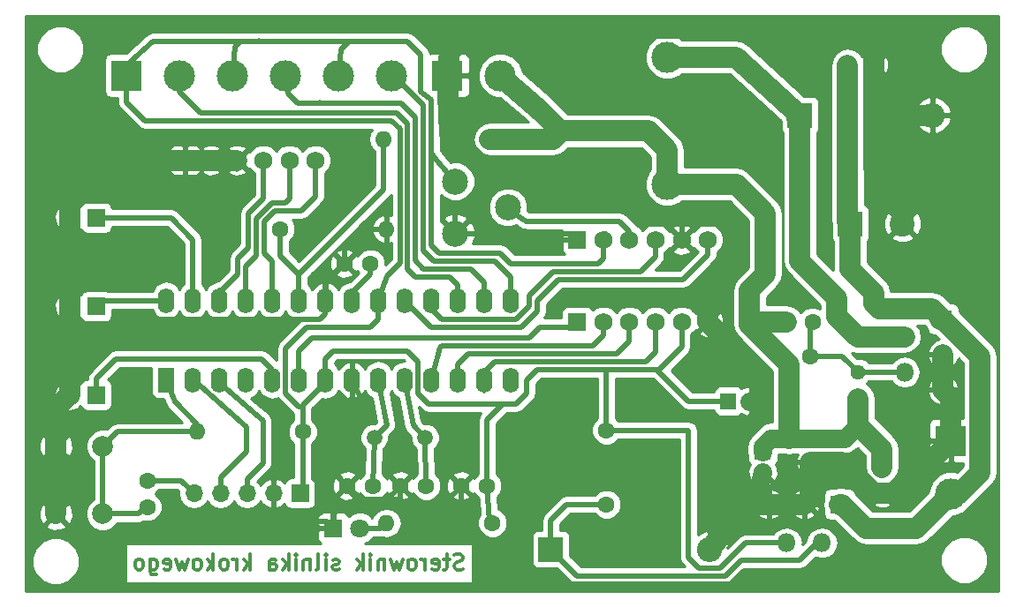
<source format=gbr>
G04 #@! TF.FileFunction,Copper,L2,Bot,Signal*
%FSLAX46Y46*%
G04 Gerber Fmt 4.6, Leading zero omitted, Abs format (unit mm)*
G04 Created by KiCad (PCBNEW 4.0.7) date 07/09/18 17:43:36*
%MOMM*%
%LPD*%
G01*
G04 APERTURE LIST*
%ADD10C,0.100000*%
%ADD11C,0.300000*%
%ADD12R,3.000000X3.000000*%
%ADD13C,3.000000*%
%ADD14C,1.600000*%
%ADD15R,1.600000X1.600000*%
%ADD16R,1.700000X1.700000*%
%ADD17O,1.700000X1.700000*%
%ADD18R,1.750000X1.750000*%
%ADD19C,1.750000*%
%ADD20O,1.600000X1.600000*%
%ADD21C,2.500000*%
%ADD22C,1.440000*%
%ADD23C,2.000000*%
%ADD24C,1.500000*%
%ADD25R,1.600000X2.400000*%
%ADD26O,1.600000X2.400000*%
%ADD27R,2.400000X2.400000*%
%ADD28O,2.400000X2.400000*%
%ADD29R,1.800000X1.800000*%
%ADD30O,1.800000X1.800000*%
%ADD31C,2.400000*%
%ADD32C,1.800000*%
%ADD33C,2.000000*%
%ADD34C,1.800000*%
%ADD35C,0.500000*%
%ADD36C,1.700000*%
%ADD37C,1.000000*%
%ADD38C,0.254000*%
G04 APERTURE END LIST*
D10*
D11*
X155140287Y-147195143D02*
X154926001Y-147266571D01*
X154568858Y-147266571D01*
X154426001Y-147195143D01*
X154354572Y-147123714D01*
X154283144Y-146980857D01*
X154283144Y-146838000D01*
X154354572Y-146695143D01*
X154426001Y-146623714D01*
X154568858Y-146552286D01*
X154854572Y-146480857D01*
X154997430Y-146409429D01*
X155068858Y-146338000D01*
X155140287Y-146195143D01*
X155140287Y-146052286D01*
X155068858Y-145909429D01*
X154997430Y-145838000D01*
X154854572Y-145766571D01*
X154497430Y-145766571D01*
X154283144Y-145838000D01*
X153854573Y-146266571D02*
X153283144Y-146266571D01*
X153640287Y-145766571D02*
X153640287Y-147052286D01*
X153568859Y-147195143D01*
X153426001Y-147266571D01*
X153283144Y-147266571D01*
X152211716Y-147195143D02*
X152354573Y-147266571D01*
X152640287Y-147266571D01*
X152783144Y-147195143D01*
X152854573Y-147052286D01*
X152854573Y-146480857D01*
X152783144Y-146338000D01*
X152640287Y-146266571D01*
X152354573Y-146266571D01*
X152211716Y-146338000D01*
X152140287Y-146480857D01*
X152140287Y-146623714D01*
X152854573Y-146766571D01*
X151497430Y-147266571D02*
X151497430Y-146266571D01*
X151497430Y-146552286D02*
X151426002Y-146409429D01*
X151354573Y-146338000D01*
X151211716Y-146266571D01*
X151068859Y-146266571D01*
X150354573Y-147266571D02*
X150497431Y-147195143D01*
X150568859Y-147123714D01*
X150640288Y-146980857D01*
X150640288Y-146552286D01*
X150568859Y-146409429D01*
X150497431Y-146338000D01*
X150354573Y-146266571D01*
X150140288Y-146266571D01*
X149997431Y-146338000D01*
X149926002Y-146409429D01*
X149854573Y-146552286D01*
X149854573Y-146980857D01*
X149926002Y-147123714D01*
X149997431Y-147195143D01*
X150140288Y-147266571D01*
X150354573Y-147266571D01*
X149354573Y-146266571D02*
X149068859Y-147266571D01*
X148783145Y-146552286D01*
X148497430Y-147266571D01*
X148211716Y-146266571D01*
X147640287Y-146266571D02*
X147640287Y-147266571D01*
X147640287Y-146409429D02*
X147568859Y-146338000D01*
X147426001Y-146266571D01*
X147211716Y-146266571D01*
X147068859Y-146338000D01*
X146997430Y-146480857D01*
X146997430Y-147266571D01*
X146283144Y-147266571D02*
X146283144Y-146266571D01*
X146283144Y-145766571D02*
X146354573Y-145838000D01*
X146283144Y-145909429D01*
X146211716Y-145838000D01*
X146283144Y-145766571D01*
X146283144Y-145909429D01*
X145568858Y-147266571D02*
X145568858Y-145766571D01*
X145426001Y-146695143D02*
X144997430Y-147266571D01*
X144997430Y-146266571D02*
X145568858Y-146838000D01*
X143283144Y-147195143D02*
X143140287Y-147266571D01*
X142854572Y-147266571D01*
X142711715Y-147195143D01*
X142640287Y-147052286D01*
X142640287Y-146980857D01*
X142711715Y-146838000D01*
X142854572Y-146766571D01*
X143068858Y-146766571D01*
X143211715Y-146695143D01*
X143283144Y-146552286D01*
X143283144Y-146480857D01*
X143211715Y-146338000D01*
X143068858Y-146266571D01*
X142854572Y-146266571D01*
X142711715Y-146338000D01*
X141997429Y-147266571D02*
X141997429Y-146266571D01*
X141997429Y-145766571D02*
X142068858Y-145838000D01*
X141997429Y-145909429D01*
X141926001Y-145838000D01*
X141997429Y-145766571D01*
X141997429Y-145909429D01*
X141068857Y-147266571D02*
X141211715Y-147195143D01*
X141283143Y-147052286D01*
X141283143Y-145766571D01*
X140497429Y-146266571D02*
X140497429Y-147266571D01*
X140497429Y-146409429D02*
X140426001Y-146338000D01*
X140283143Y-146266571D01*
X140068858Y-146266571D01*
X139926001Y-146338000D01*
X139854572Y-146480857D01*
X139854572Y-147266571D01*
X139140286Y-147266571D02*
X139140286Y-146266571D01*
X139140286Y-145766571D02*
X139211715Y-145838000D01*
X139140286Y-145909429D01*
X139068858Y-145838000D01*
X139140286Y-145766571D01*
X139140286Y-145909429D01*
X138426000Y-147266571D02*
X138426000Y-145766571D01*
X138283143Y-146695143D02*
X137854572Y-147266571D01*
X137854572Y-146266571D02*
X138426000Y-146838000D01*
X136568857Y-147266571D02*
X136568857Y-146480857D01*
X136640286Y-146338000D01*
X136783143Y-146266571D01*
X137068857Y-146266571D01*
X137211714Y-146338000D01*
X136568857Y-147195143D02*
X136711714Y-147266571D01*
X137068857Y-147266571D01*
X137211714Y-147195143D01*
X137283143Y-147052286D01*
X137283143Y-146909429D01*
X137211714Y-146766571D01*
X137068857Y-146695143D01*
X136711714Y-146695143D01*
X136568857Y-146623714D01*
X134711714Y-147266571D02*
X134711714Y-145766571D01*
X134568857Y-146695143D02*
X134140286Y-147266571D01*
X134140286Y-146266571D02*
X134711714Y-146838000D01*
X133497428Y-147266571D02*
X133497428Y-146266571D01*
X133497428Y-146552286D02*
X133426000Y-146409429D01*
X133354571Y-146338000D01*
X133211714Y-146266571D01*
X133068857Y-146266571D01*
X132354571Y-147266571D02*
X132497429Y-147195143D01*
X132568857Y-147123714D01*
X132640286Y-146980857D01*
X132640286Y-146552286D01*
X132568857Y-146409429D01*
X132497429Y-146338000D01*
X132354571Y-146266571D01*
X132140286Y-146266571D01*
X131997429Y-146338000D01*
X131926000Y-146409429D01*
X131854571Y-146552286D01*
X131854571Y-146980857D01*
X131926000Y-147123714D01*
X131997429Y-147195143D01*
X132140286Y-147266571D01*
X132354571Y-147266571D01*
X131211714Y-147266571D02*
X131211714Y-145766571D01*
X131068857Y-146695143D02*
X130640286Y-147266571D01*
X130640286Y-146266571D02*
X131211714Y-146838000D01*
X129783142Y-147266571D02*
X129926000Y-147195143D01*
X129997428Y-147123714D01*
X130068857Y-146980857D01*
X130068857Y-146552286D01*
X129997428Y-146409429D01*
X129926000Y-146338000D01*
X129783142Y-146266571D01*
X129568857Y-146266571D01*
X129426000Y-146338000D01*
X129354571Y-146409429D01*
X129283142Y-146552286D01*
X129283142Y-146980857D01*
X129354571Y-147123714D01*
X129426000Y-147195143D01*
X129568857Y-147266571D01*
X129783142Y-147266571D01*
X128783142Y-146266571D02*
X128497428Y-147266571D01*
X128211714Y-146552286D01*
X127925999Y-147266571D01*
X127640285Y-146266571D01*
X126497428Y-147195143D02*
X126640285Y-147266571D01*
X126925999Y-147266571D01*
X127068856Y-147195143D01*
X127140285Y-147052286D01*
X127140285Y-146480857D01*
X127068856Y-146338000D01*
X126925999Y-146266571D01*
X126640285Y-146266571D01*
X126497428Y-146338000D01*
X126425999Y-146480857D01*
X126425999Y-146623714D01*
X127140285Y-146766571D01*
X125140285Y-146266571D02*
X125140285Y-147480857D01*
X125211714Y-147623714D01*
X125283142Y-147695143D01*
X125425999Y-147766571D01*
X125640285Y-147766571D01*
X125783142Y-147695143D01*
X125140285Y-147195143D02*
X125283142Y-147266571D01*
X125568856Y-147266571D01*
X125711714Y-147195143D01*
X125783142Y-147123714D01*
X125854571Y-146980857D01*
X125854571Y-146552286D01*
X125783142Y-146409429D01*
X125711714Y-146338000D01*
X125568856Y-146266571D01*
X125283142Y-146266571D01*
X125140285Y-146338000D01*
X124211713Y-147266571D02*
X124354571Y-147195143D01*
X124425999Y-147123714D01*
X124497428Y-146980857D01*
X124497428Y-146552286D01*
X124425999Y-146409429D01*
X124354571Y-146338000D01*
X124211713Y-146266571D01*
X123997428Y-146266571D01*
X123854571Y-146338000D01*
X123783142Y-146409429D01*
X123711713Y-146552286D01*
X123711713Y-146980857D01*
X123783142Y-147123714D01*
X123854571Y-147195143D01*
X123997428Y-147266571D01*
X124211713Y-147266571D01*
D12*
X201910000Y-134904000D03*
D13*
X201910000Y-139984000D03*
D14*
X146284000Y-117886000D03*
X143784000Y-117886000D03*
X124900000Y-138750000D03*
X124900000Y-141250000D03*
X146538000Y-139222000D03*
X144038000Y-139222000D03*
X151618000Y-139222000D03*
X149118000Y-139222000D03*
D15*
X180574000Y-131094000D03*
D14*
X182574000Y-131094000D03*
D16*
X139525000Y-139950000D03*
D17*
X136985000Y-139950000D03*
X134445000Y-139950000D03*
X131905000Y-139950000D03*
X129365000Y-139950000D03*
D18*
X120000000Y-130500000D03*
D19*
X117500000Y-130500000D03*
D18*
X120000000Y-113500000D03*
D19*
X117500000Y-113500000D03*
D18*
X120000000Y-122000000D03*
D19*
X117500000Y-122000000D03*
D14*
X139800000Y-134025000D03*
D20*
X129640000Y-134025000D03*
D14*
X188448000Y-126776000D03*
D20*
X188448000Y-136936000D03*
D21*
X159452000Y-112512000D03*
X154412000Y-115012000D03*
X154412000Y-110012000D03*
D22*
X193020000Y-133380000D03*
X193020000Y-130840000D03*
X193020000Y-128300000D03*
D23*
X116130000Y-135412000D03*
X120630000Y-135412000D03*
X116130000Y-141912000D03*
X120630000Y-141912000D03*
D24*
X151520000Y-134610000D03*
X146640000Y-134610000D03*
D13*
X127996000Y-99852000D03*
X133076000Y-99852000D03*
D12*
X122916000Y-99852000D03*
D13*
X138156000Y-99852000D03*
X143236000Y-99852000D03*
X148316000Y-99852000D03*
D12*
X153650000Y-99852000D03*
D13*
X158730000Y-99852000D03*
D25*
X126726000Y-129062000D03*
D26*
X159746000Y-121442000D03*
X129266000Y-129062000D03*
X157206000Y-121442000D03*
X131806000Y-129062000D03*
X154666000Y-121442000D03*
X134346000Y-129062000D03*
X152126000Y-121442000D03*
X136886000Y-129062000D03*
X149586000Y-121442000D03*
X139426000Y-129062000D03*
X147046000Y-121442000D03*
X141966000Y-129062000D03*
X144506000Y-121442000D03*
X144506000Y-129062000D03*
X141966000Y-121442000D03*
X147046000Y-129062000D03*
X139426000Y-121442000D03*
X149586000Y-129062000D03*
X136886000Y-121442000D03*
X152126000Y-129062000D03*
X134346000Y-121442000D03*
X154666000Y-129062000D03*
X131806000Y-121442000D03*
X157206000Y-129062000D03*
X129266000Y-121442000D03*
X159746000Y-129062000D03*
X126726000Y-121442000D03*
D14*
X168890000Y-141000000D03*
X168890000Y-133900000D03*
D15*
X183876000Y-135920000D03*
D14*
X183876000Y-137920000D03*
D27*
X163556000Y-145318000D03*
D28*
X178796000Y-145318000D03*
D29*
X191242000Y-141000000D03*
D30*
X189542000Y-144700000D03*
X187842000Y-141000000D03*
X186142000Y-144700000D03*
X184442000Y-141000000D03*
D29*
X201148000Y-123220000D03*
D30*
X197448000Y-124920000D03*
X201148000Y-126620000D03*
X197448000Y-128320000D03*
X201148000Y-130020000D03*
D27*
X192258000Y-114076000D03*
D31*
X197258000Y-114076000D03*
D14*
X186162000Y-123474000D03*
X188662000Y-123474000D03*
X192004000Y-98836000D03*
X194504000Y-98836000D03*
X157460000Y-139222000D03*
X154960000Y-139222000D03*
X195306000Y-137444000D03*
X195306000Y-139944000D03*
D13*
X174732000Y-98074000D03*
X174732000Y-110274000D03*
D29*
X142728000Y-143286000D03*
D32*
X145268000Y-143286000D03*
D14*
X157968000Y-142778000D03*
D20*
X147808000Y-142778000D03*
D14*
X137648000Y-114584000D03*
D20*
X147808000Y-114584000D03*
D18*
X166096000Y-123474000D03*
D19*
X168596000Y-123474000D03*
X171096000Y-123474000D03*
X173596000Y-123474000D03*
X176096000Y-123474000D03*
X178596000Y-123474000D03*
D18*
X166096000Y-115600000D03*
D19*
X168596000Y-115600000D03*
X171096000Y-115600000D03*
X173596000Y-115600000D03*
X176096000Y-115600000D03*
X178596000Y-115600000D03*
D18*
X128504000Y-107980000D03*
D19*
X131004000Y-107980000D03*
X133504000Y-107980000D03*
X136004000Y-107980000D03*
X138504000Y-107980000D03*
X141004000Y-107980000D03*
D14*
X157714000Y-105948000D03*
D20*
X147554000Y-105948000D03*
D27*
X187432000Y-103662000D03*
D28*
X200132000Y-103662000D03*
D33*
X157714000Y-105948000D02*
X163786000Y-105948000D01*
X163786000Y-105948000D02*
X164560000Y-105174000D01*
X186162000Y-123474000D02*
X182860000Y-123474000D01*
X182860000Y-123474000D02*
X182606000Y-123728000D01*
X186416000Y-134650000D02*
X186416000Y-127538000D01*
X181344000Y-110274000D02*
X174732000Y-110274000D01*
X184130000Y-113060000D02*
X181344000Y-110274000D01*
X184130000Y-118902000D02*
X184130000Y-113060000D01*
X182606000Y-120426000D02*
X184130000Y-118902000D01*
X182606000Y-123728000D02*
X182606000Y-120426000D01*
X186416000Y-127538000D02*
X182606000Y-123728000D01*
D34*
X183876000Y-135920000D02*
X183876000Y-135412000D01*
X183876000Y-135412000D02*
X184638000Y-134650000D01*
X184638000Y-134650000D02*
X186416000Y-134650000D01*
X186416000Y-134650000D02*
X191750000Y-134650000D01*
X191750000Y-134650000D02*
X193020000Y-133380000D01*
D33*
X174732000Y-110274000D02*
X174732000Y-106964000D01*
X164560000Y-105174000D02*
X164572000Y-105186000D01*
X163302000Y-103916000D02*
X164572000Y-105186000D01*
X172942000Y-105174000D02*
X164560000Y-105174000D01*
X174732000Y-106964000D02*
X172942000Y-105174000D01*
X195306000Y-137444000D02*
X195306000Y-135666000D01*
X195306000Y-135666000D02*
X193020000Y-133380000D01*
X162630000Y-103244000D02*
X163302000Y-103916000D01*
X162630000Y-103244000D02*
X158730000Y-99852000D01*
X193020000Y-130840000D02*
X193020000Y-133380000D01*
D35*
X175580000Y-111225000D02*
X175580000Y-109672000D01*
X144506000Y-121442000D02*
X144506000Y-120680000D01*
X144506000Y-120680000D02*
X146284000Y-118902000D01*
X146284000Y-118902000D02*
X146284000Y-117886000D01*
X146564000Y-117606000D02*
X146284000Y-117886000D01*
X143784000Y-117886000D02*
X143784000Y-116576000D01*
X145776000Y-114584000D02*
X147808000Y-114584000D01*
X143784000Y-116576000D02*
X145776000Y-114584000D01*
D33*
X131004000Y-107980000D02*
X128504000Y-107980000D01*
X131004000Y-107980000D02*
X133504000Y-107980000D01*
X200132000Y-103662000D02*
X194504000Y-103662000D01*
X194504000Y-103662000D02*
X194798000Y-103662000D01*
X194798000Y-103662000D02*
X194504000Y-103662000D01*
X194504000Y-101082000D02*
X194504000Y-103662000D01*
X194504000Y-103662000D02*
X194504000Y-108702000D01*
X194504000Y-98836000D02*
X194504000Y-101082000D01*
X197258000Y-111456000D02*
X197258000Y-114076000D01*
X194504000Y-108702000D02*
X197258000Y-111456000D01*
D35*
X141966000Y-121442000D02*
X141966000Y-119704000D01*
X141966000Y-119704000D02*
X143744000Y-117926000D01*
D33*
X153650000Y-99852000D02*
X153904000Y-105440000D01*
X157206000Y-108742000D02*
X158730000Y-108742000D01*
X153904000Y-105440000D02*
X157206000Y-108742000D01*
X178596000Y-123474000D02*
X178596000Y-120626000D01*
X180320000Y-113314000D02*
X176002000Y-113314000D01*
X181590000Y-114584000D02*
X180320000Y-113314000D01*
X181590000Y-117632000D02*
X181590000Y-114584000D01*
X178596000Y-120626000D02*
X181590000Y-117632000D01*
X183622000Y-132364000D02*
X183622000Y-128500000D01*
X183622000Y-128500000D02*
X178596000Y-123474000D01*
D35*
X154412000Y-115012000D02*
X165508000Y-115012000D01*
X165508000Y-115012000D02*
X166096000Y-115600000D01*
X154412000Y-115012000D02*
X154412000Y-113060000D01*
X154412000Y-113060000D02*
X158730000Y-108742000D01*
X155000000Y-115600000D02*
X154412000Y-115012000D01*
D34*
X182574000Y-131094000D02*
X183368000Y-131094000D01*
X183368000Y-131094000D02*
X183622000Y-131348000D01*
X183622000Y-131348000D02*
X183622000Y-132364000D01*
X183622000Y-132364000D02*
X181082000Y-134904000D01*
X181082000Y-134904000D02*
X181082000Y-142542143D01*
D35*
X141966000Y-121442000D02*
X141966000Y-122712000D01*
X121646000Y-123728000D02*
X117500000Y-123728000D01*
X122154000Y-123220000D02*
X121646000Y-123728000D01*
X141458000Y-123220000D02*
X122154000Y-123220000D01*
X141966000Y-122712000D02*
X141458000Y-123220000D01*
D33*
X176002000Y-113314000D02*
X172700000Y-113314000D01*
X168128000Y-108742000D02*
X158730000Y-108742000D01*
X172700000Y-113314000D02*
X168128000Y-108742000D01*
D35*
X143768000Y-117902000D02*
X143784000Y-117886000D01*
X143160000Y-132790000D02*
X143160000Y-138344000D01*
X145280000Y-130670000D02*
X143160000Y-132790000D01*
X144506000Y-129062000D02*
X145280000Y-130670000D01*
X143160000Y-138344000D02*
X144038000Y-139222000D01*
X142728000Y-143286000D02*
X142728000Y-140532000D01*
X142728000Y-140532000D02*
X144038000Y-139222000D01*
X136378000Y-142685500D02*
X142127500Y-142685500D01*
X142127500Y-142685500D02*
X142728000Y-143286000D01*
X144038000Y-139222000D02*
X144038000Y-139516000D01*
X144038000Y-139516000D02*
X145054000Y-140532000D01*
X145054000Y-140532000D02*
X149118000Y-140532000D01*
X149118000Y-139222000D02*
X149118000Y-140532000D01*
X151150000Y-142564000D02*
X154960000Y-142564000D01*
X149118000Y-140532000D02*
X151150000Y-142564000D01*
X154960000Y-139222000D02*
X154960000Y-142564000D01*
X161016000Y-148620000D02*
X161778000Y-148620000D01*
X154960000Y-142564000D02*
X161016000Y-148620000D01*
D34*
X183876000Y-137920000D02*
X183368000Y-139926000D01*
X183368000Y-139926000D02*
X184442000Y-141000000D01*
D35*
X187842000Y-141000000D02*
X188194000Y-141000000D01*
X188194000Y-141000000D02*
X191750000Y-144556000D01*
X180828000Y-148620000D02*
X161778000Y-148620000D01*
X161778000Y-148620000D02*
X161524000Y-148620000D01*
X182098000Y-147350000D02*
X180828000Y-148620000D01*
X189718000Y-147350000D02*
X182098000Y-147350000D01*
X191750000Y-145318000D02*
X189718000Y-147350000D01*
X191750000Y-144556000D02*
X191750000Y-145318000D01*
X176096000Y-115600000D02*
X176096000Y-113314000D01*
X176096000Y-113314000D02*
X176002000Y-113314000D01*
D33*
X153650000Y-99852000D02*
X153904000Y-99852000D01*
X153650000Y-99852000D02*
X153904000Y-97566000D01*
X194504000Y-96256000D02*
X194504000Y-98836000D01*
X193528000Y-95280000D02*
X194504000Y-96256000D01*
X156190000Y-95280000D02*
X193528000Y-95280000D01*
X153904000Y-97566000D02*
X156190000Y-95280000D01*
D35*
X165584200Y-115088200D02*
X166096000Y-115600000D01*
D33*
X195306000Y-139944000D02*
X196870000Y-139944000D01*
X196870000Y-139944000D02*
X201910000Y-134904000D01*
X195306000Y-139944000D02*
X194504000Y-139944000D01*
X191496000Y-136936000D02*
X188448000Y-136936000D01*
X194504000Y-139944000D02*
X191496000Y-136936000D01*
D35*
X194504000Y-98836000D02*
X194504000Y-98114000D01*
X187842000Y-141000000D02*
X188448000Y-141000000D01*
D33*
X184442000Y-141000000D02*
X182352000Y-141000000D01*
X182352000Y-141000000D02*
X181082000Y-142542143D01*
X181082000Y-142542143D02*
X178796000Y-145318000D01*
X187842000Y-141000000D02*
X184442000Y-141000000D01*
X188448000Y-136936000D02*
X188448000Y-140394000D01*
X188448000Y-140394000D02*
X187842000Y-141000000D01*
X201910000Y-134904000D02*
X201910000Y-130782000D01*
X201910000Y-130782000D02*
X201148000Y-130020000D01*
X201148000Y-130020000D02*
X201148000Y-126620000D01*
D36*
X201910000Y-134904000D02*
X201910000Y-135158000D01*
D33*
X128504000Y-107980000D02*
X119848000Y-108000000D01*
X119848000Y-108000000D02*
X117500000Y-110348000D01*
X117500000Y-110348000D02*
X117500000Y-113500000D01*
X117500000Y-130500000D02*
X117500000Y-123728000D01*
X117500000Y-123728000D02*
X117500000Y-122000000D01*
X117500000Y-122000000D02*
X117500000Y-113500000D01*
D35*
X136539500Y-142685500D02*
X136378000Y-142685500D01*
X136378000Y-142685500D02*
X126887500Y-142685500D01*
X118012000Y-143794000D02*
X116130000Y-141912000D01*
X121392000Y-143794000D02*
X118012000Y-143794000D01*
X122154000Y-143032000D02*
X121392000Y-143794000D01*
X126541000Y-143032000D02*
X122154000Y-143032000D01*
X126887500Y-142685500D02*
X126541000Y-143032000D01*
D33*
X117500000Y-130500000D02*
X117414000Y-130500000D01*
X117414000Y-130500000D02*
X116130000Y-131784000D01*
X116130000Y-131784000D02*
X116130000Y-135412000D01*
X116130000Y-141912000D02*
X116130000Y-135412000D01*
D35*
X117475000Y-130525000D02*
X117500000Y-130500000D01*
X154412000Y-115012000D02*
X154412000Y-115112000D01*
X154412000Y-115112000D02*
X154612000Y-115312000D01*
X136985000Y-139950000D02*
X136985000Y-142240000D01*
X136985000Y-142240000D02*
X136539500Y-142685500D01*
X136539500Y-142685500D02*
X136475000Y-142750000D01*
X142232000Y-121760000D02*
X141966000Y-121442000D01*
X141726000Y-121202000D02*
X141966000Y-121442000D01*
X117500000Y-122000000D02*
X117500000Y-124000000D01*
X117500000Y-124000000D02*
X117500000Y-130500000D01*
X141966000Y-121442000D02*
X142006000Y-121402000D01*
X117500000Y-122000000D02*
X117500000Y-113500000D01*
X154412000Y-115012000D02*
X154957000Y-115012000D01*
D37*
X131044000Y-107940000D02*
X131004000Y-107980000D01*
X131044000Y-107940000D02*
X131004000Y-107980000D01*
D35*
X178596000Y-124182000D02*
X178596000Y-123474000D01*
X178746000Y-123748000D02*
X178596000Y-123474000D01*
X133504000Y-108822000D02*
X133504000Y-107980000D01*
D37*
X133584000Y-108060000D02*
X133504000Y-107980000D01*
D35*
X124900000Y-138750000D02*
X128165000Y-138750000D01*
X128165000Y-138750000D02*
X129365000Y-139950000D01*
X120630000Y-135412000D02*
X120630000Y-141912000D01*
X124900000Y-141250000D02*
X124698000Y-141250000D01*
X124698000Y-141250000D02*
X124036000Y-141912000D01*
X124036000Y-141912000D02*
X120630000Y-141912000D01*
X122662000Y-134025000D02*
X122017000Y-134025000D01*
X122017000Y-134025000D02*
X120630000Y-135412000D01*
X124850000Y-141200000D02*
X124900000Y-141250000D01*
X129640000Y-134025000D02*
X122662000Y-134025000D01*
X122662000Y-134025000D02*
X122650000Y-134025000D01*
X126726000Y-129062000D02*
X127500000Y-131150000D01*
X127500000Y-131150000D02*
X129640000Y-133290000D01*
X129640000Y-133290000D02*
X129640000Y-134025000D01*
X147046000Y-129062000D02*
X147820000Y-133380000D01*
X147820000Y-133380000D02*
X146640000Y-134560000D01*
X146640000Y-134560000D02*
X146640000Y-134610000D01*
X146640000Y-134610000D02*
X146538000Y-139222000D01*
X151520000Y-134610000D02*
X151618000Y-139222000D01*
X149586000Y-129062000D02*
X150360000Y-133450000D01*
X150360000Y-133450000D02*
X151520000Y-134610000D01*
D33*
X192258000Y-114076000D02*
X192258000Y-118394000D01*
X200132000Y-122204000D02*
X201148000Y-123220000D01*
X195052000Y-122204000D02*
X200132000Y-122204000D01*
X194544000Y-121696000D02*
X195052000Y-122204000D01*
X194544000Y-120680000D02*
X194544000Y-121696000D01*
X192258000Y-118394000D02*
X194544000Y-120680000D01*
X192004000Y-98836000D02*
X192004000Y-113822000D01*
X192004000Y-113822000D02*
X192258000Y-114076000D01*
X191242000Y-141000000D02*
X191496000Y-141000000D01*
X191496000Y-141000000D02*
X193782000Y-143286000D01*
X193782000Y-143286000D02*
X198608000Y-143286000D01*
X198608000Y-143286000D02*
X201910000Y-139984000D01*
X201910000Y-139984000D02*
X202672000Y-139984000D01*
X202672000Y-139984000D02*
X204704000Y-137952000D01*
X204704000Y-126776000D02*
X201148000Y-123220000D01*
X204704000Y-137952000D02*
X204704000Y-126776000D01*
X201148000Y-123220000D02*
X200894000Y-123220000D01*
D35*
X140696000Y-124998000D02*
X161524000Y-124998000D01*
X140696000Y-124998000D02*
X139426000Y-126268000D01*
X139426000Y-129062000D02*
X139426000Y-126268000D01*
X162540000Y-123982000D02*
X165588000Y-123982000D01*
X161524000Y-124998000D02*
X162540000Y-123982000D01*
X165588000Y-123982000D02*
X166096000Y-123474000D01*
X139496000Y-128992000D02*
X139426000Y-129062000D01*
X153142000Y-125760000D02*
X167620000Y-125760000D01*
X152900000Y-126002000D02*
X153142000Y-125760000D01*
X152126000Y-129062000D02*
X152900000Y-126002000D01*
X168596000Y-124784000D02*
X168596000Y-123474000D01*
X167620000Y-125760000D02*
X168596000Y-124784000D01*
X155682000Y-126522000D02*
X169906000Y-126522000D01*
X154666000Y-127538000D02*
X155682000Y-126522000D01*
X154666000Y-129062000D02*
X154666000Y-127538000D01*
X171096000Y-125332000D02*
X171096000Y-123474000D01*
X169906000Y-126522000D02*
X171096000Y-125332000D01*
X158222000Y-127284000D02*
X172700000Y-127284000D01*
X157206000Y-128300000D02*
X158222000Y-127284000D01*
X173596000Y-126388000D02*
X173596000Y-123474000D01*
X172700000Y-127284000D02*
X173596000Y-126388000D01*
X173596000Y-124102000D02*
X173596000Y-123474000D01*
X173596000Y-123474000D02*
X173596000Y-123974000D01*
X157206000Y-129062000D02*
X157206000Y-128300000D01*
X157206000Y-129062000D02*
X157206000Y-130136000D01*
X157206000Y-129062000D02*
X157206000Y-129882000D01*
X147820000Y-119144000D02*
X149139998Y-117824002D01*
X149139998Y-117824002D02*
X149139998Y-104993998D01*
X149139998Y-104993998D02*
X148316000Y-104170000D01*
X148316000Y-104170000D02*
X124694000Y-104170000D01*
X124694000Y-104170000D02*
X122916000Y-102392000D01*
X180574000Y-131094000D02*
X176764000Y-131094000D01*
X176764000Y-131094000D02*
X173716000Y-128046000D01*
X168890000Y-128046000D02*
X173716000Y-128046000D01*
X173716000Y-128046000D02*
X173970000Y-128046000D01*
X173970000Y-128046000D02*
X176096000Y-125920000D01*
X176096000Y-125920000D02*
X176096000Y-123474000D01*
X176096000Y-124142000D02*
X176096000Y-123474000D01*
X176096000Y-123474000D02*
X176096000Y-123614000D01*
X152126000Y-114584000D02*
X152126000Y-116108000D01*
X159746000Y-117886000D02*
X163302000Y-117886000D01*
X158730000Y-116870000D02*
X159746000Y-117886000D01*
X152888000Y-116870000D02*
X158730000Y-116870000D01*
X152126000Y-116108000D02*
X152888000Y-116870000D01*
X141966000Y-129062000D02*
X141966000Y-127030000D01*
X151872000Y-131348000D02*
X158984000Y-131348000D01*
X150856000Y-130332000D02*
X151872000Y-131348000D01*
X150856000Y-127284000D02*
X150856000Y-130332000D01*
X149840000Y-126268000D02*
X150856000Y-127284000D01*
X142728000Y-126268000D02*
X149840000Y-126268000D01*
X141966000Y-127030000D02*
X142728000Y-126268000D01*
X168890000Y-133900000D02*
X168890000Y-128046000D01*
X157460000Y-139222000D02*
X157460000Y-132872000D01*
X157460000Y-132872000D02*
X158984000Y-131348000D01*
X158984000Y-131348000D02*
X160254000Y-131348000D01*
X162286000Y-128046000D02*
X168890000Y-128046000D01*
X161270000Y-129062000D02*
X162286000Y-128046000D01*
X161270000Y-130332000D02*
X161270000Y-129062000D01*
X160254000Y-131348000D02*
X161270000Y-130332000D01*
X139800000Y-131602000D02*
X139426000Y-131602000D01*
X147046000Y-123220000D02*
X147046000Y-121442000D01*
X146284000Y-123982000D02*
X147046000Y-123220000D01*
X140188000Y-123982000D02*
X146284000Y-123982000D01*
X138156000Y-126014000D02*
X140188000Y-123982000D01*
X138156000Y-130332000D02*
X138156000Y-126014000D01*
X139426000Y-131602000D02*
X138156000Y-130332000D01*
X139800000Y-134025000D02*
X139800000Y-131602000D01*
X139800000Y-131602000D02*
X139800000Y-131482000D01*
X139800000Y-131482000D02*
X141966000Y-129316000D01*
X141966000Y-129316000D02*
X141966000Y-129062000D01*
X147046000Y-121442000D02*
X147820000Y-119144000D01*
X122916000Y-102392000D02*
X122916000Y-99852000D01*
X152126000Y-110012000D02*
X152126000Y-114584000D01*
X152126000Y-110012000D02*
X152126000Y-107218000D01*
X152126000Y-114818678D02*
X152126000Y-114584000D01*
X154412000Y-110012000D02*
X152456200Y-107802200D01*
X152456200Y-107802200D02*
X152126000Y-107218000D01*
X168596000Y-117418000D02*
X168596000Y-115600000D01*
X163302000Y-117886000D02*
X168128000Y-117886000D01*
X168128000Y-117886000D02*
X168596000Y-117418000D01*
X163048000Y-117886000D02*
X163302000Y-117886000D01*
X152126000Y-107218000D02*
X152126000Y-102138000D01*
X144252000Y-96550000D02*
X148824000Y-96550000D01*
X149840000Y-96550000D02*
X148824000Y-96550000D01*
X151110000Y-97820000D02*
X149840000Y-96550000D01*
X151110000Y-101376000D02*
X151110000Y-97820000D01*
X152126000Y-102138000D02*
X151110000Y-101376000D01*
X157460000Y-139222000D02*
X157714000Y-142524000D01*
X157714000Y-142524000D02*
X157968000Y-142778000D01*
X168890000Y-133900000D02*
X176764000Y-133900000D01*
X176764000Y-133900000D02*
X176764000Y-133888000D01*
X186142000Y-144700000D02*
X182208000Y-144700000D01*
X176764000Y-146080000D02*
X176764000Y-133888000D01*
X177780000Y-147096000D02*
X176764000Y-146080000D01*
X179812000Y-147096000D02*
X177780000Y-147096000D01*
X182208000Y-144700000D02*
X179812000Y-147096000D01*
X154412000Y-110012000D02*
X154208800Y-110012000D01*
X168166002Y-115815998D02*
X168596000Y-116402000D01*
X168596000Y-116402000D02*
X168596000Y-115600000D01*
X143236000Y-99852000D02*
X143490000Y-97312000D01*
X143490000Y-97312000D02*
X144252000Y-96550000D01*
X133076000Y-99852000D02*
X133330000Y-97058000D01*
X133330000Y-97058000D02*
X133838000Y-96550000D01*
X135616000Y-96550000D02*
X133838000Y-96550000D01*
X133838000Y-96550000D02*
X125456000Y-96550000D01*
X135610000Y-96544000D02*
X135616000Y-96550000D01*
X125456000Y-96550000D02*
X122916000Y-98836000D01*
X122916000Y-98836000D02*
X122916000Y-99852000D01*
X181082000Y-131094000D02*
X180574000Y-131094000D01*
X122789000Y-99979000D02*
X122916000Y-99852000D01*
X154108000Y-109708000D02*
X154412000Y-110012000D01*
X122916000Y-99852000D02*
X122916000Y-99344000D01*
X135610000Y-96550000D02*
X144252000Y-96550000D01*
X168442000Y-115486000D02*
X168842000Y-115086000D01*
X168842000Y-115086000D02*
X168596000Y-115600000D01*
X147046000Y-121442000D02*
X147046000Y-122342000D01*
X154412000Y-110012000D02*
X154157000Y-110012000D01*
X154207000Y-110012000D02*
X154412000Y-110012000D01*
X122641000Y-100127000D02*
X122966000Y-99802000D01*
X139800000Y-134025000D02*
X139800000Y-139675000D01*
X139800000Y-139675000D02*
X139525000Y-139950000D01*
D37*
X154452000Y-109972000D02*
X154412000Y-110012000D01*
D35*
X131806000Y-129062000D02*
X132072000Y-129605000D01*
X134445000Y-138580000D02*
X134445000Y-139950000D01*
X135975000Y-137050000D02*
X134445000Y-138580000D01*
X135975000Y-133000000D02*
X135975000Y-137050000D01*
X132072000Y-129605000D02*
X135975000Y-133000000D01*
X129266000Y-129062000D02*
X129532000Y-129240000D01*
X131905000Y-138420000D02*
X131905000Y-139950000D01*
X134400000Y-135925000D02*
X131905000Y-138420000D01*
X134400000Y-133600000D02*
X134400000Y-135925000D01*
X129532000Y-129240000D02*
X134400000Y-133600000D01*
X159452000Y-112512000D02*
X159452000Y-112766000D01*
X159452000Y-112766000D02*
X161270000Y-113822000D01*
X161270000Y-113822000D02*
X170160000Y-113822000D01*
X170160000Y-113822000D02*
X171096000Y-114758000D01*
X171096000Y-114758000D02*
X171096000Y-115600000D01*
D37*
X171136000Y-115560000D02*
X171096000Y-115600000D01*
D35*
X152126000Y-121442000D02*
X152126000Y-122204000D01*
X152126000Y-122204000D02*
X153142000Y-123220000D01*
X173596000Y-117244000D02*
X173596000Y-115600000D01*
X172192000Y-118648000D02*
X173596000Y-117244000D01*
X163810000Y-118648000D02*
X172192000Y-118648000D01*
X161524000Y-120934000D02*
X163810000Y-118648000D01*
X161524000Y-121950000D02*
X161524000Y-120934000D01*
X160254000Y-123220000D02*
X161524000Y-121950000D01*
X153142000Y-123220000D02*
X160254000Y-123220000D01*
X152126000Y-121442000D02*
X152392000Y-121900000D01*
X173596000Y-115600000D02*
X173596000Y-116100000D01*
X173596000Y-115600000D02*
X173596000Y-115890000D01*
X152095996Y-121472004D02*
X152126000Y-121442000D01*
X149586000Y-121442000D02*
X152126000Y-123982000D01*
X178596000Y-117070000D02*
X178596000Y-115600000D01*
X176256000Y-119410000D02*
X178596000Y-117070000D01*
X164318000Y-119410000D02*
X176256000Y-119410000D01*
X162286000Y-121442000D02*
X164318000Y-119410000D01*
X162286000Y-122458000D02*
X162286000Y-121442000D01*
X160762000Y-123982000D02*
X162286000Y-122458000D01*
X152126000Y-123982000D02*
X160762000Y-123982000D01*
X149586000Y-121442000D02*
X149852000Y-122360000D01*
X178596000Y-115600000D02*
X178746000Y-115516000D01*
X149726000Y-121582000D02*
X149586000Y-121442000D01*
X136886000Y-129062000D02*
X136886000Y-128046000D01*
X136886000Y-128046000D02*
X135870000Y-127030000D01*
X135870000Y-127030000D02*
X121900000Y-127030000D01*
X121900000Y-127030000D02*
X120000000Y-128930000D01*
X120000000Y-128930000D02*
X120000000Y-130500000D01*
X131806000Y-121442000D02*
X131806000Y-120680000D01*
X131806000Y-120680000D02*
X133584000Y-118902000D01*
X136004000Y-111656000D02*
X136004000Y-107980000D01*
X134600000Y-113060000D02*
X136004000Y-111656000D01*
X134600000Y-116362000D02*
X134600000Y-113060000D01*
X133584000Y-117378000D02*
X134600000Y-116362000D01*
X133584000Y-118902000D02*
X133584000Y-117378000D01*
X131806000Y-121442000D02*
X131806000Y-120426000D01*
X131726000Y-121362000D02*
X131806000Y-121442000D01*
X136124000Y-108100000D02*
X136004000Y-107980000D01*
D37*
X136124000Y-108100000D02*
X136004000Y-107980000D01*
D35*
X134346000Y-121442000D02*
X134346000Y-118140000D01*
X138504000Y-111696000D02*
X138504000Y-107980000D01*
X138156000Y-112044000D02*
X138504000Y-111696000D01*
X136886000Y-112044000D02*
X138156000Y-112044000D01*
X135362000Y-113568000D02*
X136886000Y-112044000D01*
X135362000Y-117124000D02*
X135362000Y-113568000D01*
X134346000Y-118140000D02*
X135362000Y-117124000D01*
X138504000Y-108394000D02*
X138504000Y-107980000D01*
X134346000Y-121442000D02*
X134346000Y-120680000D01*
D37*
X138664000Y-108140000D02*
X138504000Y-107980000D01*
D35*
X136886000Y-121442000D02*
X136886000Y-117632000D01*
X141004000Y-111482000D02*
X141004000Y-107980000D01*
X139680000Y-112806000D02*
X141004000Y-111482000D01*
X137140000Y-112806000D02*
X139680000Y-112806000D01*
X136124000Y-113822000D02*
X137140000Y-112806000D01*
X136124000Y-116870000D02*
X136124000Y-113822000D01*
X136886000Y-117632000D02*
X136124000Y-116870000D01*
X136886000Y-121442000D02*
X136886000Y-120680000D01*
X136726000Y-121282000D02*
X136886000Y-121442000D01*
X129266000Y-121442000D02*
X129266000Y-115600000D01*
X127166000Y-113500000D02*
X120000000Y-113500000D01*
X129266000Y-115600000D02*
X127166000Y-113500000D01*
X126726000Y-121442000D02*
X120558000Y-121442000D01*
X120558000Y-121442000D02*
X120000000Y-122000000D01*
X154666000Y-121442000D02*
X154666000Y-119918000D01*
X147554000Y-103408000D02*
X140696000Y-103408000D01*
X148824000Y-103408000D02*
X147554000Y-103408000D01*
X149840000Y-104424000D02*
X148824000Y-103408000D01*
X149840000Y-116232000D02*
X149840000Y-104424000D01*
X149840000Y-118394000D02*
X149840000Y-116232000D01*
X150602000Y-119156000D02*
X149840000Y-118394000D01*
X153904000Y-119156000D02*
X150602000Y-119156000D01*
X154666000Y-119918000D02*
X153904000Y-119156000D01*
X140696000Y-103408000D02*
X130028000Y-103408000D01*
X127996000Y-101376000D02*
X127996000Y-99852000D01*
X130028000Y-103408000D02*
X127996000Y-101376000D01*
X140696000Y-103408000D02*
X140696000Y-103462500D01*
X141137500Y-103462500D02*
X140696000Y-103462500D01*
X157206000Y-121442000D02*
X157206000Y-119664000D01*
X150540002Y-115814000D02*
X150562000Y-115814000D01*
X150540002Y-117570002D02*
X150540002Y-115814000D01*
X151364000Y-118394000D02*
X150540002Y-117570002D01*
X155936000Y-118394000D02*
X151364000Y-118394000D01*
X157206000Y-119664000D02*
X155936000Y-118394000D01*
X150562000Y-115814000D02*
X150562000Y-115814000D01*
X150562000Y-115814000D02*
X150562000Y-111028000D01*
X150562000Y-111028000D02*
X150562000Y-103876000D01*
X150562000Y-103876000D02*
X149173500Y-102487500D01*
X149173500Y-102487500D02*
X141477300Y-102487500D01*
X141477300Y-102487500D02*
X139330500Y-102487500D01*
X139330500Y-102487500D02*
X138410000Y-101567000D01*
X138410000Y-101567000D02*
X138156000Y-99852000D01*
X141487500Y-102487500D02*
X141477300Y-102487500D01*
X141487500Y-102487500D02*
X141450000Y-102450000D01*
X150562000Y-111028000D02*
X150562000Y-110800000D01*
X138156000Y-99852000D02*
X138156000Y-99872000D01*
X159746000Y-121442000D02*
X159746000Y-119156000D01*
X151364000Y-116616000D02*
X151364000Y-115600000D01*
X151364000Y-115600000D02*
X151364000Y-115346000D01*
X151364000Y-102773000D02*
X151364000Y-102646000D01*
X151364000Y-102646000D02*
X148824000Y-100106000D01*
X151364000Y-110266000D02*
X151364000Y-102773000D01*
X151364000Y-115346000D02*
X151364000Y-110266000D01*
X152380000Y-117632000D02*
X151364000Y-116616000D01*
X158222000Y-117632000D02*
X152380000Y-117632000D01*
X159746000Y-119156000D02*
X158222000Y-117632000D01*
X188448000Y-126776000D02*
X188448000Y-123688000D01*
X188448000Y-123688000D02*
X188662000Y-123474000D01*
X188702000Y-123514000D02*
X188662000Y-123474000D01*
X197448000Y-128320000D02*
X193040000Y-128320000D01*
X193040000Y-128320000D02*
X191496000Y-126776000D01*
X191496000Y-126776000D02*
X188448000Y-126776000D01*
X192995000Y-128275000D02*
X193020000Y-128300000D01*
X188623000Y-126951000D02*
X188448000Y-126776000D01*
X189542000Y-144700000D02*
X189066000Y-144700000D01*
X189066000Y-144700000D02*
X187432000Y-146334000D01*
X187432000Y-146334000D02*
X181844000Y-146334000D01*
X181844000Y-146334000D02*
X180320000Y-147858000D01*
X180320000Y-147858000D02*
X166096000Y-147858000D01*
X166096000Y-147858000D02*
X163556000Y-145318000D01*
X163556000Y-145318000D02*
X163556000Y-142524000D01*
X165080000Y-141000000D02*
X168890000Y-141000000D01*
X163556000Y-142524000D02*
X165080000Y-141000000D01*
X163556000Y-145318000D02*
X163810000Y-145318000D01*
X163561000Y-145313000D02*
X163556000Y-145318000D01*
D33*
X187432000Y-103662000D02*
X187432000Y-117632000D01*
X190988000Y-122966000D02*
X190988000Y-121188000D01*
X192942000Y-124920000D02*
X190988000Y-122966000D01*
X192942000Y-124920000D02*
X197448000Y-124920000D01*
X187432000Y-117632000D02*
X190988000Y-121188000D01*
X187432000Y-103662000D02*
X181336000Y-98074000D01*
X181336000Y-98074000D02*
X174732000Y-98074000D01*
D34*
X187432000Y-103662000D02*
X187432000Y-104170000D01*
D33*
X187178000Y-103916000D02*
X187432000Y-103662000D01*
D35*
X145268000Y-143286000D02*
X147300000Y-143286000D01*
X147300000Y-143286000D02*
X147808000Y-142778000D01*
X137648000Y-114584000D02*
X137648000Y-117124000D01*
X137648000Y-117124000D02*
X139426000Y-118902000D01*
X139426000Y-121442000D02*
X139426000Y-118902000D01*
X147554000Y-110774000D02*
X147554000Y-105948000D01*
X139426000Y-118902000D02*
X147554000Y-110774000D01*
D38*
G36*
X206483000Y-149343000D02*
X113237000Y-149343000D01*
X113237000Y-146922521D01*
X113824604Y-146922521D01*
X114171742Y-147762658D01*
X114813961Y-148405999D01*
X115653491Y-148754603D01*
X116562521Y-148755396D01*
X117402658Y-148408258D01*
X118045999Y-147766039D01*
X118394603Y-146926509D01*
X118395396Y-146017479D01*
X118048258Y-145177342D01*
X117624657Y-144753000D01*
X122790999Y-144753000D01*
X122790999Y-148573000D01*
X156061001Y-148573000D01*
X156061001Y-144753000D01*
X145737205Y-144753000D01*
X146136371Y-144588068D01*
X146554169Y-144171000D01*
X147299995Y-144171000D01*
X147300000Y-144171001D01*
X147434370Y-144144272D01*
X147779887Y-144213000D01*
X147836113Y-144213000D01*
X148385264Y-144103767D01*
X148850811Y-143792698D01*
X149161880Y-143327151D01*
X149271113Y-142778000D01*
X149161880Y-142228849D01*
X148850811Y-141763302D01*
X148385264Y-141452233D01*
X147836113Y-141343000D01*
X147779887Y-141343000D01*
X147230736Y-141452233D01*
X146765189Y-141763302D01*
X146454120Y-142228849D01*
X146442074Y-142289411D01*
X146138643Y-141985449D01*
X145574670Y-141751267D01*
X144964009Y-141750735D01*
X144399629Y-141983932D01*
X144222159Y-142161092D01*
X144166327Y-142026301D01*
X143987698Y-141847673D01*
X143754309Y-141751000D01*
X143013750Y-141751000D01*
X142855000Y-141909750D01*
X142855000Y-143159000D01*
X142875000Y-143159000D01*
X142875000Y-143413000D01*
X142855000Y-143413000D01*
X142855000Y-143433000D01*
X142601000Y-143433000D01*
X142601000Y-143413000D01*
X141351750Y-143413000D01*
X141193000Y-143571750D01*
X141193000Y-144312310D01*
X141289673Y-144545699D01*
X141468302Y-144724327D01*
X141537525Y-144753000D01*
X122790999Y-144753000D01*
X117624657Y-144753000D01*
X117406039Y-144534001D01*
X116566509Y-144185397D01*
X115657479Y-144184604D01*
X114817342Y-144531742D01*
X114174001Y-145173961D01*
X113825397Y-146013491D01*
X113824604Y-146922521D01*
X113237000Y-146922521D01*
X113237000Y-143064532D01*
X115157073Y-143064532D01*
X115255736Y-143331387D01*
X115865461Y-143557908D01*
X116515460Y-143533856D01*
X117004264Y-143331387D01*
X117102927Y-143064532D01*
X116130000Y-142091605D01*
X115157073Y-143064532D01*
X113237000Y-143064532D01*
X113237000Y-141647461D01*
X114484092Y-141647461D01*
X114508144Y-142297460D01*
X114710613Y-142786264D01*
X114977468Y-142884927D01*
X115950395Y-141912000D01*
X116309605Y-141912000D01*
X117282532Y-142884927D01*
X117549387Y-142786264D01*
X117775908Y-142176539D01*
X117751856Y-141526540D01*
X117549387Y-141037736D01*
X117282532Y-140939073D01*
X116309605Y-141912000D01*
X115950395Y-141912000D01*
X114977468Y-140939073D01*
X114710613Y-141037736D01*
X114484092Y-141647461D01*
X113237000Y-141647461D01*
X113237000Y-140759468D01*
X115157073Y-140759468D01*
X116130000Y-141732395D01*
X117102927Y-140759468D01*
X117004264Y-140492613D01*
X116394539Y-140266092D01*
X115744540Y-140290144D01*
X115255736Y-140492613D01*
X115157073Y-140759468D01*
X113237000Y-140759468D01*
X113237000Y-136564532D01*
X115157073Y-136564532D01*
X115255736Y-136831387D01*
X115865461Y-137057908D01*
X116515460Y-137033856D01*
X117004264Y-136831387D01*
X117102927Y-136564532D01*
X116130000Y-135591605D01*
X115157073Y-136564532D01*
X113237000Y-136564532D01*
X113237000Y-135147461D01*
X114484092Y-135147461D01*
X114508144Y-135797460D01*
X114710613Y-136286264D01*
X114977468Y-136384927D01*
X115950395Y-135412000D01*
X116309605Y-135412000D01*
X117282532Y-136384927D01*
X117549387Y-136286264D01*
X117775908Y-135676539D01*
X117751856Y-135026540D01*
X117549387Y-134537736D01*
X117282532Y-134439073D01*
X116309605Y-135412000D01*
X115950395Y-135412000D01*
X114977468Y-134439073D01*
X114710613Y-134537736D01*
X114484092Y-135147461D01*
X113237000Y-135147461D01*
X113237000Y-134259468D01*
X115157073Y-134259468D01*
X116130000Y-135232395D01*
X117102927Y-134259468D01*
X117004264Y-133992613D01*
X116394539Y-133766092D01*
X115744540Y-133790144D01*
X115255736Y-133992613D01*
X115157073Y-134259468D01*
X113237000Y-134259468D01*
X113237000Y-130265306D01*
X115978410Y-130265306D01*
X116004421Y-130865458D01*
X116184047Y-131299116D01*
X116437940Y-131382455D01*
X117320395Y-130500000D01*
X116437940Y-129617545D01*
X116184047Y-129700884D01*
X115978410Y-130265306D01*
X113237000Y-130265306D01*
X113237000Y-121765306D01*
X115978410Y-121765306D01*
X116004421Y-122365458D01*
X116184047Y-122799116D01*
X116437940Y-122882455D01*
X117320395Y-122000000D01*
X116437940Y-121117545D01*
X116184047Y-121200884D01*
X115978410Y-121765306D01*
X113237000Y-121765306D01*
X113237000Y-113265306D01*
X115978410Y-113265306D01*
X116004421Y-113865458D01*
X116184047Y-114299116D01*
X116437940Y-114382455D01*
X117320395Y-113500000D01*
X116437940Y-112617545D01*
X116184047Y-112700884D01*
X115978410Y-113265306D01*
X113237000Y-113265306D01*
X113237000Y-112437940D01*
X116617545Y-112437940D01*
X117500000Y-113320395D01*
X117514143Y-113306253D01*
X117693748Y-113485858D01*
X117679605Y-113500000D01*
X117693748Y-113514143D01*
X117514143Y-113693748D01*
X117500000Y-113679605D01*
X116617545Y-114562060D01*
X116700884Y-114815953D01*
X117265306Y-115021590D01*
X117865458Y-114995579D01*
X118299116Y-114815953D01*
X118382454Y-114562062D01*
X118497086Y-114676694D01*
X118538136Y-114635644D01*
X118660910Y-114826441D01*
X118873110Y-114971431D01*
X119125000Y-115022440D01*
X120875000Y-115022440D01*
X121110317Y-114978162D01*
X121326441Y-114839090D01*
X121471431Y-114626890D01*
X121520415Y-114385000D01*
X126799420Y-114385000D01*
X128381000Y-115966579D01*
X128381000Y-119904690D01*
X128251302Y-119991352D01*
X127996000Y-120373438D01*
X127740698Y-119991352D01*
X127275151Y-119680283D01*
X126726000Y-119571050D01*
X126176849Y-119680283D01*
X125711302Y-119991352D01*
X125400233Y-120456899D01*
X125380322Y-120557000D01*
X121168500Y-120557000D01*
X121126890Y-120528569D01*
X120875000Y-120477560D01*
X119125000Y-120477560D01*
X118889683Y-120521838D01*
X118673559Y-120660910D01*
X118536006Y-120862226D01*
X118497086Y-120823306D01*
X118382454Y-120937938D01*
X118299116Y-120684047D01*
X117734694Y-120478410D01*
X117134542Y-120504421D01*
X116700884Y-120684047D01*
X116617545Y-120937940D01*
X117500000Y-121820395D01*
X117514143Y-121806253D01*
X117693748Y-121985858D01*
X117679605Y-122000000D01*
X117693748Y-122014143D01*
X117514143Y-122193748D01*
X117500000Y-122179605D01*
X116617545Y-123062060D01*
X116700884Y-123315953D01*
X117265306Y-123521590D01*
X117865458Y-123495579D01*
X118299116Y-123315953D01*
X118382454Y-123062062D01*
X118497086Y-123176694D01*
X118538136Y-123135644D01*
X118660910Y-123326441D01*
X118873110Y-123471431D01*
X119125000Y-123522440D01*
X120875000Y-123522440D01*
X121110317Y-123478162D01*
X121326441Y-123339090D01*
X121471431Y-123126890D01*
X121522440Y-122875000D01*
X121522440Y-122327000D01*
X125380322Y-122327000D01*
X125400233Y-122427101D01*
X125711302Y-122892648D01*
X126176849Y-123203717D01*
X126726000Y-123312950D01*
X127275151Y-123203717D01*
X127740698Y-122892648D01*
X127996000Y-122510562D01*
X128251302Y-122892648D01*
X128716849Y-123203717D01*
X129266000Y-123312950D01*
X129815151Y-123203717D01*
X130280698Y-122892648D01*
X130536000Y-122510562D01*
X130791302Y-122892648D01*
X131256849Y-123203717D01*
X131806000Y-123312950D01*
X132355151Y-123203717D01*
X132820698Y-122892648D01*
X133076000Y-122510562D01*
X133331302Y-122892648D01*
X133796849Y-123203717D01*
X134346000Y-123312950D01*
X134895151Y-123203717D01*
X135360698Y-122892648D01*
X135616000Y-122510562D01*
X135871302Y-122892648D01*
X136336849Y-123203717D01*
X136886000Y-123312950D01*
X137435151Y-123203717D01*
X137900698Y-122892648D01*
X138156000Y-122510562D01*
X138411302Y-122892648D01*
X138876849Y-123203717D01*
X139426000Y-123312950D01*
X139712134Y-123256034D01*
X139562210Y-123356210D01*
X139562208Y-123356213D01*
X137530210Y-125388210D01*
X137338367Y-125675325D01*
X137338367Y-125675326D01*
X137270999Y-126014000D01*
X137271000Y-126014005D01*
X137271000Y-127179421D01*
X136495790Y-126404210D01*
X136462372Y-126381881D01*
X136208675Y-126212367D01*
X136152484Y-126201190D01*
X135870000Y-126144999D01*
X135869995Y-126145000D01*
X121900005Y-126145000D01*
X121900000Y-126144999D01*
X121617516Y-126201190D01*
X121561325Y-126212367D01*
X121274210Y-126404210D01*
X121274208Y-126404213D01*
X119374210Y-128304210D01*
X119182367Y-128591325D01*
X119175460Y-128626050D01*
X119114999Y-128930000D01*
X119115000Y-128930005D01*
X119115000Y-128979442D01*
X118889683Y-129021838D01*
X118673559Y-129160910D01*
X118536006Y-129362226D01*
X118497086Y-129323306D01*
X118382454Y-129437938D01*
X118299116Y-129184047D01*
X117734694Y-128978410D01*
X117134542Y-129004421D01*
X116700884Y-129184047D01*
X116617545Y-129437940D01*
X117500000Y-130320395D01*
X117514143Y-130306253D01*
X117693748Y-130485858D01*
X117679605Y-130500000D01*
X117693748Y-130514143D01*
X117514143Y-130693748D01*
X117500000Y-130679605D01*
X116617545Y-131562060D01*
X116700884Y-131815953D01*
X117265306Y-132021590D01*
X117865458Y-131995579D01*
X118299116Y-131815953D01*
X118382454Y-131562062D01*
X118497086Y-131676694D01*
X118538136Y-131635644D01*
X118660910Y-131826441D01*
X118873110Y-131971431D01*
X119125000Y-132022440D01*
X120875000Y-132022440D01*
X121110317Y-131978162D01*
X121326441Y-131839090D01*
X121471431Y-131626890D01*
X121522440Y-131375000D01*
X121522440Y-129625000D01*
X121478162Y-129389683D01*
X121339090Y-129173559D01*
X121142408Y-129039172D01*
X122266579Y-127915000D01*
X125278560Y-127915000D01*
X125278560Y-130262000D01*
X125322838Y-130497317D01*
X125461910Y-130713441D01*
X125674110Y-130858431D01*
X125926000Y-130909440D01*
X126466980Y-130909440D01*
X126670179Y-131457606D01*
X126679060Y-131472047D01*
X126682367Y-131488674D01*
X126769196Y-131618624D01*
X126851061Y-131751750D01*
X126864790Y-131761692D01*
X126874210Y-131775790D01*
X128238421Y-133140000D01*
X122017005Y-133140000D01*
X122017000Y-133139999D01*
X121678325Y-133207367D01*
X121391210Y-133399210D01*
X121391208Y-133399213D01*
X120996563Y-133793858D01*
X120956648Y-133777284D01*
X120306205Y-133776716D01*
X119705057Y-134025106D01*
X119244722Y-134484637D01*
X118995284Y-135085352D01*
X118994716Y-135735795D01*
X119243106Y-136336943D01*
X119702637Y-136797278D01*
X119745000Y-136814869D01*
X119745000Y-140508602D01*
X119705057Y-140525106D01*
X119244722Y-140984637D01*
X118995284Y-141585352D01*
X118994716Y-142235795D01*
X119243106Y-142836943D01*
X119702637Y-143297278D01*
X120303352Y-143546716D01*
X120953795Y-143547284D01*
X121554943Y-143298894D01*
X122015278Y-142839363D01*
X122032869Y-142797000D01*
X124035995Y-142797000D01*
X124036000Y-142797001D01*
X124318484Y-142740810D01*
X124374675Y-142729633D01*
X124507563Y-142640840D01*
X124613309Y-142684750D01*
X125184187Y-142685248D01*
X125711800Y-142467243D01*
X125919715Y-142259690D01*
X141193000Y-142259690D01*
X141193000Y-143000250D01*
X141351750Y-143159000D01*
X142601000Y-143159000D01*
X142601000Y-141909750D01*
X142442250Y-141751000D01*
X141701691Y-141751000D01*
X141468302Y-141847673D01*
X141289673Y-142026301D01*
X141193000Y-142259690D01*
X125919715Y-142259690D01*
X126115824Y-142063923D01*
X126334750Y-141536691D01*
X126335248Y-140965813D01*
X126117243Y-140438200D01*
X125713923Y-140034176D01*
X125632069Y-140000187D01*
X125711800Y-139967243D01*
X126044623Y-139635000D01*
X127798420Y-139635000D01*
X127913900Y-139750480D01*
X127880000Y-139920907D01*
X127880000Y-139979093D01*
X127993039Y-140547378D01*
X128314946Y-141029147D01*
X128796715Y-141351054D01*
X129365000Y-141464093D01*
X129933285Y-141351054D01*
X130415054Y-141029147D01*
X130635000Y-140699974D01*
X130854946Y-141029147D01*
X131336715Y-141351054D01*
X131905000Y-141464093D01*
X132473285Y-141351054D01*
X132955054Y-141029147D01*
X133175000Y-140699974D01*
X133394946Y-141029147D01*
X133876715Y-141351054D01*
X134445000Y-141464093D01*
X135013285Y-141351054D01*
X135495054Y-141029147D01*
X135722702Y-140688447D01*
X135789817Y-140831358D01*
X136218076Y-141221645D01*
X136628110Y-141391476D01*
X136858000Y-141270155D01*
X136858000Y-140077000D01*
X136838000Y-140077000D01*
X136838000Y-139823000D01*
X136858000Y-139823000D01*
X136858000Y-138629845D01*
X136628110Y-138508524D01*
X136218076Y-138678355D01*
X135789817Y-139068642D01*
X135722702Y-139211553D01*
X135495054Y-138870853D01*
X135441506Y-138835074D01*
X136600787Y-137675792D01*
X136600790Y-137675790D01*
X136792633Y-137388675D01*
X136835844Y-137171441D01*
X136860001Y-137050000D01*
X136860000Y-137049995D01*
X136860000Y-133000000D01*
X136853923Y-132969447D01*
X136857864Y-132938545D01*
X136820429Y-132801063D01*
X136792633Y-132661325D01*
X136775327Y-132635424D01*
X136767142Y-132605366D01*
X136679951Y-132492683D01*
X136600790Y-132374210D01*
X136574887Y-132356902D01*
X136555824Y-132332266D01*
X134835247Y-130835633D01*
X134895151Y-130823717D01*
X135360698Y-130512648D01*
X135616000Y-130130562D01*
X135871302Y-130512648D01*
X136336849Y-130823717D01*
X136886000Y-130932950D01*
X137435151Y-130823717D01*
X137438936Y-130821188D01*
X137468516Y-130865458D01*
X137530210Y-130957790D01*
X138800208Y-132227787D01*
X138800210Y-132227790D01*
X138915000Y-132304490D01*
X138915000Y-132880829D01*
X138584176Y-133211077D01*
X138365250Y-133738309D01*
X138364752Y-134309187D01*
X138582757Y-134836800D01*
X138915000Y-135169623D01*
X138915000Y-138452560D01*
X138675000Y-138452560D01*
X138439683Y-138496838D01*
X138223559Y-138635910D01*
X138078569Y-138848110D01*
X138056699Y-138956107D01*
X137751924Y-138678355D01*
X137341890Y-138508524D01*
X137112000Y-138629845D01*
X137112000Y-139823000D01*
X137132000Y-139823000D01*
X137132000Y-140077000D01*
X137112000Y-140077000D01*
X137112000Y-141270155D01*
X137341890Y-141391476D01*
X137751924Y-141221645D01*
X138054937Y-140945499D01*
X138071838Y-141035317D01*
X138210910Y-141251441D01*
X138423110Y-141396431D01*
X138675000Y-141447440D01*
X140375000Y-141447440D01*
X140610317Y-141403162D01*
X140826441Y-141264090D01*
X140971431Y-141051890D01*
X141022440Y-140800000D01*
X141022440Y-140229745D01*
X143209861Y-140229745D01*
X143283995Y-140475864D01*
X143821223Y-140668965D01*
X144391454Y-140641778D01*
X144792005Y-140475864D01*
X144866139Y-140229745D01*
X144038000Y-139401605D01*
X143209861Y-140229745D01*
X141022440Y-140229745D01*
X141022440Y-139100000D01*
X141004607Y-139005223D01*
X142591035Y-139005223D01*
X142618222Y-139575454D01*
X142784136Y-139976005D01*
X143030255Y-140050139D01*
X143858395Y-139222000D01*
X143030255Y-138393861D01*
X142784136Y-138467995D01*
X142591035Y-139005223D01*
X141004607Y-139005223D01*
X140978162Y-138864683D01*
X140839090Y-138648559D01*
X140685000Y-138543274D01*
X140685000Y-138214255D01*
X143209861Y-138214255D01*
X144038000Y-139042395D01*
X144866139Y-138214255D01*
X144792005Y-137968136D01*
X144254777Y-137775035D01*
X143684546Y-137802222D01*
X143283995Y-137968136D01*
X143209861Y-138214255D01*
X140685000Y-138214255D01*
X140685000Y-135169171D01*
X141015824Y-134838923D01*
X141234750Y-134311691D01*
X141235248Y-133740813D01*
X141017243Y-133213200D01*
X140685000Y-132880377D01*
X140685000Y-131848580D01*
X141661248Y-130872331D01*
X141966000Y-130932950D01*
X142515151Y-130823717D01*
X142980698Y-130512648D01*
X143233507Y-130134293D01*
X143581104Y-130566500D01*
X144074181Y-130836367D01*
X144156961Y-130853904D01*
X144379000Y-130731915D01*
X144379000Y-129189000D01*
X144359000Y-129189000D01*
X144359000Y-128935000D01*
X144379000Y-128935000D01*
X144379000Y-127392085D01*
X144156961Y-127270096D01*
X144074181Y-127287633D01*
X143581104Y-127557500D01*
X143233507Y-127989707D01*
X142980698Y-127611352D01*
X142851000Y-127524690D01*
X142851000Y-127396580D01*
X143094579Y-127153000D01*
X149473420Y-127153000D01*
X149523836Y-127203415D01*
X149036849Y-127300283D01*
X148571302Y-127611352D01*
X148316000Y-127993438D01*
X148060698Y-127611352D01*
X147595151Y-127300283D01*
X147046000Y-127191050D01*
X146496849Y-127300283D01*
X146031302Y-127611352D01*
X145778493Y-127989707D01*
X145430896Y-127557500D01*
X144937819Y-127287633D01*
X144855039Y-127270096D01*
X144633000Y-127392085D01*
X144633000Y-128935000D01*
X144653000Y-128935000D01*
X144653000Y-129189000D01*
X144633000Y-129189000D01*
X144633000Y-130731915D01*
X144855039Y-130853904D01*
X144937819Y-130836367D01*
X145430896Y-130566500D01*
X145778493Y-130134293D01*
X146031302Y-130512648D01*
X146458033Y-130797781D01*
X146867318Y-133081103D01*
X146723348Y-133225072D01*
X146365715Y-133224760D01*
X145856485Y-133435169D01*
X145466539Y-133824436D01*
X145255241Y-134333298D01*
X145254760Y-134884285D01*
X145465169Y-135393515D01*
X145731553Y-135660364D01*
X145678654Y-138052220D01*
X145322176Y-138408077D01*
X145294577Y-138474544D01*
X145291864Y-138467995D01*
X145045745Y-138393861D01*
X144217605Y-139222000D01*
X145045745Y-140050139D01*
X145291864Y-139976005D01*
X145294196Y-139969517D01*
X145320757Y-140033800D01*
X145724077Y-140437824D01*
X146251309Y-140656750D01*
X146822187Y-140657248D01*
X147349800Y-140439243D01*
X147559663Y-140229745D01*
X148289861Y-140229745D01*
X148363995Y-140475864D01*
X148901223Y-140668965D01*
X149471454Y-140641778D01*
X149872005Y-140475864D01*
X149946139Y-140229745D01*
X149118000Y-139401605D01*
X148289861Y-140229745D01*
X147559663Y-140229745D01*
X147753824Y-140035923D01*
X147821473Y-139873007D01*
X147864136Y-139976005D01*
X148110255Y-140050139D01*
X148938395Y-139222000D01*
X148110255Y-138393861D01*
X147864136Y-138467995D01*
X147824587Y-138578025D01*
X147755243Y-138410200D01*
X147559640Y-138214255D01*
X148289861Y-138214255D01*
X149118000Y-139042395D01*
X149946139Y-138214255D01*
X149872005Y-137968136D01*
X149334777Y-137775035D01*
X148764546Y-137802222D01*
X148363995Y-137968136D01*
X148289861Y-138214255D01*
X147559640Y-138214255D01*
X147447978Y-138102399D01*
X147500943Y-135707537D01*
X147813461Y-135395564D01*
X148024759Y-134886702D01*
X148025161Y-134426419D01*
X148445789Y-134005790D01*
X148489589Y-133940239D01*
X148546385Y-133885559D01*
X148584591Y-133798057D01*
X148637633Y-133718674D01*
X148653014Y-133641351D01*
X148684561Y-133569100D01*
X148686373Y-133473645D01*
X148705001Y-133380000D01*
X148689619Y-133302674D01*
X148691116Y-133223853D01*
X148174582Y-130342208D01*
X148316000Y-130130562D01*
X148571302Y-130512648D01*
X148992909Y-130794357D01*
X149488455Y-133603732D01*
X149523503Y-133693843D01*
X149542367Y-133788674D01*
X149585490Y-133853213D01*
X149613628Y-133925556D01*
X149680492Y-133995395D01*
X149734210Y-134075790D01*
X150135116Y-134476695D01*
X150134760Y-134884285D01*
X150345169Y-135393515D01*
X150658111Y-135707002D01*
X150708997Y-138101790D01*
X150402176Y-138408077D01*
X150374577Y-138474544D01*
X150371864Y-138467995D01*
X150125745Y-138393861D01*
X149297605Y-139222000D01*
X150125745Y-140050139D01*
X150371864Y-139976005D01*
X150374196Y-139969517D01*
X150400757Y-140033800D01*
X150804077Y-140437824D01*
X151331309Y-140656750D01*
X151902187Y-140657248D01*
X152429800Y-140439243D01*
X152639663Y-140229745D01*
X154131861Y-140229745D01*
X154205995Y-140475864D01*
X154743223Y-140668965D01*
X155313454Y-140641778D01*
X155714005Y-140475864D01*
X155788139Y-140229745D01*
X154960000Y-139401605D01*
X154131861Y-140229745D01*
X152639663Y-140229745D01*
X152833824Y-140035923D01*
X153052750Y-139508691D01*
X153053189Y-139005223D01*
X153513035Y-139005223D01*
X153540222Y-139575454D01*
X153706136Y-139976005D01*
X153952255Y-140050139D01*
X154780395Y-139222000D01*
X153952255Y-138393861D01*
X153706136Y-138467995D01*
X153513035Y-139005223D01*
X153053189Y-139005223D01*
X153053248Y-138937813D01*
X152835243Y-138410200D01*
X152639640Y-138214255D01*
X154131861Y-138214255D01*
X154960000Y-139042395D01*
X155788139Y-138214255D01*
X155714005Y-137968136D01*
X155176777Y-137775035D01*
X154606546Y-137802222D01*
X154205995Y-137968136D01*
X154131861Y-138214255D01*
X152639640Y-138214255D01*
X152478353Y-138052687D01*
X152427533Y-135661029D01*
X152693461Y-135395564D01*
X152904759Y-134886702D01*
X152905240Y-134335715D01*
X152694831Y-133826485D01*
X152305564Y-133436539D01*
X151796702Y-133225241D01*
X151386463Y-133224883D01*
X151183078Y-133021499D01*
X150945173Y-131672752D01*
X151246208Y-131973787D01*
X151246210Y-131973790D01*
X151533325Y-132165633D01*
X151589516Y-132176810D01*
X151872000Y-132233001D01*
X151872005Y-132233000D01*
X156847420Y-132233000D01*
X156834210Y-132246210D01*
X156642367Y-132533325D01*
X156642367Y-132533326D01*
X156574999Y-132872000D01*
X156575000Y-132872005D01*
X156575000Y-138077829D01*
X156244176Y-138408077D01*
X156216577Y-138474544D01*
X156213864Y-138467995D01*
X155967745Y-138393861D01*
X155139605Y-139222000D01*
X155967745Y-140050139D01*
X156213864Y-139976005D01*
X156216196Y-139969517D01*
X156242757Y-140033800D01*
X156646077Y-140437824D01*
X156666565Y-140446331D01*
X156781094Y-141935209D01*
X156752176Y-141964077D01*
X156533250Y-142491309D01*
X156532752Y-143062187D01*
X156750757Y-143589800D01*
X157154077Y-143993824D01*
X157681309Y-144212750D01*
X158252187Y-144213248D01*
X158779800Y-143995243D01*
X159183824Y-143591923D01*
X159402750Y-143064691D01*
X159403248Y-142493813D01*
X159185243Y-141966200D01*
X158781923Y-141562176D01*
X158519237Y-141453099D01*
X158429164Y-140282153D01*
X158675824Y-140035923D01*
X158894750Y-139508691D01*
X158895248Y-138937813D01*
X158677243Y-138410200D01*
X158345000Y-138077377D01*
X158345000Y-133238580D01*
X159350579Y-132233000D01*
X160253995Y-132233000D01*
X160254000Y-132233001D01*
X160536484Y-132176810D01*
X160592675Y-132165633D01*
X160879790Y-131973790D01*
X161895787Y-130957792D01*
X161895790Y-130957790D01*
X162087633Y-130670675D01*
X162121583Y-130500000D01*
X162155001Y-130332000D01*
X162155000Y-130331995D01*
X162155000Y-129428580D01*
X162652579Y-128931000D01*
X168005000Y-128931000D01*
X168005000Y-132755829D01*
X167674176Y-133086077D01*
X167455250Y-133613309D01*
X167454752Y-134184187D01*
X167672757Y-134711800D01*
X168076077Y-135115824D01*
X168603309Y-135334750D01*
X169174187Y-135335248D01*
X169701800Y-135117243D01*
X170034623Y-134785000D01*
X175879000Y-134785000D01*
X175879000Y-146079995D01*
X175878999Y-146080000D01*
X175918458Y-146278367D01*
X175946367Y-146418675D01*
X176116083Y-146672674D01*
X176138210Y-146705790D01*
X176405420Y-146973000D01*
X166462579Y-146973000D01*
X165403440Y-145913860D01*
X165403440Y-144118000D01*
X165359162Y-143882683D01*
X165220090Y-143666559D01*
X165007890Y-143521569D01*
X164756000Y-143470560D01*
X164441000Y-143470560D01*
X164441000Y-142890580D01*
X165446579Y-141885000D01*
X167745829Y-141885000D01*
X168076077Y-142215824D01*
X168603309Y-142434750D01*
X169174187Y-142435248D01*
X169701800Y-142217243D01*
X170105824Y-141813923D01*
X170324750Y-141286691D01*
X170325248Y-140715813D01*
X170107243Y-140188200D01*
X169703923Y-139784176D01*
X169176691Y-139565250D01*
X168605813Y-139564752D01*
X168078200Y-139782757D01*
X167745377Y-140115000D01*
X165080000Y-140115000D01*
X164741325Y-140182367D01*
X164454210Y-140374210D01*
X164454208Y-140374213D01*
X162930210Y-141898210D01*
X162738367Y-142185325D01*
X162728328Y-142235795D01*
X162670999Y-142524000D01*
X162671000Y-142524005D01*
X162671000Y-143470560D01*
X162356000Y-143470560D01*
X162120683Y-143514838D01*
X161904559Y-143653910D01*
X161759569Y-143866110D01*
X161708560Y-144118000D01*
X161708560Y-146518000D01*
X161752838Y-146753317D01*
X161891910Y-146969441D01*
X162104110Y-147114431D01*
X162356000Y-147165440D01*
X164151860Y-147165440D01*
X165470208Y-148483787D01*
X165470210Y-148483790D01*
X165757325Y-148675633D01*
X166096000Y-148743000D01*
X180319995Y-148743000D01*
X180320000Y-148743001D01*
X180602484Y-148686810D01*
X180658675Y-148675633D01*
X180945790Y-148483790D01*
X180945791Y-148483789D01*
X182210579Y-147219000D01*
X187431995Y-147219000D01*
X187432000Y-147219001D01*
X187714484Y-147162810D01*
X187770675Y-147151633D01*
X188057790Y-146959790D01*
X188231059Y-146786521D01*
X200894604Y-146786521D01*
X201241742Y-147626658D01*
X201883961Y-148269999D01*
X202723491Y-148618603D01*
X203632521Y-148619396D01*
X204472658Y-148272258D01*
X205115999Y-147630039D01*
X205464603Y-146790509D01*
X205465396Y-145881479D01*
X205118258Y-145041342D01*
X204476039Y-144398001D01*
X203636509Y-144049397D01*
X202727479Y-144048604D01*
X201887342Y-144395742D01*
X201244001Y-145037961D01*
X200895397Y-145877491D01*
X200894604Y-146786521D01*
X188231059Y-146786521D01*
X188909472Y-146108108D01*
X188924509Y-146118155D01*
X189511928Y-146235000D01*
X189572072Y-146235000D01*
X190159491Y-146118155D01*
X190657481Y-145785409D01*
X190990227Y-145287419D01*
X191107072Y-144700000D01*
X190990227Y-144112581D01*
X190657481Y-143614591D01*
X190159491Y-143281845D01*
X189572072Y-143165000D01*
X189511928Y-143165000D01*
X188924509Y-143281845D01*
X188426519Y-143614591D01*
X188093773Y-144112581D01*
X188017279Y-144497142D01*
X187680417Y-144834004D01*
X187707072Y-144700000D01*
X187590227Y-144112581D01*
X187257481Y-143614591D01*
X186759491Y-143281845D01*
X186172072Y-143165000D01*
X186111928Y-143165000D01*
X185524509Y-143281845D01*
X185026519Y-143614591D01*
X184892610Y-143815000D01*
X182208005Y-143815000D01*
X182208000Y-143814999D01*
X181951054Y-143866110D01*
X181869325Y-143882367D01*
X181582210Y-144074210D01*
X181582208Y-144074213D01*
X180468830Y-145187591D01*
X180584195Y-144906195D01*
X180351642Y-144344742D01*
X179860776Y-143823508D01*
X179207807Y-143529797D01*
X178923000Y-143646142D01*
X178923000Y-145191000D01*
X178943000Y-145191000D01*
X178943000Y-145445000D01*
X178923000Y-145445000D01*
X178923000Y-145465000D01*
X178669000Y-145465000D01*
X178669000Y-145445000D01*
X178649000Y-145445000D01*
X178649000Y-145191000D01*
X178669000Y-145191000D01*
X178669000Y-143646142D01*
X178384193Y-143529797D01*
X177731224Y-143823508D01*
X177649000Y-143910819D01*
X177649000Y-141364740D01*
X182950964Y-141364740D01*
X183129760Y-141796417D01*
X183534424Y-142237966D01*
X184077258Y-142491046D01*
X184315000Y-142370997D01*
X184315000Y-141127000D01*
X184569000Y-141127000D01*
X184569000Y-142370997D01*
X184806742Y-142491046D01*
X185349576Y-142237966D01*
X185754240Y-141796417D01*
X185933036Y-141364740D01*
X186350964Y-141364740D01*
X186529760Y-141796417D01*
X186934424Y-142237966D01*
X187477258Y-142491046D01*
X187715000Y-142370997D01*
X187715000Y-141127000D01*
X187969000Y-141127000D01*
X187969000Y-142370997D01*
X188206742Y-142491046D01*
X188749576Y-142237966D01*
X189154240Y-141796417D01*
X189333036Y-141364740D01*
X189212378Y-141127000D01*
X187969000Y-141127000D01*
X187715000Y-141127000D01*
X186471622Y-141127000D01*
X186350964Y-141364740D01*
X185933036Y-141364740D01*
X185812378Y-141127000D01*
X184569000Y-141127000D01*
X184315000Y-141127000D01*
X183071622Y-141127000D01*
X182950964Y-141364740D01*
X177649000Y-141364740D01*
X177649000Y-140635260D01*
X182950964Y-140635260D01*
X183071622Y-140873000D01*
X184315000Y-140873000D01*
X184315000Y-139629003D01*
X184569000Y-139629003D01*
X184569000Y-140873000D01*
X185812378Y-140873000D01*
X185933036Y-140635260D01*
X186350964Y-140635260D01*
X186471622Y-140873000D01*
X187715000Y-140873000D01*
X187715000Y-139629003D01*
X187969000Y-139629003D01*
X187969000Y-140873000D01*
X189212378Y-140873000D01*
X189333036Y-140635260D01*
X189154240Y-140203583D01*
X188749576Y-139762034D01*
X188206742Y-139508954D01*
X187969000Y-139629003D01*
X187715000Y-139629003D01*
X187477258Y-139508954D01*
X186934424Y-139762034D01*
X186529760Y-140203583D01*
X186350964Y-140635260D01*
X185933036Y-140635260D01*
X185754240Y-140203583D01*
X185349576Y-139762034D01*
X184806742Y-139508954D01*
X184569000Y-139629003D01*
X184315000Y-139629003D01*
X184077258Y-139508954D01*
X183534424Y-139762034D01*
X183129760Y-140203583D01*
X182950964Y-140635260D01*
X177649000Y-140635260D01*
X177649000Y-138927745D01*
X183047861Y-138927745D01*
X183121995Y-139173864D01*
X183659223Y-139366965D01*
X184229454Y-139339778D01*
X184630005Y-139173864D01*
X184704139Y-138927745D01*
X183876000Y-138099605D01*
X183047861Y-138927745D01*
X177649000Y-138927745D01*
X177649000Y-133888000D01*
X177581633Y-133549325D01*
X177389790Y-133262210D01*
X177102675Y-133070367D01*
X176764000Y-133003000D01*
X176703672Y-133015000D01*
X170034171Y-133015000D01*
X169775000Y-132755377D01*
X169775000Y-128931000D01*
X173349420Y-128931000D01*
X176138208Y-131719787D01*
X176138210Y-131719790D01*
X176425325Y-131911633D01*
X176478142Y-131922139D01*
X176764000Y-131979001D01*
X176764005Y-131979000D01*
X179142554Y-131979000D01*
X179170838Y-132129317D01*
X179309910Y-132345441D01*
X179522110Y-132490431D01*
X179774000Y-132541440D01*
X181374000Y-132541440D01*
X181609317Y-132497162D01*
X181825441Y-132358090D01*
X181829977Y-132351452D01*
X182357223Y-132540965D01*
X182927454Y-132513778D01*
X183328005Y-132347864D01*
X183402139Y-132101745D01*
X182574000Y-131273605D01*
X182559858Y-131287748D01*
X182380253Y-131108143D01*
X182394395Y-131094000D01*
X182753605Y-131094000D01*
X183581745Y-131922139D01*
X183827864Y-131848005D01*
X184020965Y-131310777D01*
X183993778Y-130740546D01*
X183827864Y-130339995D01*
X183581745Y-130265861D01*
X182753605Y-131094000D01*
X182394395Y-131094000D01*
X182380253Y-131079858D01*
X182559858Y-130900252D01*
X182574000Y-130914395D01*
X183402139Y-130086255D01*
X183328005Y-129840136D01*
X182790777Y-129647035D01*
X182220546Y-129674222D01*
X181829053Y-129836384D01*
X181625890Y-129697569D01*
X181374000Y-129646560D01*
X179774000Y-129646560D01*
X179538683Y-129690838D01*
X179322559Y-129829910D01*
X179177569Y-130042110D01*
X179143773Y-130209000D01*
X177130579Y-130209000D01*
X175094580Y-128173000D01*
X176721787Y-126545792D01*
X176721790Y-126545790D01*
X176913633Y-126258675D01*
X176935323Y-126149633D01*
X176981001Y-125920000D01*
X176981000Y-125919995D01*
X176981000Y-124724145D01*
X177169413Y-124536060D01*
X177713545Y-124536060D01*
X177796884Y-124789953D01*
X178361306Y-124995590D01*
X178961458Y-124969579D01*
X179395116Y-124789953D01*
X179478455Y-124536060D01*
X178596000Y-123653605D01*
X177713545Y-124536060D01*
X177169413Y-124536060D01*
X177375370Y-124330463D01*
X177384892Y-124307531D01*
X177533940Y-124356455D01*
X178416395Y-123474000D01*
X178775605Y-123474000D01*
X179658060Y-124356455D01*
X179911953Y-124273116D01*
X180117590Y-123708694D01*
X180091579Y-123108542D01*
X179911953Y-122674884D01*
X179658060Y-122591545D01*
X178775605Y-123474000D01*
X178416395Y-123474000D01*
X177533940Y-122591545D01*
X177385352Y-122640318D01*
X177376862Y-122619771D01*
X177169394Y-122411940D01*
X177713545Y-122411940D01*
X178596000Y-123294395D01*
X179478455Y-122411940D01*
X179395116Y-122158047D01*
X178830694Y-121952410D01*
X178230542Y-121978421D01*
X177796884Y-122158047D01*
X177713545Y-122411940D01*
X177169394Y-122411940D01*
X176952463Y-122194630D01*
X176397675Y-121964262D01*
X175796960Y-121963738D01*
X175241771Y-122193138D01*
X174845682Y-122588536D01*
X174452463Y-122194630D01*
X173897675Y-121964262D01*
X173296960Y-121963738D01*
X172741771Y-122193138D01*
X172345682Y-122588536D01*
X171952463Y-122194630D01*
X171397675Y-121964262D01*
X170796960Y-121963738D01*
X170241771Y-122193138D01*
X169845682Y-122588536D01*
X169452463Y-122194630D01*
X168897675Y-121964262D01*
X168296960Y-121963738D01*
X167741771Y-122193138D01*
X167572897Y-122361717D01*
X167435090Y-122147559D01*
X167222890Y-122002569D01*
X166971000Y-121951560D01*
X165221000Y-121951560D01*
X164985683Y-121995838D01*
X164769559Y-122134910D01*
X164624569Y-122347110D01*
X164573560Y-122599000D01*
X164573560Y-123097000D01*
X162898579Y-123097000D01*
X162911787Y-123083792D01*
X162911790Y-123083790D01*
X163103633Y-122796675D01*
X163171000Y-122458000D01*
X163171000Y-121808580D01*
X164684579Y-120295000D01*
X176255995Y-120295000D01*
X176256000Y-120295001D01*
X176538484Y-120238810D01*
X176594675Y-120227633D01*
X176881790Y-120035790D01*
X176881791Y-120035789D01*
X179221787Y-117695792D01*
X179221790Y-117695790D01*
X179413633Y-117408675D01*
X179430801Y-117322367D01*
X179481001Y-117070000D01*
X179481000Y-117069995D01*
X179481000Y-116850145D01*
X179875370Y-116456463D01*
X180105738Y-115901675D01*
X180106262Y-115300960D01*
X179876862Y-114745771D01*
X179452463Y-114320630D01*
X178897675Y-114090262D01*
X178296960Y-114089738D01*
X177741771Y-114319138D01*
X177316630Y-114743537D01*
X177307108Y-114766469D01*
X177158060Y-114717545D01*
X176275605Y-115600000D01*
X177158060Y-116482455D01*
X177306648Y-116433682D01*
X177315138Y-116454229D01*
X177637383Y-116777038D01*
X175889420Y-118525000D01*
X173566579Y-118525000D01*
X174221787Y-117869792D01*
X174221790Y-117869790D01*
X174413633Y-117582675D01*
X174437503Y-117462674D01*
X174481001Y-117244000D01*
X174481000Y-117243995D01*
X174481000Y-116850145D01*
X174669413Y-116662060D01*
X175213545Y-116662060D01*
X175296884Y-116915953D01*
X175861306Y-117121590D01*
X176461458Y-117095579D01*
X176895116Y-116915953D01*
X176978455Y-116662060D01*
X176096000Y-115779605D01*
X175213545Y-116662060D01*
X174669413Y-116662060D01*
X174875370Y-116456463D01*
X174884892Y-116433531D01*
X175033940Y-116482455D01*
X175916395Y-115600000D01*
X175033940Y-114717545D01*
X174885352Y-114766318D01*
X174876862Y-114745771D01*
X174669394Y-114537940D01*
X175213545Y-114537940D01*
X176096000Y-115420395D01*
X176978455Y-114537940D01*
X176895116Y-114284047D01*
X176330694Y-114078410D01*
X175730542Y-114104421D01*
X175296884Y-114284047D01*
X175213545Y-114537940D01*
X174669394Y-114537940D01*
X174452463Y-114320630D01*
X173897675Y-114090262D01*
X173296960Y-114089738D01*
X172741771Y-114319138D01*
X172345682Y-114714536D01*
X171952463Y-114320630D01*
X171807455Y-114260417D01*
X171721790Y-114132210D01*
X171721787Y-114132208D01*
X170785790Y-113196210D01*
X170733582Y-113161326D01*
X170498675Y-113004367D01*
X170440569Y-112992809D01*
X170160000Y-112936999D01*
X170159995Y-112937000D01*
X161508381Y-112937000D01*
X161336717Y-112837287D01*
X161337326Y-112138695D01*
X161050957Y-111445628D01*
X160521161Y-110914907D01*
X159828595Y-110627328D01*
X159078695Y-110626674D01*
X158385628Y-110913043D01*
X157854907Y-111442839D01*
X157567328Y-112135405D01*
X157566674Y-112885305D01*
X157853043Y-113578372D01*
X158382839Y-114109093D01*
X159075405Y-114396672D01*
X159825305Y-114397326D01*
X160218669Y-114234791D01*
X160825488Y-114587267D01*
X160881818Y-114606554D01*
X160931325Y-114639633D01*
X161043742Y-114661994D01*
X161152180Y-114699122D01*
X161211603Y-114695384D01*
X161270000Y-114707000D01*
X164586000Y-114707000D01*
X164586000Y-115314250D01*
X164744750Y-115473000D01*
X165969000Y-115473000D01*
X165969000Y-115453000D01*
X166223000Y-115453000D01*
X166223000Y-115473000D01*
X166243000Y-115473000D01*
X166243000Y-115727000D01*
X166223000Y-115727000D01*
X166223000Y-115747000D01*
X165969000Y-115747000D01*
X165969000Y-115727000D01*
X164744750Y-115727000D01*
X164586000Y-115885750D01*
X164586000Y-116601310D01*
X164682673Y-116834699D01*
X164848975Y-117001000D01*
X160112579Y-117001000D01*
X159355790Y-116244210D01*
X159218797Y-116152675D01*
X159068675Y-116052367D01*
X158978073Y-116034345D01*
X158730000Y-115984999D01*
X158729995Y-115985000D01*
X156057839Y-115985000D01*
X156306388Y-115336194D01*
X156286250Y-114586565D01*
X156038123Y-113987533D01*
X155745320Y-113858285D01*
X154591605Y-115012000D01*
X154605748Y-115026143D01*
X154426143Y-115205748D01*
X154412000Y-115191605D01*
X154397858Y-115205748D01*
X154218253Y-115026143D01*
X154232395Y-115012000D01*
X153078680Y-113858285D01*
X153011000Y-113888160D01*
X153011000Y-113678680D01*
X153258285Y-113678680D01*
X154412000Y-114832395D01*
X155565715Y-113678680D01*
X155436467Y-113385877D01*
X154736194Y-113117612D01*
X153986565Y-113137750D01*
X153387533Y-113385877D01*
X153258285Y-113678680D01*
X153011000Y-113678680D01*
X153011000Y-111276675D01*
X153342839Y-111609093D01*
X154035405Y-111896672D01*
X154785305Y-111897326D01*
X155478372Y-111610957D01*
X156009093Y-111081161D01*
X156296672Y-110388595D01*
X156297326Y-109638695D01*
X156010957Y-108945628D01*
X155481161Y-108414907D01*
X154788595Y-108127328D01*
X154038695Y-108126674D01*
X153955605Y-108161006D01*
X153180744Y-107285515D01*
X153011000Y-106985198D01*
X153011000Y-105948000D01*
X156079000Y-105948000D01*
X156203457Y-106573687D01*
X156557880Y-107104120D01*
X157088313Y-107458543D01*
X157714000Y-107583000D01*
X163785995Y-107583000D01*
X163786000Y-107583001D01*
X164411688Y-107458543D01*
X164942120Y-107104120D01*
X165237240Y-106809000D01*
X172264760Y-106809000D01*
X173097000Y-107641239D01*
X173097000Y-108889435D01*
X172923091Y-109063041D01*
X172597372Y-109847459D01*
X172596630Y-110696815D01*
X172920980Y-111481800D01*
X173521041Y-112082909D01*
X174305459Y-112408628D01*
X175154815Y-112409370D01*
X175939800Y-112085020D01*
X176110976Y-111914142D01*
X176118672Y-111909000D01*
X180666760Y-111909000D01*
X182495000Y-113737240D01*
X182495000Y-118224761D01*
X181449880Y-119269880D01*
X181095457Y-119800312D01*
X180970999Y-120426000D01*
X180971000Y-120426005D01*
X180971000Y-123727995D01*
X180970999Y-123728000D01*
X181095457Y-124353688D01*
X181449880Y-124884120D01*
X184781000Y-128215239D01*
X184781000Y-133115000D01*
X184638000Y-133115000D01*
X184050581Y-133231845D01*
X183552591Y-133564591D01*
X182790591Y-134326591D01*
X182457845Y-134824581D01*
X182341000Y-135412000D01*
X182341000Y-135920000D01*
X182428560Y-136360193D01*
X182428560Y-136720000D01*
X182472838Y-136955317D01*
X182611910Y-137171441D01*
X182618548Y-137175977D01*
X182429035Y-137703223D01*
X182456222Y-138273454D01*
X182622136Y-138674005D01*
X182868255Y-138748139D01*
X183696395Y-137920000D01*
X183682252Y-137905858D01*
X183861858Y-137726253D01*
X183876000Y-137740395D01*
X183890143Y-137726253D01*
X184069748Y-137905858D01*
X184055605Y-137920000D01*
X184883745Y-138748139D01*
X185129864Y-138674005D01*
X185322965Y-138136777D01*
X185295778Y-137566546D01*
X185179175Y-137285041D01*
X187056086Y-137285041D01*
X187295611Y-137791134D01*
X187710577Y-138167041D01*
X188098961Y-138327904D01*
X188321000Y-138205915D01*
X188321000Y-137063000D01*
X188575000Y-137063000D01*
X188575000Y-138205915D01*
X188797039Y-138327904D01*
X189185423Y-138167041D01*
X189600389Y-137791134D01*
X189839914Y-137285041D01*
X189718629Y-137063000D01*
X188575000Y-137063000D01*
X188321000Y-137063000D01*
X187177371Y-137063000D01*
X187056086Y-137285041D01*
X185179175Y-137285041D01*
X185133616Y-137175053D01*
X185272431Y-136971890D01*
X185323440Y-136720000D01*
X185323440Y-136360193D01*
X185358288Y-136185000D01*
X185913267Y-136185000D01*
X186416000Y-136285000D01*
X186918733Y-136185000D01*
X187246326Y-136185000D01*
X187056086Y-136586959D01*
X187177371Y-136809000D01*
X188321000Y-136809000D01*
X188321000Y-136789000D01*
X188575000Y-136789000D01*
X188575000Y-136809000D01*
X189718629Y-136809000D01*
X189839914Y-136586959D01*
X189649674Y-136185000D01*
X191750000Y-136185000D01*
X192337419Y-136068155D01*
X192835409Y-135735409D01*
X192949289Y-135621529D01*
X193671000Y-136343239D01*
X193671000Y-137444000D01*
X193795457Y-138069687D01*
X194149880Y-138600120D01*
X194507195Y-138838869D01*
X194477861Y-138936255D01*
X195306000Y-139764395D01*
X196134139Y-138936255D01*
X196104805Y-138838869D01*
X196462120Y-138600120D01*
X196816543Y-138069687D01*
X196941000Y-137444000D01*
X196941000Y-135666000D01*
X196863362Y-135275687D01*
X196846269Y-135189750D01*
X199775000Y-135189750D01*
X199775000Y-136530309D01*
X199871673Y-136763698D01*
X200050301Y-136942327D01*
X200283690Y-137039000D01*
X201624250Y-137039000D01*
X201783000Y-136880250D01*
X201783000Y-135031000D01*
X199933750Y-135031000D01*
X199775000Y-135189750D01*
X196846269Y-135189750D01*
X196816543Y-135040312D01*
X196612382Y-134734764D01*
X196462120Y-134509880D01*
X196462117Y-134509878D01*
X195229931Y-133277691D01*
X199775000Y-133277691D01*
X199775000Y-134618250D01*
X199933750Y-134777000D01*
X201783000Y-134777000D01*
X201783000Y-132927750D01*
X201624250Y-132769000D01*
X200283690Y-132769000D01*
X200050301Y-132865673D01*
X199871673Y-133044302D01*
X199775000Y-133277691D01*
X195229931Y-133277691D01*
X194655000Y-132702760D01*
X194655000Y-130840000D01*
X194564444Y-130384742D01*
X199656954Y-130384742D01*
X199910034Y-130927576D01*
X200351583Y-131332240D01*
X200783260Y-131511036D01*
X201021000Y-131390378D01*
X201021000Y-130147000D01*
X201275000Y-130147000D01*
X201275000Y-131390378D01*
X201512740Y-131511036D01*
X201944417Y-131332240D01*
X202385966Y-130927576D01*
X202639046Y-130384742D01*
X202518997Y-130147000D01*
X201275000Y-130147000D01*
X201021000Y-130147000D01*
X199777003Y-130147000D01*
X199656954Y-130384742D01*
X194564444Y-130384742D01*
X194530543Y-130214313D01*
X194176120Y-129683880D01*
X193802031Y-129433922D01*
X194031353Y-129205000D01*
X196208589Y-129205000D01*
X196362591Y-129435481D01*
X196860581Y-129768227D01*
X197448000Y-129885072D01*
X198035419Y-129768227D01*
X198204489Y-129655258D01*
X199656954Y-129655258D01*
X199777003Y-129893000D01*
X201021000Y-129893000D01*
X201021000Y-128649622D01*
X201275000Y-128649622D01*
X201275000Y-129893000D01*
X202518997Y-129893000D01*
X202639046Y-129655258D01*
X202385966Y-129112424D01*
X201944417Y-128707760D01*
X201512740Y-128528964D01*
X201275000Y-128649622D01*
X201021000Y-128649622D01*
X200783260Y-128528964D01*
X200351583Y-128707760D01*
X199910034Y-129112424D01*
X199656954Y-129655258D01*
X198204489Y-129655258D01*
X198533409Y-129435481D01*
X198866155Y-128937491D01*
X198983000Y-128350072D01*
X198983000Y-128289928D01*
X198866155Y-127702509D01*
X198533409Y-127204519D01*
X198204490Y-126984742D01*
X199656954Y-126984742D01*
X199910034Y-127527576D01*
X200351583Y-127932240D01*
X200783260Y-128111036D01*
X201021000Y-127990378D01*
X201021000Y-126747000D01*
X199777003Y-126747000D01*
X199656954Y-126984742D01*
X198204490Y-126984742D01*
X198035419Y-126871773D01*
X197448000Y-126754928D01*
X196860581Y-126871773D01*
X196362591Y-127204519D01*
X196208589Y-127435000D01*
X194071098Y-127435000D01*
X193788548Y-127151957D01*
X193290709Y-126945236D01*
X192916489Y-126944909D01*
X192423430Y-126451850D01*
X192942000Y-126555000D01*
X197448000Y-126555000D01*
X198073687Y-126430543D01*
X198604120Y-126076120D01*
X198958543Y-125545687D01*
X199083000Y-124920000D01*
X198958543Y-124294313D01*
X198654313Y-123839000D01*
X199382127Y-123839000D01*
X199383457Y-123845687D01*
X199613815Y-124190443D01*
X199644838Y-124355317D01*
X199783910Y-124571441D01*
X199996110Y-124716431D01*
X200248000Y-124767440D01*
X200383200Y-124767440D01*
X200756011Y-125140250D01*
X200351583Y-125307760D01*
X199910034Y-125712424D01*
X199656954Y-126255258D01*
X199777003Y-126493000D01*
X201021000Y-126493000D01*
X201021000Y-126473000D01*
X201275000Y-126473000D01*
X201275000Y-126493000D01*
X201295000Y-126493000D01*
X201295000Y-126747000D01*
X201275000Y-126747000D01*
X201275000Y-127990378D01*
X201512740Y-128111036D01*
X201944417Y-127932240D01*
X202385966Y-127527576D01*
X202626790Y-127011030D01*
X203069000Y-127453239D01*
X203069000Y-132769000D01*
X202195750Y-132769000D01*
X202037000Y-132927750D01*
X202037000Y-134777000D01*
X202057000Y-134777000D01*
X202057000Y-135031000D01*
X202037000Y-135031000D01*
X202037000Y-136880250D01*
X202195750Y-137039000D01*
X203069000Y-137039000D01*
X203069000Y-137274760D01*
X202448075Y-137895685D01*
X202336541Y-137849372D01*
X201487185Y-137848630D01*
X200702200Y-138172980D01*
X200101091Y-138773041D01*
X199775372Y-139557459D01*
X199775154Y-139806606D01*
X197930760Y-141651000D01*
X194459239Y-141651000D01*
X193759985Y-140951745D01*
X194477861Y-140951745D01*
X194551995Y-141197864D01*
X195089223Y-141390965D01*
X195659454Y-141363778D01*
X196060005Y-141197864D01*
X196134139Y-140951745D01*
X195306000Y-140123605D01*
X194477861Y-140951745D01*
X193759985Y-140951745D01*
X192761905Y-139953665D01*
X192745162Y-139864683D01*
X192656709Y-139727223D01*
X193859035Y-139727223D01*
X193886222Y-140297454D01*
X194052136Y-140698005D01*
X194298255Y-140772139D01*
X195126395Y-139944000D01*
X195485605Y-139944000D01*
X196313745Y-140772139D01*
X196559864Y-140698005D01*
X196752965Y-140160777D01*
X196725778Y-139590546D01*
X196559864Y-139189995D01*
X196313745Y-139115861D01*
X195485605Y-139944000D01*
X195126395Y-139944000D01*
X194298255Y-139115861D01*
X194052136Y-139189995D01*
X193859035Y-139727223D01*
X192656709Y-139727223D01*
X192606090Y-139648559D01*
X192393890Y-139503569D01*
X192142000Y-139452560D01*
X191936196Y-139452560D01*
X191496000Y-139364999D01*
X191495995Y-139365000D01*
X191242000Y-139365000D01*
X190801807Y-139452560D01*
X190342000Y-139452560D01*
X190106683Y-139496838D01*
X189890559Y-139635910D01*
X189745569Y-139848110D01*
X189694560Y-140100000D01*
X189694560Y-140559807D01*
X189607000Y-141000000D01*
X189694560Y-141440193D01*
X189694560Y-141900000D01*
X189738838Y-142135317D01*
X189877910Y-142351441D01*
X190090110Y-142496431D01*
X190342000Y-142547440D01*
X190731200Y-142547440D01*
X192625878Y-144442117D01*
X192625880Y-144442120D01*
X192943851Y-144654581D01*
X193156312Y-144796543D01*
X193782000Y-144921000D01*
X198607995Y-144921000D01*
X198608000Y-144921001D01*
X199233688Y-144796543D01*
X199764120Y-144442120D01*
X202087084Y-142119155D01*
X202332815Y-142119370D01*
X203117800Y-141795020D01*
X203663972Y-141249800D01*
X203828120Y-141140120D01*
X205860120Y-139108120D01*
X206214543Y-138577688D01*
X206339001Y-137952000D01*
X206339000Y-137951995D01*
X206339000Y-126776000D01*
X206214543Y-126150313D01*
X205860120Y-125619880D01*
X205860117Y-125619878D01*
X202695440Y-122455200D01*
X202695440Y-122320000D01*
X202651162Y-122084683D01*
X202512090Y-121868559D01*
X202299890Y-121723569D01*
X202048000Y-121672560D01*
X201912800Y-121672560D01*
X201288120Y-121047880D01*
X200757688Y-120693457D01*
X200132000Y-120568999D01*
X200131995Y-120569000D01*
X196156921Y-120569000D01*
X196150556Y-120537000D01*
X196054543Y-120054312D01*
X195875931Y-119787001D01*
X195700120Y-119523880D01*
X195700117Y-119523878D01*
X193893000Y-117716760D01*
X193893000Y-115750669D01*
X193909441Y-115740090D01*
X194054431Y-115527890D01*
X194085761Y-115373175D01*
X196140430Y-115373175D01*
X196263565Y-115660788D01*
X196945734Y-115920707D01*
X197675443Y-115899786D01*
X198252435Y-115660788D01*
X198375570Y-115373175D01*
X197258000Y-114255605D01*
X196140430Y-115373175D01*
X194085761Y-115373175D01*
X194105440Y-115276000D01*
X194105440Y-113763734D01*
X195413293Y-113763734D01*
X195434214Y-114493443D01*
X195673212Y-115070435D01*
X195960825Y-115193570D01*
X197078395Y-114076000D01*
X197437605Y-114076000D01*
X198555175Y-115193570D01*
X198842788Y-115070435D01*
X199102707Y-114388266D01*
X199081786Y-113658557D01*
X198842788Y-113081565D01*
X198555175Y-112958430D01*
X197437605Y-114076000D01*
X197078395Y-114076000D01*
X195960825Y-112958430D01*
X195673212Y-113081565D01*
X195413293Y-113763734D01*
X194105440Y-113763734D01*
X194105440Y-112876000D01*
X194087156Y-112778825D01*
X196140430Y-112778825D01*
X197258000Y-113896395D01*
X198375570Y-112778825D01*
X198252435Y-112491212D01*
X197570266Y-112231293D01*
X196840557Y-112252214D01*
X196263565Y-112491212D01*
X196140430Y-112778825D01*
X194087156Y-112778825D01*
X194061162Y-112640683D01*
X193922090Y-112424559D01*
X193709890Y-112279569D01*
X193639000Y-112265213D01*
X193639000Y-104073805D01*
X198343805Y-104073805D01*
X198576358Y-104635258D01*
X199067224Y-105156492D01*
X199720193Y-105450203D01*
X200005000Y-105333858D01*
X200005000Y-103789000D01*
X200259000Y-103789000D01*
X200259000Y-105333858D01*
X200543807Y-105450203D01*
X201196776Y-105156492D01*
X201687642Y-104635258D01*
X201920195Y-104073805D01*
X201803432Y-103789000D01*
X200259000Y-103789000D01*
X200005000Y-103789000D01*
X198460568Y-103789000D01*
X198343805Y-104073805D01*
X193639000Y-104073805D01*
X193639000Y-103250195D01*
X198343805Y-103250195D01*
X198460568Y-103535000D01*
X200005000Y-103535000D01*
X200005000Y-101990142D01*
X200259000Y-101990142D01*
X200259000Y-103535000D01*
X201803432Y-103535000D01*
X201920195Y-103250195D01*
X201687642Y-102688742D01*
X201196776Y-102167508D01*
X200543807Y-101873797D01*
X200259000Y-101990142D01*
X200005000Y-101990142D01*
X199720193Y-101873797D01*
X199067224Y-102167508D01*
X198576358Y-102688742D01*
X198343805Y-103250195D01*
X193639000Y-103250195D01*
X193639000Y-99880608D01*
X193675861Y-99843747D01*
X193749995Y-100089864D01*
X194287223Y-100282965D01*
X194857454Y-100255778D01*
X195258005Y-100089864D01*
X195332139Y-99843745D01*
X194504000Y-99015605D01*
X194489858Y-99029748D01*
X194310252Y-98850142D01*
X194324395Y-98836000D01*
X194683605Y-98836000D01*
X195511745Y-99664139D01*
X195757864Y-99590005D01*
X195950965Y-99052777D01*
X195923778Y-98482546D01*
X195757864Y-98081995D01*
X195511745Y-98007861D01*
X194683605Y-98836000D01*
X194324395Y-98836000D01*
X193496255Y-98007861D01*
X193398869Y-98037195D01*
X193259261Y-97828255D01*
X193675861Y-97828255D01*
X194504000Y-98656395D01*
X195332139Y-97828255D01*
X195312942Y-97764521D01*
X200894604Y-97764521D01*
X201241742Y-98604658D01*
X201883961Y-99247999D01*
X202723491Y-99596603D01*
X203632521Y-99597396D01*
X204472658Y-99250258D01*
X205115999Y-98608039D01*
X205464603Y-97768509D01*
X205465396Y-96859479D01*
X205118258Y-96019342D01*
X204476039Y-95376001D01*
X203636509Y-95027397D01*
X202727479Y-95026604D01*
X201887342Y-95373742D01*
X201244001Y-96015961D01*
X200895397Y-96855491D01*
X200894604Y-97764521D01*
X195312942Y-97764521D01*
X195258005Y-97582136D01*
X194720777Y-97389035D01*
X194150546Y-97416222D01*
X193749995Y-97582136D01*
X193675861Y-97828255D01*
X193259261Y-97828255D01*
X193160120Y-97679880D01*
X192629687Y-97325457D01*
X192004000Y-97201000D01*
X191378313Y-97325457D01*
X190847880Y-97679880D01*
X190493457Y-98210313D01*
X190369000Y-98836000D01*
X190369000Y-113821995D01*
X190368999Y-113822000D01*
X190410560Y-114030940D01*
X190410560Y-115276000D01*
X190454838Y-115511317D01*
X190593910Y-115727441D01*
X190623000Y-115747317D01*
X190623000Y-118393995D01*
X190622999Y-118394000D01*
X190651991Y-118539752D01*
X189067000Y-116954760D01*
X189067000Y-105336669D01*
X189083441Y-105326090D01*
X189228431Y-105113890D01*
X189279440Y-104862000D01*
X189279440Y-102462000D01*
X189235162Y-102226683D01*
X189096090Y-102010559D01*
X188883890Y-101865569D01*
X188632000Y-101814560D01*
X187836236Y-101814560D01*
X182440810Y-96868753D01*
X182197936Y-96721313D01*
X181961687Y-96563457D01*
X181926313Y-96556421D01*
X181895483Y-96537705D01*
X181614672Y-96494431D01*
X181336000Y-96439000D01*
X176116565Y-96439000D01*
X175942959Y-96265091D01*
X175158541Y-95939372D01*
X174309185Y-95938630D01*
X173524200Y-96262980D01*
X172923091Y-96863041D01*
X172597372Y-97647459D01*
X172596630Y-98496815D01*
X172920980Y-99281800D01*
X173521041Y-99882909D01*
X174305459Y-100208628D01*
X175154815Y-100209370D01*
X175939800Y-99885020D01*
X176116127Y-99709000D01*
X180700011Y-99709000D01*
X185584560Y-104186503D01*
X185584560Y-104862000D01*
X185628838Y-105097317D01*
X185767910Y-105313441D01*
X185797000Y-105333317D01*
X185797000Y-117631995D01*
X185796999Y-117632000D01*
X185921457Y-118257688D01*
X186275880Y-118788120D01*
X189353000Y-121865239D01*
X189353000Y-122207134D01*
X188948691Y-122039250D01*
X188377813Y-122038752D01*
X187850200Y-122256757D01*
X187506519Y-122599839D01*
X187318120Y-122317880D01*
X186787687Y-121963457D01*
X186162000Y-121839000D01*
X184241000Y-121839000D01*
X184241000Y-121103240D01*
X185286117Y-120058122D01*
X185286120Y-120058120D01*
X185640543Y-119527687D01*
X185765000Y-118902000D01*
X185765000Y-113060005D01*
X185765001Y-113060000D01*
X185640543Y-112434312D01*
X185286120Y-111903880D01*
X182500120Y-109117880D01*
X181969688Y-108763457D01*
X181344000Y-108638999D01*
X181343995Y-108639000D01*
X176367000Y-108639000D01*
X176367000Y-106964000D01*
X176314316Y-106699138D01*
X176242543Y-106338312D01*
X176100581Y-106125851D01*
X175888120Y-105807880D01*
X175888117Y-105807878D01*
X174098120Y-104017880D01*
X173567688Y-103663457D01*
X172942000Y-103538999D01*
X172941995Y-103539000D01*
X165237239Y-103539000D01*
X164458120Y-102759880D01*
X164458117Y-102759878D01*
X163786120Y-102087880D01*
X163738228Y-102055880D01*
X163702978Y-102010329D01*
X160865271Y-99542252D01*
X160865370Y-99429185D01*
X160541020Y-98644200D01*
X159940959Y-98043091D01*
X159156541Y-97717372D01*
X158307185Y-97716630D01*
X157522200Y-98040980D01*
X156921091Y-98641041D01*
X156595372Y-99425459D01*
X156594630Y-100274815D01*
X156918980Y-101059800D01*
X157519041Y-101660909D01*
X158303459Y-101986628D01*
X158693303Y-101986969D01*
X161367690Y-104313000D01*
X157714000Y-104313000D01*
X157088313Y-104437457D01*
X156557880Y-104791880D01*
X156203457Y-105322313D01*
X156079000Y-105948000D01*
X153011000Y-105948000D01*
X153011000Y-102138000D01*
X152998664Y-102075984D01*
X153002106Y-102012842D01*
X152993016Y-101987000D01*
X153364250Y-101987000D01*
X153523000Y-101828250D01*
X153523000Y-99979000D01*
X153777000Y-99979000D01*
X153777000Y-101828250D01*
X153935750Y-101987000D01*
X155276309Y-101987000D01*
X155509698Y-101890327D01*
X155688327Y-101711699D01*
X155785000Y-101478310D01*
X155785000Y-100137750D01*
X155626250Y-99979000D01*
X153777000Y-99979000D01*
X153523000Y-99979000D01*
X153503000Y-99979000D01*
X153503000Y-99725000D01*
X153523000Y-99725000D01*
X153523000Y-97875750D01*
X153777000Y-97875750D01*
X153777000Y-99725000D01*
X155626250Y-99725000D01*
X155785000Y-99566250D01*
X155785000Y-98225690D01*
X155688327Y-97992301D01*
X155509698Y-97813673D01*
X155276309Y-97717000D01*
X153935750Y-97717000D01*
X153777000Y-97875750D01*
X153523000Y-97875750D01*
X153364250Y-97717000D01*
X152023691Y-97717000D01*
X151978256Y-97735820D01*
X151927633Y-97481325D01*
X151865967Y-97389035D01*
X151735790Y-97194210D01*
X151735787Y-97194208D01*
X150465790Y-95924210D01*
X150417859Y-95892184D01*
X150178675Y-95732367D01*
X150094865Y-95715696D01*
X149840000Y-95664999D01*
X149839995Y-95665000D01*
X144252005Y-95665000D01*
X144252000Y-95664999D01*
X144251995Y-95665000D01*
X135640168Y-95665000D01*
X135610000Y-95658999D01*
X135579832Y-95665000D01*
X125456000Y-95665000D01*
X125309065Y-95694227D01*
X125160768Y-95715696D01*
X125140477Y-95727762D01*
X125117325Y-95732367D01*
X124992745Y-95815608D01*
X124863967Y-95892184D01*
X122850216Y-97704560D01*
X121416000Y-97704560D01*
X121180683Y-97748838D01*
X120964559Y-97887910D01*
X120819569Y-98100110D01*
X120768560Y-98352000D01*
X120768560Y-101352000D01*
X120812838Y-101587317D01*
X120951910Y-101803441D01*
X121164110Y-101948431D01*
X121416000Y-101999440D01*
X122031000Y-101999440D01*
X122031000Y-102391995D01*
X122030999Y-102392000D01*
X122067898Y-102577500D01*
X122098367Y-102730675D01*
X122211185Y-102899520D01*
X122290210Y-103017790D01*
X124068208Y-104795787D01*
X124068210Y-104795790D01*
X124355325Y-104987633D01*
X124387324Y-104993998D01*
X124694000Y-105055001D01*
X124694005Y-105055000D01*
X146429873Y-105055000D01*
X146200120Y-105398849D01*
X146090887Y-105948000D01*
X146200120Y-106497151D01*
X146511189Y-106962698D01*
X146669000Y-107068144D01*
X146669000Y-110407421D01*
X139426000Y-117650420D01*
X138533000Y-116757420D01*
X138533000Y-115728171D01*
X138863824Y-115397923D01*
X139082750Y-114870691D01*
X139083248Y-114299813D01*
X138865243Y-113772200D01*
X138784184Y-113691000D01*
X139679995Y-113691000D01*
X139680000Y-113691001D01*
X139962484Y-113634810D01*
X140018675Y-113623633D01*
X140305790Y-113431790D01*
X140305791Y-113431789D01*
X141629787Y-112107792D01*
X141629790Y-112107790D01*
X141821633Y-111820675D01*
X141832810Y-111764484D01*
X141889001Y-111482000D01*
X141889000Y-111481995D01*
X141889000Y-109230145D01*
X142283370Y-108836463D01*
X142513738Y-108281675D01*
X142514262Y-107680960D01*
X142284862Y-107125771D01*
X141860463Y-106700630D01*
X141305675Y-106470262D01*
X140704960Y-106469738D01*
X140149771Y-106699138D01*
X139753682Y-107094536D01*
X139360463Y-106700630D01*
X138805675Y-106470262D01*
X138204960Y-106469738D01*
X137649771Y-106699138D01*
X137253682Y-107094536D01*
X136860463Y-106700630D01*
X136305675Y-106470262D01*
X135704960Y-106469738D01*
X135149771Y-106699138D01*
X134724630Y-107123537D01*
X134715108Y-107146469D01*
X134566060Y-107097545D01*
X133683605Y-107980000D01*
X134566060Y-108862455D01*
X134714648Y-108813682D01*
X134723138Y-108834229D01*
X135119000Y-109230783D01*
X135119000Y-111289421D01*
X133974210Y-112434210D01*
X133782367Y-112721325D01*
X133782367Y-112721326D01*
X133714999Y-113060000D01*
X133715000Y-113060005D01*
X133715000Y-115995421D01*
X132958210Y-116752210D01*
X132766367Y-117039325D01*
X132766367Y-117039326D01*
X132698999Y-117378000D01*
X132699000Y-117378005D01*
X132699000Y-118535421D01*
X131665466Y-119568954D01*
X131467325Y-119608367D01*
X131403289Y-119651154D01*
X131256849Y-119680283D01*
X130791302Y-119991352D01*
X130536000Y-120373438D01*
X130280698Y-119991352D01*
X130151000Y-119904690D01*
X130151000Y-115600000D01*
X130083633Y-115261325D01*
X129891790Y-114974210D01*
X129891787Y-114974208D01*
X127791790Y-112874210D01*
X127629841Y-112766000D01*
X127504675Y-112682367D01*
X127448484Y-112671190D01*
X127166000Y-112614999D01*
X127165995Y-112615000D01*
X121520558Y-112615000D01*
X121478162Y-112389683D01*
X121339090Y-112173559D01*
X121126890Y-112028569D01*
X120875000Y-111977560D01*
X119125000Y-111977560D01*
X118889683Y-112021838D01*
X118673559Y-112160910D01*
X118536006Y-112362226D01*
X118497086Y-112323306D01*
X118382454Y-112437938D01*
X118299116Y-112184047D01*
X117734694Y-111978410D01*
X117134542Y-112004421D01*
X116700884Y-112184047D01*
X116617545Y-112437940D01*
X113237000Y-112437940D01*
X113237000Y-108265750D01*
X126994000Y-108265750D01*
X126994000Y-108981310D01*
X127090673Y-109214699D01*
X127269302Y-109393327D01*
X127502691Y-109490000D01*
X128218250Y-109490000D01*
X128377000Y-109331250D01*
X128377000Y-108107000D01*
X127152750Y-108107000D01*
X126994000Y-108265750D01*
X113237000Y-108265750D01*
X113237000Y-106978690D01*
X126994000Y-106978690D01*
X126994000Y-107694250D01*
X127152750Y-107853000D01*
X128377000Y-107853000D01*
X128377000Y-106628750D01*
X128631000Y-106628750D01*
X128631000Y-107853000D01*
X128651000Y-107853000D01*
X128651000Y-108107000D01*
X128631000Y-108107000D01*
X128631000Y-109331250D01*
X128789750Y-109490000D01*
X129505309Y-109490000D01*
X129738698Y-109393327D01*
X129917327Y-109214699D01*
X129960556Y-109110336D01*
X130006914Y-109156694D01*
X130121546Y-109042062D01*
X130204884Y-109295953D01*
X130769306Y-109501590D01*
X131369458Y-109475579D01*
X131803116Y-109295953D01*
X131886455Y-109042060D01*
X132621545Y-109042060D01*
X132704884Y-109295953D01*
X133269306Y-109501590D01*
X133869458Y-109475579D01*
X134303116Y-109295953D01*
X134386455Y-109042060D01*
X133504000Y-108159605D01*
X132621545Y-109042060D01*
X131886455Y-109042060D01*
X131004000Y-108159605D01*
X130989858Y-108173748D01*
X130810253Y-107994143D01*
X130824395Y-107980000D01*
X131183605Y-107980000D01*
X132066060Y-108862455D01*
X132254000Y-108800765D01*
X132441940Y-108862455D01*
X133324395Y-107980000D01*
X132441940Y-107097545D01*
X132254000Y-107159235D01*
X132066060Y-107097545D01*
X131183605Y-107980000D01*
X130824395Y-107980000D01*
X130810253Y-107965858D01*
X130989858Y-107786253D01*
X131004000Y-107800395D01*
X131886455Y-106917940D01*
X132621545Y-106917940D01*
X133504000Y-107800395D01*
X134386455Y-106917940D01*
X134303116Y-106664047D01*
X133738694Y-106458410D01*
X133138542Y-106484421D01*
X132704884Y-106664047D01*
X132621545Y-106917940D01*
X131886455Y-106917940D01*
X131803116Y-106664047D01*
X131238694Y-106458410D01*
X130638542Y-106484421D01*
X130204884Y-106664047D01*
X130121546Y-106917938D01*
X130006914Y-106803306D01*
X129960556Y-106849664D01*
X129917327Y-106745301D01*
X129738698Y-106566673D01*
X129505309Y-106470000D01*
X128789750Y-106470000D01*
X128631000Y-106628750D01*
X128377000Y-106628750D01*
X128218250Y-106470000D01*
X127502691Y-106470000D01*
X127269302Y-106566673D01*
X127090673Y-106745301D01*
X126994000Y-106978690D01*
X113237000Y-106978690D01*
X113237000Y-97764521D01*
X114280604Y-97764521D01*
X114627742Y-98604658D01*
X115269961Y-99247999D01*
X116109491Y-99596603D01*
X117018521Y-99597396D01*
X117858658Y-99250258D01*
X118501999Y-98608039D01*
X118850603Y-97768509D01*
X118851396Y-96859479D01*
X118504258Y-96019342D01*
X117862039Y-95376001D01*
X117022509Y-95027397D01*
X116113479Y-95026604D01*
X115273342Y-95373742D01*
X114630001Y-96015961D01*
X114281397Y-96855491D01*
X114280604Y-97764521D01*
X113237000Y-97764521D01*
X113237000Y-94097000D01*
X206483000Y-94097000D01*
X206483000Y-149343000D01*
X206483000Y-149343000D01*
G37*
X206483000Y-149343000D02*
X113237000Y-149343000D01*
X113237000Y-146922521D01*
X113824604Y-146922521D01*
X114171742Y-147762658D01*
X114813961Y-148405999D01*
X115653491Y-148754603D01*
X116562521Y-148755396D01*
X117402658Y-148408258D01*
X118045999Y-147766039D01*
X118394603Y-146926509D01*
X118395396Y-146017479D01*
X118048258Y-145177342D01*
X117624657Y-144753000D01*
X122790999Y-144753000D01*
X122790999Y-148573000D01*
X156061001Y-148573000D01*
X156061001Y-144753000D01*
X145737205Y-144753000D01*
X146136371Y-144588068D01*
X146554169Y-144171000D01*
X147299995Y-144171000D01*
X147300000Y-144171001D01*
X147434370Y-144144272D01*
X147779887Y-144213000D01*
X147836113Y-144213000D01*
X148385264Y-144103767D01*
X148850811Y-143792698D01*
X149161880Y-143327151D01*
X149271113Y-142778000D01*
X149161880Y-142228849D01*
X148850811Y-141763302D01*
X148385264Y-141452233D01*
X147836113Y-141343000D01*
X147779887Y-141343000D01*
X147230736Y-141452233D01*
X146765189Y-141763302D01*
X146454120Y-142228849D01*
X146442074Y-142289411D01*
X146138643Y-141985449D01*
X145574670Y-141751267D01*
X144964009Y-141750735D01*
X144399629Y-141983932D01*
X144222159Y-142161092D01*
X144166327Y-142026301D01*
X143987698Y-141847673D01*
X143754309Y-141751000D01*
X143013750Y-141751000D01*
X142855000Y-141909750D01*
X142855000Y-143159000D01*
X142875000Y-143159000D01*
X142875000Y-143413000D01*
X142855000Y-143413000D01*
X142855000Y-143433000D01*
X142601000Y-143433000D01*
X142601000Y-143413000D01*
X141351750Y-143413000D01*
X141193000Y-143571750D01*
X141193000Y-144312310D01*
X141289673Y-144545699D01*
X141468302Y-144724327D01*
X141537525Y-144753000D01*
X122790999Y-144753000D01*
X117624657Y-144753000D01*
X117406039Y-144534001D01*
X116566509Y-144185397D01*
X115657479Y-144184604D01*
X114817342Y-144531742D01*
X114174001Y-145173961D01*
X113825397Y-146013491D01*
X113824604Y-146922521D01*
X113237000Y-146922521D01*
X113237000Y-143064532D01*
X115157073Y-143064532D01*
X115255736Y-143331387D01*
X115865461Y-143557908D01*
X116515460Y-143533856D01*
X117004264Y-143331387D01*
X117102927Y-143064532D01*
X116130000Y-142091605D01*
X115157073Y-143064532D01*
X113237000Y-143064532D01*
X113237000Y-141647461D01*
X114484092Y-141647461D01*
X114508144Y-142297460D01*
X114710613Y-142786264D01*
X114977468Y-142884927D01*
X115950395Y-141912000D01*
X116309605Y-141912000D01*
X117282532Y-142884927D01*
X117549387Y-142786264D01*
X117775908Y-142176539D01*
X117751856Y-141526540D01*
X117549387Y-141037736D01*
X117282532Y-140939073D01*
X116309605Y-141912000D01*
X115950395Y-141912000D01*
X114977468Y-140939073D01*
X114710613Y-141037736D01*
X114484092Y-141647461D01*
X113237000Y-141647461D01*
X113237000Y-140759468D01*
X115157073Y-140759468D01*
X116130000Y-141732395D01*
X117102927Y-140759468D01*
X117004264Y-140492613D01*
X116394539Y-140266092D01*
X115744540Y-140290144D01*
X115255736Y-140492613D01*
X115157073Y-140759468D01*
X113237000Y-140759468D01*
X113237000Y-136564532D01*
X115157073Y-136564532D01*
X115255736Y-136831387D01*
X115865461Y-137057908D01*
X116515460Y-137033856D01*
X117004264Y-136831387D01*
X117102927Y-136564532D01*
X116130000Y-135591605D01*
X115157073Y-136564532D01*
X113237000Y-136564532D01*
X113237000Y-135147461D01*
X114484092Y-135147461D01*
X114508144Y-135797460D01*
X114710613Y-136286264D01*
X114977468Y-136384927D01*
X115950395Y-135412000D01*
X116309605Y-135412000D01*
X117282532Y-136384927D01*
X117549387Y-136286264D01*
X117775908Y-135676539D01*
X117751856Y-135026540D01*
X117549387Y-134537736D01*
X117282532Y-134439073D01*
X116309605Y-135412000D01*
X115950395Y-135412000D01*
X114977468Y-134439073D01*
X114710613Y-134537736D01*
X114484092Y-135147461D01*
X113237000Y-135147461D01*
X113237000Y-134259468D01*
X115157073Y-134259468D01*
X116130000Y-135232395D01*
X117102927Y-134259468D01*
X117004264Y-133992613D01*
X116394539Y-133766092D01*
X115744540Y-133790144D01*
X115255736Y-133992613D01*
X115157073Y-134259468D01*
X113237000Y-134259468D01*
X113237000Y-130265306D01*
X115978410Y-130265306D01*
X116004421Y-130865458D01*
X116184047Y-131299116D01*
X116437940Y-131382455D01*
X117320395Y-130500000D01*
X116437940Y-129617545D01*
X116184047Y-129700884D01*
X115978410Y-130265306D01*
X113237000Y-130265306D01*
X113237000Y-121765306D01*
X115978410Y-121765306D01*
X116004421Y-122365458D01*
X116184047Y-122799116D01*
X116437940Y-122882455D01*
X117320395Y-122000000D01*
X116437940Y-121117545D01*
X116184047Y-121200884D01*
X115978410Y-121765306D01*
X113237000Y-121765306D01*
X113237000Y-113265306D01*
X115978410Y-113265306D01*
X116004421Y-113865458D01*
X116184047Y-114299116D01*
X116437940Y-114382455D01*
X117320395Y-113500000D01*
X116437940Y-112617545D01*
X116184047Y-112700884D01*
X115978410Y-113265306D01*
X113237000Y-113265306D01*
X113237000Y-112437940D01*
X116617545Y-112437940D01*
X117500000Y-113320395D01*
X117514143Y-113306253D01*
X117693748Y-113485858D01*
X117679605Y-113500000D01*
X117693748Y-113514143D01*
X117514143Y-113693748D01*
X117500000Y-113679605D01*
X116617545Y-114562060D01*
X116700884Y-114815953D01*
X117265306Y-115021590D01*
X117865458Y-114995579D01*
X118299116Y-114815953D01*
X118382454Y-114562062D01*
X118497086Y-114676694D01*
X118538136Y-114635644D01*
X118660910Y-114826441D01*
X118873110Y-114971431D01*
X119125000Y-115022440D01*
X120875000Y-115022440D01*
X121110317Y-114978162D01*
X121326441Y-114839090D01*
X121471431Y-114626890D01*
X121520415Y-114385000D01*
X126799420Y-114385000D01*
X128381000Y-115966579D01*
X128381000Y-119904690D01*
X128251302Y-119991352D01*
X127996000Y-120373438D01*
X127740698Y-119991352D01*
X127275151Y-119680283D01*
X126726000Y-119571050D01*
X126176849Y-119680283D01*
X125711302Y-119991352D01*
X125400233Y-120456899D01*
X125380322Y-120557000D01*
X121168500Y-120557000D01*
X121126890Y-120528569D01*
X120875000Y-120477560D01*
X119125000Y-120477560D01*
X118889683Y-120521838D01*
X118673559Y-120660910D01*
X118536006Y-120862226D01*
X118497086Y-120823306D01*
X118382454Y-120937938D01*
X118299116Y-120684047D01*
X117734694Y-120478410D01*
X117134542Y-120504421D01*
X116700884Y-120684047D01*
X116617545Y-120937940D01*
X117500000Y-121820395D01*
X117514143Y-121806253D01*
X117693748Y-121985858D01*
X117679605Y-122000000D01*
X117693748Y-122014143D01*
X117514143Y-122193748D01*
X117500000Y-122179605D01*
X116617545Y-123062060D01*
X116700884Y-123315953D01*
X117265306Y-123521590D01*
X117865458Y-123495579D01*
X118299116Y-123315953D01*
X118382454Y-123062062D01*
X118497086Y-123176694D01*
X118538136Y-123135644D01*
X118660910Y-123326441D01*
X118873110Y-123471431D01*
X119125000Y-123522440D01*
X120875000Y-123522440D01*
X121110317Y-123478162D01*
X121326441Y-123339090D01*
X121471431Y-123126890D01*
X121522440Y-122875000D01*
X121522440Y-122327000D01*
X125380322Y-122327000D01*
X125400233Y-122427101D01*
X125711302Y-122892648D01*
X126176849Y-123203717D01*
X126726000Y-123312950D01*
X127275151Y-123203717D01*
X127740698Y-122892648D01*
X127996000Y-122510562D01*
X128251302Y-122892648D01*
X128716849Y-123203717D01*
X129266000Y-123312950D01*
X129815151Y-123203717D01*
X130280698Y-122892648D01*
X130536000Y-122510562D01*
X130791302Y-122892648D01*
X131256849Y-123203717D01*
X131806000Y-123312950D01*
X132355151Y-123203717D01*
X132820698Y-122892648D01*
X133076000Y-122510562D01*
X133331302Y-122892648D01*
X133796849Y-123203717D01*
X134346000Y-123312950D01*
X134895151Y-123203717D01*
X135360698Y-122892648D01*
X135616000Y-122510562D01*
X135871302Y-122892648D01*
X136336849Y-123203717D01*
X136886000Y-123312950D01*
X137435151Y-123203717D01*
X137900698Y-122892648D01*
X138156000Y-122510562D01*
X138411302Y-122892648D01*
X138876849Y-123203717D01*
X139426000Y-123312950D01*
X139712134Y-123256034D01*
X139562210Y-123356210D01*
X139562208Y-123356213D01*
X137530210Y-125388210D01*
X137338367Y-125675325D01*
X137338367Y-125675326D01*
X137270999Y-126014000D01*
X137271000Y-126014005D01*
X137271000Y-127179421D01*
X136495790Y-126404210D01*
X136462372Y-126381881D01*
X136208675Y-126212367D01*
X136152484Y-126201190D01*
X135870000Y-126144999D01*
X135869995Y-126145000D01*
X121900005Y-126145000D01*
X121900000Y-126144999D01*
X121617516Y-126201190D01*
X121561325Y-126212367D01*
X121274210Y-126404210D01*
X121274208Y-126404213D01*
X119374210Y-128304210D01*
X119182367Y-128591325D01*
X119175460Y-128626050D01*
X119114999Y-128930000D01*
X119115000Y-128930005D01*
X119115000Y-128979442D01*
X118889683Y-129021838D01*
X118673559Y-129160910D01*
X118536006Y-129362226D01*
X118497086Y-129323306D01*
X118382454Y-129437938D01*
X118299116Y-129184047D01*
X117734694Y-128978410D01*
X117134542Y-129004421D01*
X116700884Y-129184047D01*
X116617545Y-129437940D01*
X117500000Y-130320395D01*
X117514143Y-130306253D01*
X117693748Y-130485858D01*
X117679605Y-130500000D01*
X117693748Y-130514143D01*
X117514143Y-130693748D01*
X117500000Y-130679605D01*
X116617545Y-131562060D01*
X116700884Y-131815953D01*
X117265306Y-132021590D01*
X117865458Y-131995579D01*
X118299116Y-131815953D01*
X118382454Y-131562062D01*
X118497086Y-131676694D01*
X118538136Y-131635644D01*
X118660910Y-131826441D01*
X118873110Y-131971431D01*
X119125000Y-132022440D01*
X120875000Y-132022440D01*
X121110317Y-131978162D01*
X121326441Y-131839090D01*
X121471431Y-131626890D01*
X121522440Y-131375000D01*
X121522440Y-129625000D01*
X121478162Y-129389683D01*
X121339090Y-129173559D01*
X121142408Y-129039172D01*
X122266579Y-127915000D01*
X125278560Y-127915000D01*
X125278560Y-130262000D01*
X125322838Y-130497317D01*
X125461910Y-130713441D01*
X125674110Y-130858431D01*
X125926000Y-130909440D01*
X126466980Y-130909440D01*
X126670179Y-131457606D01*
X126679060Y-131472047D01*
X126682367Y-131488674D01*
X126769196Y-131618624D01*
X126851061Y-131751750D01*
X126864790Y-131761692D01*
X126874210Y-131775790D01*
X128238421Y-133140000D01*
X122017005Y-133140000D01*
X122017000Y-133139999D01*
X121678325Y-133207367D01*
X121391210Y-133399210D01*
X121391208Y-133399213D01*
X120996563Y-133793858D01*
X120956648Y-133777284D01*
X120306205Y-133776716D01*
X119705057Y-134025106D01*
X119244722Y-134484637D01*
X118995284Y-135085352D01*
X118994716Y-135735795D01*
X119243106Y-136336943D01*
X119702637Y-136797278D01*
X119745000Y-136814869D01*
X119745000Y-140508602D01*
X119705057Y-140525106D01*
X119244722Y-140984637D01*
X118995284Y-141585352D01*
X118994716Y-142235795D01*
X119243106Y-142836943D01*
X119702637Y-143297278D01*
X120303352Y-143546716D01*
X120953795Y-143547284D01*
X121554943Y-143298894D01*
X122015278Y-142839363D01*
X122032869Y-142797000D01*
X124035995Y-142797000D01*
X124036000Y-142797001D01*
X124318484Y-142740810D01*
X124374675Y-142729633D01*
X124507563Y-142640840D01*
X124613309Y-142684750D01*
X125184187Y-142685248D01*
X125711800Y-142467243D01*
X125919715Y-142259690D01*
X141193000Y-142259690D01*
X141193000Y-143000250D01*
X141351750Y-143159000D01*
X142601000Y-143159000D01*
X142601000Y-141909750D01*
X142442250Y-141751000D01*
X141701691Y-141751000D01*
X141468302Y-141847673D01*
X141289673Y-142026301D01*
X141193000Y-142259690D01*
X125919715Y-142259690D01*
X126115824Y-142063923D01*
X126334750Y-141536691D01*
X126335248Y-140965813D01*
X126117243Y-140438200D01*
X125713923Y-140034176D01*
X125632069Y-140000187D01*
X125711800Y-139967243D01*
X126044623Y-139635000D01*
X127798420Y-139635000D01*
X127913900Y-139750480D01*
X127880000Y-139920907D01*
X127880000Y-139979093D01*
X127993039Y-140547378D01*
X128314946Y-141029147D01*
X128796715Y-141351054D01*
X129365000Y-141464093D01*
X129933285Y-141351054D01*
X130415054Y-141029147D01*
X130635000Y-140699974D01*
X130854946Y-141029147D01*
X131336715Y-141351054D01*
X131905000Y-141464093D01*
X132473285Y-141351054D01*
X132955054Y-141029147D01*
X133175000Y-140699974D01*
X133394946Y-141029147D01*
X133876715Y-141351054D01*
X134445000Y-141464093D01*
X135013285Y-141351054D01*
X135495054Y-141029147D01*
X135722702Y-140688447D01*
X135789817Y-140831358D01*
X136218076Y-141221645D01*
X136628110Y-141391476D01*
X136858000Y-141270155D01*
X136858000Y-140077000D01*
X136838000Y-140077000D01*
X136838000Y-139823000D01*
X136858000Y-139823000D01*
X136858000Y-138629845D01*
X136628110Y-138508524D01*
X136218076Y-138678355D01*
X135789817Y-139068642D01*
X135722702Y-139211553D01*
X135495054Y-138870853D01*
X135441506Y-138835074D01*
X136600787Y-137675792D01*
X136600790Y-137675790D01*
X136792633Y-137388675D01*
X136835844Y-137171441D01*
X136860001Y-137050000D01*
X136860000Y-137049995D01*
X136860000Y-133000000D01*
X136853923Y-132969447D01*
X136857864Y-132938545D01*
X136820429Y-132801063D01*
X136792633Y-132661325D01*
X136775327Y-132635424D01*
X136767142Y-132605366D01*
X136679951Y-132492683D01*
X136600790Y-132374210D01*
X136574887Y-132356902D01*
X136555824Y-132332266D01*
X134835247Y-130835633D01*
X134895151Y-130823717D01*
X135360698Y-130512648D01*
X135616000Y-130130562D01*
X135871302Y-130512648D01*
X136336849Y-130823717D01*
X136886000Y-130932950D01*
X137435151Y-130823717D01*
X137438936Y-130821188D01*
X137468516Y-130865458D01*
X137530210Y-130957790D01*
X138800208Y-132227787D01*
X138800210Y-132227790D01*
X138915000Y-132304490D01*
X138915000Y-132880829D01*
X138584176Y-133211077D01*
X138365250Y-133738309D01*
X138364752Y-134309187D01*
X138582757Y-134836800D01*
X138915000Y-135169623D01*
X138915000Y-138452560D01*
X138675000Y-138452560D01*
X138439683Y-138496838D01*
X138223559Y-138635910D01*
X138078569Y-138848110D01*
X138056699Y-138956107D01*
X137751924Y-138678355D01*
X137341890Y-138508524D01*
X137112000Y-138629845D01*
X137112000Y-139823000D01*
X137132000Y-139823000D01*
X137132000Y-140077000D01*
X137112000Y-140077000D01*
X137112000Y-141270155D01*
X137341890Y-141391476D01*
X137751924Y-141221645D01*
X138054937Y-140945499D01*
X138071838Y-141035317D01*
X138210910Y-141251441D01*
X138423110Y-141396431D01*
X138675000Y-141447440D01*
X140375000Y-141447440D01*
X140610317Y-141403162D01*
X140826441Y-141264090D01*
X140971431Y-141051890D01*
X141022440Y-140800000D01*
X141022440Y-140229745D01*
X143209861Y-140229745D01*
X143283995Y-140475864D01*
X143821223Y-140668965D01*
X144391454Y-140641778D01*
X144792005Y-140475864D01*
X144866139Y-140229745D01*
X144038000Y-139401605D01*
X143209861Y-140229745D01*
X141022440Y-140229745D01*
X141022440Y-139100000D01*
X141004607Y-139005223D01*
X142591035Y-139005223D01*
X142618222Y-139575454D01*
X142784136Y-139976005D01*
X143030255Y-140050139D01*
X143858395Y-139222000D01*
X143030255Y-138393861D01*
X142784136Y-138467995D01*
X142591035Y-139005223D01*
X141004607Y-139005223D01*
X140978162Y-138864683D01*
X140839090Y-138648559D01*
X140685000Y-138543274D01*
X140685000Y-138214255D01*
X143209861Y-138214255D01*
X144038000Y-139042395D01*
X144866139Y-138214255D01*
X144792005Y-137968136D01*
X144254777Y-137775035D01*
X143684546Y-137802222D01*
X143283995Y-137968136D01*
X143209861Y-138214255D01*
X140685000Y-138214255D01*
X140685000Y-135169171D01*
X141015824Y-134838923D01*
X141234750Y-134311691D01*
X141235248Y-133740813D01*
X141017243Y-133213200D01*
X140685000Y-132880377D01*
X140685000Y-131848580D01*
X141661248Y-130872331D01*
X141966000Y-130932950D01*
X142515151Y-130823717D01*
X142980698Y-130512648D01*
X143233507Y-130134293D01*
X143581104Y-130566500D01*
X144074181Y-130836367D01*
X144156961Y-130853904D01*
X144379000Y-130731915D01*
X144379000Y-129189000D01*
X144359000Y-129189000D01*
X144359000Y-128935000D01*
X144379000Y-128935000D01*
X144379000Y-127392085D01*
X144156961Y-127270096D01*
X144074181Y-127287633D01*
X143581104Y-127557500D01*
X143233507Y-127989707D01*
X142980698Y-127611352D01*
X142851000Y-127524690D01*
X142851000Y-127396580D01*
X143094579Y-127153000D01*
X149473420Y-127153000D01*
X149523836Y-127203415D01*
X149036849Y-127300283D01*
X148571302Y-127611352D01*
X148316000Y-127993438D01*
X148060698Y-127611352D01*
X147595151Y-127300283D01*
X147046000Y-127191050D01*
X146496849Y-127300283D01*
X146031302Y-127611352D01*
X145778493Y-127989707D01*
X145430896Y-127557500D01*
X144937819Y-127287633D01*
X144855039Y-127270096D01*
X144633000Y-127392085D01*
X144633000Y-128935000D01*
X144653000Y-128935000D01*
X144653000Y-129189000D01*
X144633000Y-129189000D01*
X144633000Y-130731915D01*
X144855039Y-130853904D01*
X144937819Y-130836367D01*
X145430896Y-130566500D01*
X145778493Y-130134293D01*
X146031302Y-130512648D01*
X146458033Y-130797781D01*
X146867318Y-133081103D01*
X146723348Y-133225072D01*
X146365715Y-133224760D01*
X145856485Y-133435169D01*
X145466539Y-133824436D01*
X145255241Y-134333298D01*
X145254760Y-134884285D01*
X145465169Y-135393515D01*
X145731553Y-135660364D01*
X145678654Y-138052220D01*
X145322176Y-138408077D01*
X145294577Y-138474544D01*
X145291864Y-138467995D01*
X145045745Y-138393861D01*
X144217605Y-139222000D01*
X145045745Y-140050139D01*
X145291864Y-139976005D01*
X145294196Y-139969517D01*
X145320757Y-140033800D01*
X145724077Y-140437824D01*
X146251309Y-140656750D01*
X146822187Y-140657248D01*
X147349800Y-140439243D01*
X147559663Y-140229745D01*
X148289861Y-140229745D01*
X148363995Y-140475864D01*
X148901223Y-140668965D01*
X149471454Y-140641778D01*
X149872005Y-140475864D01*
X149946139Y-140229745D01*
X149118000Y-139401605D01*
X148289861Y-140229745D01*
X147559663Y-140229745D01*
X147753824Y-140035923D01*
X147821473Y-139873007D01*
X147864136Y-139976005D01*
X148110255Y-140050139D01*
X148938395Y-139222000D01*
X148110255Y-138393861D01*
X147864136Y-138467995D01*
X147824587Y-138578025D01*
X147755243Y-138410200D01*
X147559640Y-138214255D01*
X148289861Y-138214255D01*
X149118000Y-139042395D01*
X149946139Y-138214255D01*
X149872005Y-137968136D01*
X149334777Y-137775035D01*
X148764546Y-137802222D01*
X148363995Y-137968136D01*
X148289861Y-138214255D01*
X147559640Y-138214255D01*
X147447978Y-138102399D01*
X147500943Y-135707537D01*
X147813461Y-135395564D01*
X148024759Y-134886702D01*
X148025161Y-134426419D01*
X148445789Y-134005790D01*
X148489589Y-133940239D01*
X148546385Y-133885559D01*
X148584591Y-133798057D01*
X148637633Y-133718674D01*
X148653014Y-133641351D01*
X148684561Y-133569100D01*
X148686373Y-133473645D01*
X148705001Y-133380000D01*
X148689619Y-133302674D01*
X148691116Y-133223853D01*
X148174582Y-130342208D01*
X148316000Y-130130562D01*
X148571302Y-130512648D01*
X148992909Y-130794357D01*
X149488455Y-133603732D01*
X149523503Y-133693843D01*
X149542367Y-133788674D01*
X149585490Y-133853213D01*
X149613628Y-133925556D01*
X149680492Y-133995395D01*
X149734210Y-134075790D01*
X150135116Y-134476695D01*
X150134760Y-134884285D01*
X150345169Y-135393515D01*
X150658111Y-135707002D01*
X150708997Y-138101790D01*
X150402176Y-138408077D01*
X150374577Y-138474544D01*
X150371864Y-138467995D01*
X150125745Y-138393861D01*
X149297605Y-139222000D01*
X150125745Y-140050139D01*
X150371864Y-139976005D01*
X150374196Y-139969517D01*
X150400757Y-140033800D01*
X150804077Y-140437824D01*
X151331309Y-140656750D01*
X151902187Y-140657248D01*
X152429800Y-140439243D01*
X152639663Y-140229745D01*
X154131861Y-140229745D01*
X154205995Y-140475864D01*
X154743223Y-140668965D01*
X155313454Y-140641778D01*
X155714005Y-140475864D01*
X155788139Y-140229745D01*
X154960000Y-139401605D01*
X154131861Y-140229745D01*
X152639663Y-140229745D01*
X152833824Y-140035923D01*
X153052750Y-139508691D01*
X153053189Y-139005223D01*
X153513035Y-139005223D01*
X153540222Y-139575454D01*
X153706136Y-139976005D01*
X153952255Y-140050139D01*
X154780395Y-139222000D01*
X153952255Y-138393861D01*
X153706136Y-138467995D01*
X153513035Y-139005223D01*
X153053189Y-139005223D01*
X153053248Y-138937813D01*
X152835243Y-138410200D01*
X152639640Y-138214255D01*
X154131861Y-138214255D01*
X154960000Y-139042395D01*
X155788139Y-138214255D01*
X155714005Y-137968136D01*
X155176777Y-137775035D01*
X154606546Y-137802222D01*
X154205995Y-137968136D01*
X154131861Y-138214255D01*
X152639640Y-138214255D01*
X152478353Y-138052687D01*
X152427533Y-135661029D01*
X152693461Y-135395564D01*
X152904759Y-134886702D01*
X152905240Y-134335715D01*
X152694831Y-133826485D01*
X152305564Y-133436539D01*
X151796702Y-133225241D01*
X151386463Y-133224883D01*
X151183078Y-133021499D01*
X150945173Y-131672752D01*
X151246208Y-131973787D01*
X151246210Y-131973790D01*
X151533325Y-132165633D01*
X151589516Y-132176810D01*
X151872000Y-132233001D01*
X151872005Y-132233000D01*
X156847420Y-132233000D01*
X156834210Y-132246210D01*
X156642367Y-132533325D01*
X156642367Y-132533326D01*
X156574999Y-132872000D01*
X156575000Y-132872005D01*
X156575000Y-138077829D01*
X156244176Y-138408077D01*
X156216577Y-138474544D01*
X156213864Y-138467995D01*
X155967745Y-138393861D01*
X155139605Y-139222000D01*
X155967745Y-140050139D01*
X156213864Y-139976005D01*
X156216196Y-139969517D01*
X156242757Y-140033800D01*
X156646077Y-140437824D01*
X156666565Y-140446331D01*
X156781094Y-141935209D01*
X156752176Y-141964077D01*
X156533250Y-142491309D01*
X156532752Y-143062187D01*
X156750757Y-143589800D01*
X157154077Y-143993824D01*
X157681309Y-144212750D01*
X158252187Y-144213248D01*
X158779800Y-143995243D01*
X159183824Y-143591923D01*
X159402750Y-143064691D01*
X159403248Y-142493813D01*
X159185243Y-141966200D01*
X158781923Y-141562176D01*
X158519237Y-141453099D01*
X158429164Y-140282153D01*
X158675824Y-140035923D01*
X158894750Y-139508691D01*
X158895248Y-138937813D01*
X158677243Y-138410200D01*
X158345000Y-138077377D01*
X158345000Y-133238580D01*
X159350579Y-132233000D01*
X160253995Y-132233000D01*
X160254000Y-132233001D01*
X160536484Y-132176810D01*
X160592675Y-132165633D01*
X160879790Y-131973790D01*
X161895787Y-130957792D01*
X161895790Y-130957790D01*
X162087633Y-130670675D01*
X162121583Y-130500000D01*
X162155001Y-130332000D01*
X162155000Y-130331995D01*
X162155000Y-129428580D01*
X162652579Y-128931000D01*
X168005000Y-128931000D01*
X168005000Y-132755829D01*
X167674176Y-133086077D01*
X167455250Y-133613309D01*
X167454752Y-134184187D01*
X167672757Y-134711800D01*
X168076077Y-135115824D01*
X168603309Y-135334750D01*
X169174187Y-135335248D01*
X169701800Y-135117243D01*
X170034623Y-134785000D01*
X175879000Y-134785000D01*
X175879000Y-146079995D01*
X175878999Y-146080000D01*
X175918458Y-146278367D01*
X175946367Y-146418675D01*
X176116083Y-146672674D01*
X176138210Y-146705790D01*
X176405420Y-146973000D01*
X166462579Y-146973000D01*
X165403440Y-145913860D01*
X165403440Y-144118000D01*
X165359162Y-143882683D01*
X165220090Y-143666559D01*
X165007890Y-143521569D01*
X164756000Y-143470560D01*
X164441000Y-143470560D01*
X164441000Y-142890580D01*
X165446579Y-141885000D01*
X167745829Y-141885000D01*
X168076077Y-142215824D01*
X168603309Y-142434750D01*
X169174187Y-142435248D01*
X169701800Y-142217243D01*
X170105824Y-141813923D01*
X170324750Y-141286691D01*
X170325248Y-140715813D01*
X170107243Y-140188200D01*
X169703923Y-139784176D01*
X169176691Y-139565250D01*
X168605813Y-139564752D01*
X168078200Y-139782757D01*
X167745377Y-140115000D01*
X165080000Y-140115000D01*
X164741325Y-140182367D01*
X164454210Y-140374210D01*
X164454208Y-140374213D01*
X162930210Y-141898210D01*
X162738367Y-142185325D01*
X162728328Y-142235795D01*
X162670999Y-142524000D01*
X162671000Y-142524005D01*
X162671000Y-143470560D01*
X162356000Y-143470560D01*
X162120683Y-143514838D01*
X161904559Y-143653910D01*
X161759569Y-143866110D01*
X161708560Y-144118000D01*
X161708560Y-146518000D01*
X161752838Y-146753317D01*
X161891910Y-146969441D01*
X162104110Y-147114431D01*
X162356000Y-147165440D01*
X164151860Y-147165440D01*
X165470208Y-148483787D01*
X165470210Y-148483790D01*
X165757325Y-148675633D01*
X166096000Y-148743000D01*
X180319995Y-148743000D01*
X180320000Y-148743001D01*
X180602484Y-148686810D01*
X180658675Y-148675633D01*
X180945790Y-148483790D01*
X180945791Y-148483789D01*
X182210579Y-147219000D01*
X187431995Y-147219000D01*
X187432000Y-147219001D01*
X187714484Y-147162810D01*
X187770675Y-147151633D01*
X188057790Y-146959790D01*
X188231059Y-146786521D01*
X200894604Y-146786521D01*
X201241742Y-147626658D01*
X201883961Y-148269999D01*
X202723491Y-148618603D01*
X203632521Y-148619396D01*
X204472658Y-148272258D01*
X205115999Y-147630039D01*
X205464603Y-146790509D01*
X205465396Y-145881479D01*
X205118258Y-145041342D01*
X204476039Y-144398001D01*
X203636509Y-144049397D01*
X202727479Y-144048604D01*
X201887342Y-144395742D01*
X201244001Y-145037961D01*
X200895397Y-145877491D01*
X200894604Y-146786521D01*
X188231059Y-146786521D01*
X188909472Y-146108108D01*
X188924509Y-146118155D01*
X189511928Y-146235000D01*
X189572072Y-146235000D01*
X190159491Y-146118155D01*
X190657481Y-145785409D01*
X190990227Y-145287419D01*
X191107072Y-144700000D01*
X190990227Y-144112581D01*
X190657481Y-143614591D01*
X190159491Y-143281845D01*
X189572072Y-143165000D01*
X189511928Y-143165000D01*
X188924509Y-143281845D01*
X188426519Y-143614591D01*
X188093773Y-144112581D01*
X188017279Y-144497142D01*
X187680417Y-144834004D01*
X187707072Y-144700000D01*
X187590227Y-144112581D01*
X187257481Y-143614591D01*
X186759491Y-143281845D01*
X186172072Y-143165000D01*
X186111928Y-143165000D01*
X185524509Y-143281845D01*
X185026519Y-143614591D01*
X184892610Y-143815000D01*
X182208005Y-143815000D01*
X182208000Y-143814999D01*
X181951054Y-143866110D01*
X181869325Y-143882367D01*
X181582210Y-144074210D01*
X181582208Y-144074213D01*
X180468830Y-145187591D01*
X180584195Y-144906195D01*
X180351642Y-144344742D01*
X179860776Y-143823508D01*
X179207807Y-143529797D01*
X178923000Y-143646142D01*
X178923000Y-145191000D01*
X178943000Y-145191000D01*
X178943000Y-145445000D01*
X178923000Y-145445000D01*
X178923000Y-145465000D01*
X178669000Y-145465000D01*
X178669000Y-145445000D01*
X178649000Y-145445000D01*
X178649000Y-145191000D01*
X178669000Y-145191000D01*
X178669000Y-143646142D01*
X178384193Y-143529797D01*
X177731224Y-143823508D01*
X177649000Y-143910819D01*
X177649000Y-141364740D01*
X182950964Y-141364740D01*
X183129760Y-141796417D01*
X183534424Y-142237966D01*
X184077258Y-142491046D01*
X184315000Y-142370997D01*
X184315000Y-141127000D01*
X184569000Y-141127000D01*
X184569000Y-142370997D01*
X184806742Y-142491046D01*
X185349576Y-142237966D01*
X185754240Y-141796417D01*
X185933036Y-141364740D01*
X186350964Y-141364740D01*
X186529760Y-141796417D01*
X186934424Y-142237966D01*
X187477258Y-142491046D01*
X187715000Y-142370997D01*
X187715000Y-141127000D01*
X187969000Y-141127000D01*
X187969000Y-142370997D01*
X188206742Y-142491046D01*
X188749576Y-142237966D01*
X189154240Y-141796417D01*
X189333036Y-141364740D01*
X189212378Y-141127000D01*
X187969000Y-141127000D01*
X187715000Y-141127000D01*
X186471622Y-141127000D01*
X186350964Y-141364740D01*
X185933036Y-141364740D01*
X185812378Y-141127000D01*
X184569000Y-141127000D01*
X184315000Y-141127000D01*
X183071622Y-141127000D01*
X182950964Y-141364740D01*
X177649000Y-141364740D01*
X177649000Y-140635260D01*
X182950964Y-140635260D01*
X183071622Y-140873000D01*
X184315000Y-140873000D01*
X184315000Y-139629003D01*
X184569000Y-139629003D01*
X184569000Y-140873000D01*
X185812378Y-140873000D01*
X185933036Y-140635260D01*
X186350964Y-140635260D01*
X186471622Y-140873000D01*
X187715000Y-140873000D01*
X187715000Y-139629003D01*
X187969000Y-139629003D01*
X187969000Y-140873000D01*
X189212378Y-140873000D01*
X189333036Y-140635260D01*
X189154240Y-140203583D01*
X188749576Y-139762034D01*
X188206742Y-139508954D01*
X187969000Y-139629003D01*
X187715000Y-139629003D01*
X187477258Y-139508954D01*
X186934424Y-139762034D01*
X186529760Y-140203583D01*
X186350964Y-140635260D01*
X185933036Y-140635260D01*
X185754240Y-140203583D01*
X185349576Y-139762034D01*
X184806742Y-139508954D01*
X184569000Y-139629003D01*
X184315000Y-139629003D01*
X184077258Y-139508954D01*
X183534424Y-139762034D01*
X183129760Y-140203583D01*
X182950964Y-140635260D01*
X177649000Y-140635260D01*
X177649000Y-138927745D01*
X183047861Y-138927745D01*
X183121995Y-139173864D01*
X183659223Y-139366965D01*
X184229454Y-139339778D01*
X184630005Y-139173864D01*
X184704139Y-138927745D01*
X183876000Y-138099605D01*
X183047861Y-138927745D01*
X177649000Y-138927745D01*
X177649000Y-133888000D01*
X177581633Y-133549325D01*
X177389790Y-133262210D01*
X177102675Y-133070367D01*
X176764000Y-133003000D01*
X176703672Y-133015000D01*
X170034171Y-133015000D01*
X169775000Y-132755377D01*
X169775000Y-128931000D01*
X173349420Y-128931000D01*
X176138208Y-131719787D01*
X176138210Y-131719790D01*
X176425325Y-131911633D01*
X176478142Y-131922139D01*
X176764000Y-131979001D01*
X176764005Y-131979000D01*
X179142554Y-131979000D01*
X179170838Y-132129317D01*
X179309910Y-132345441D01*
X179522110Y-132490431D01*
X179774000Y-132541440D01*
X181374000Y-132541440D01*
X181609317Y-132497162D01*
X181825441Y-132358090D01*
X181829977Y-132351452D01*
X182357223Y-132540965D01*
X182927454Y-132513778D01*
X183328005Y-132347864D01*
X183402139Y-132101745D01*
X182574000Y-131273605D01*
X182559858Y-131287748D01*
X182380253Y-131108143D01*
X182394395Y-131094000D01*
X182753605Y-131094000D01*
X183581745Y-131922139D01*
X183827864Y-131848005D01*
X184020965Y-131310777D01*
X183993778Y-130740546D01*
X183827864Y-130339995D01*
X183581745Y-130265861D01*
X182753605Y-131094000D01*
X182394395Y-131094000D01*
X182380253Y-131079858D01*
X182559858Y-130900252D01*
X182574000Y-130914395D01*
X183402139Y-130086255D01*
X183328005Y-129840136D01*
X182790777Y-129647035D01*
X182220546Y-129674222D01*
X181829053Y-129836384D01*
X181625890Y-129697569D01*
X181374000Y-129646560D01*
X179774000Y-129646560D01*
X179538683Y-129690838D01*
X179322559Y-129829910D01*
X179177569Y-130042110D01*
X179143773Y-130209000D01*
X177130579Y-130209000D01*
X175094580Y-128173000D01*
X176721787Y-126545792D01*
X176721790Y-126545790D01*
X176913633Y-126258675D01*
X176935323Y-126149633D01*
X176981001Y-125920000D01*
X176981000Y-125919995D01*
X176981000Y-124724145D01*
X177169413Y-124536060D01*
X177713545Y-124536060D01*
X177796884Y-124789953D01*
X178361306Y-124995590D01*
X178961458Y-124969579D01*
X179395116Y-124789953D01*
X179478455Y-124536060D01*
X178596000Y-123653605D01*
X177713545Y-124536060D01*
X177169413Y-124536060D01*
X177375370Y-124330463D01*
X177384892Y-124307531D01*
X177533940Y-124356455D01*
X178416395Y-123474000D01*
X178775605Y-123474000D01*
X179658060Y-124356455D01*
X179911953Y-124273116D01*
X180117590Y-123708694D01*
X180091579Y-123108542D01*
X179911953Y-122674884D01*
X179658060Y-122591545D01*
X178775605Y-123474000D01*
X178416395Y-123474000D01*
X177533940Y-122591545D01*
X177385352Y-122640318D01*
X177376862Y-122619771D01*
X177169394Y-122411940D01*
X177713545Y-122411940D01*
X178596000Y-123294395D01*
X179478455Y-122411940D01*
X179395116Y-122158047D01*
X178830694Y-121952410D01*
X178230542Y-121978421D01*
X177796884Y-122158047D01*
X177713545Y-122411940D01*
X177169394Y-122411940D01*
X176952463Y-122194630D01*
X176397675Y-121964262D01*
X175796960Y-121963738D01*
X175241771Y-122193138D01*
X174845682Y-122588536D01*
X174452463Y-122194630D01*
X173897675Y-121964262D01*
X173296960Y-121963738D01*
X172741771Y-122193138D01*
X172345682Y-122588536D01*
X171952463Y-122194630D01*
X171397675Y-121964262D01*
X170796960Y-121963738D01*
X170241771Y-122193138D01*
X169845682Y-122588536D01*
X169452463Y-122194630D01*
X168897675Y-121964262D01*
X168296960Y-121963738D01*
X167741771Y-122193138D01*
X167572897Y-122361717D01*
X167435090Y-122147559D01*
X167222890Y-122002569D01*
X166971000Y-121951560D01*
X165221000Y-121951560D01*
X164985683Y-121995838D01*
X164769559Y-122134910D01*
X164624569Y-122347110D01*
X164573560Y-122599000D01*
X164573560Y-123097000D01*
X162898579Y-123097000D01*
X162911787Y-123083792D01*
X162911790Y-123083790D01*
X163103633Y-122796675D01*
X163171000Y-122458000D01*
X163171000Y-121808580D01*
X164684579Y-120295000D01*
X176255995Y-120295000D01*
X176256000Y-120295001D01*
X176538484Y-120238810D01*
X176594675Y-120227633D01*
X176881790Y-120035790D01*
X176881791Y-120035789D01*
X179221787Y-117695792D01*
X179221790Y-117695790D01*
X179413633Y-117408675D01*
X179430801Y-117322367D01*
X179481001Y-117070000D01*
X179481000Y-117069995D01*
X179481000Y-116850145D01*
X179875370Y-116456463D01*
X180105738Y-115901675D01*
X180106262Y-115300960D01*
X179876862Y-114745771D01*
X179452463Y-114320630D01*
X178897675Y-114090262D01*
X178296960Y-114089738D01*
X177741771Y-114319138D01*
X177316630Y-114743537D01*
X177307108Y-114766469D01*
X177158060Y-114717545D01*
X176275605Y-115600000D01*
X177158060Y-116482455D01*
X177306648Y-116433682D01*
X177315138Y-116454229D01*
X177637383Y-116777038D01*
X175889420Y-118525000D01*
X173566579Y-118525000D01*
X174221787Y-117869792D01*
X174221790Y-117869790D01*
X174413633Y-117582675D01*
X174437503Y-117462674D01*
X174481001Y-117244000D01*
X174481000Y-117243995D01*
X174481000Y-116850145D01*
X174669413Y-116662060D01*
X175213545Y-116662060D01*
X175296884Y-116915953D01*
X175861306Y-117121590D01*
X176461458Y-117095579D01*
X176895116Y-116915953D01*
X176978455Y-116662060D01*
X176096000Y-115779605D01*
X175213545Y-116662060D01*
X174669413Y-116662060D01*
X174875370Y-116456463D01*
X174884892Y-116433531D01*
X175033940Y-116482455D01*
X175916395Y-115600000D01*
X175033940Y-114717545D01*
X174885352Y-114766318D01*
X174876862Y-114745771D01*
X174669394Y-114537940D01*
X175213545Y-114537940D01*
X176096000Y-115420395D01*
X176978455Y-114537940D01*
X176895116Y-114284047D01*
X176330694Y-114078410D01*
X175730542Y-114104421D01*
X175296884Y-114284047D01*
X175213545Y-114537940D01*
X174669394Y-114537940D01*
X174452463Y-114320630D01*
X173897675Y-114090262D01*
X173296960Y-114089738D01*
X172741771Y-114319138D01*
X172345682Y-114714536D01*
X171952463Y-114320630D01*
X171807455Y-114260417D01*
X171721790Y-114132210D01*
X171721787Y-114132208D01*
X170785790Y-113196210D01*
X170733582Y-113161326D01*
X170498675Y-113004367D01*
X170440569Y-112992809D01*
X170160000Y-112936999D01*
X170159995Y-112937000D01*
X161508381Y-112937000D01*
X161336717Y-112837287D01*
X161337326Y-112138695D01*
X161050957Y-111445628D01*
X160521161Y-110914907D01*
X159828595Y-110627328D01*
X159078695Y-110626674D01*
X158385628Y-110913043D01*
X157854907Y-111442839D01*
X157567328Y-112135405D01*
X157566674Y-112885305D01*
X157853043Y-113578372D01*
X158382839Y-114109093D01*
X159075405Y-114396672D01*
X159825305Y-114397326D01*
X160218669Y-114234791D01*
X160825488Y-114587267D01*
X160881818Y-114606554D01*
X160931325Y-114639633D01*
X161043742Y-114661994D01*
X161152180Y-114699122D01*
X161211603Y-114695384D01*
X161270000Y-114707000D01*
X164586000Y-114707000D01*
X164586000Y-115314250D01*
X164744750Y-115473000D01*
X165969000Y-115473000D01*
X165969000Y-115453000D01*
X166223000Y-115453000D01*
X166223000Y-115473000D01*
X166243000Y-115473000D01*
X166243000Y-115727000D01*
X166223000Y-115727000D01*
X166223000Y-115747000D01*
X165969000Y-115747000D01*
X165969000Y-115727000D01*
X164744750Y-115727000D01*
X164586000Y-115885750D01*
X164586000Y-116601310D01*
X164682673Y-116834699D01*
X164848975Y-117001000D01*
X160112579Y-117001000D01*
X159355790Y-116244210D01*
X159218797Y-116152675D01*
X159068675Y-116052367D01*
X158978073Y-116034345D01*
X158730000Y-115984999D01*
X158729995Y-115985000D01*
X156057839Y-115985000D01*
X156306388Y-115336194D01*
X156286250Y-114586565D01*
X156038123Y-113987533D01*
X155745320Y-113858285D01*
X154591605Y-115012000D01*
X154605748Y-115026143D01*
X154426143Y-115205748D01*
X154412000Y-115191605D01*
X154397858Y-115205748D01*
X154218253Y-115026143D01*
X154232395Y-115012000D01*
X153078680Y-113858285D01*
X153011000Y-113888160D01*
X153011000Y-113678680D01*
X153258285Y-113678680D01*
X154412000Y-114832395D01*
X155565715Y-113678680D01*
X155436467Y-113385877D01*
X154736194Y-113117612D01*
X153986565Y-113137750D01*
X153387533Y-113385877D01*
X153258285Y-113678680D01*
X153011000Y-113678680D01*
X153011000Y-111276675D01*
X153342839Y-111609093D01*
X154035405Y-111896672D01*
X154785305Y-111897326D01*
X155478372Y-111610957D01*
X156009093Y-111081161D01*
X156296672Y-110388595D01*
X156297326Y-109638695D01*
X156010957Y-108945628D01*
X155481161Y-108414907D01*
X154788595Y-108127328D01*
X154038695Y-108126674D01*
X153955605Y-108161006D01*
X153180744Y-107285515D01*
X153011000Y-106985198D01*
X153011000Y-105948000D01*
X156079000Y-105948000D01*
X156203457Y-106573687D01*
X156557880Y-107104120D01*
X157088313Y-107458543D01*
X157714000Y-107583000D01*
X163785995Y-107583000D01*
X163786000Y-107583001D01*
X164411688Y-107458543D01*
X164942120Y-107104120D01*
X165237240Y-106809000D01*
X172264760Y-106809000D01*
X173097000Y-107641239D01*
X173097000Y-108889435D01*
X172923091Y-109063041D01*
X172597372Y-109847459D01*
X172596630Y-110696815D01*
X172920980Y-111481800D01*
X173521041Y-112082909D01*
X174305459Y-112408628D01*
X175154815Y-112409370D01*
X175939800Y-112085020D01*
X176110976Y-111914142D01*
X176118672Y-111909000D01*
X180666760Y-111909000D01*
X182495000Y-113737240D01*
X182495000Y-118224761D01*
X181449880Y-119269880D01*
X181095457Y-119800312D01*
X180970999Y-120426000D01*
X180971000Y-120426005D01*
X180971000Y-123727995D01*
X180970999Y-123728000D01*
X181095457Y-124353688D01*
X181449880Y-124884120D01*
X184781000Y-128215239D01*
X184781000Y-133115000D01*
X184638000Y-133115000D01*
X184050581Y-133231845D01*
X183552591Y-133564591D01*
X182790591Y-134326591D01*
X182457845Y-134824581D01*
X182341000Y-135412000D01*
X182341000Y-135920000D01*
X182428560Y-136360193D01*
X182428560Y-136720000D01*
X182472838Y-136955317D01*
X182611910Y-137171441D01*
X182618548Y-137175977D01*
X182429035Y-137703223D01*
X182456222Y-138273454D01*
X182622136Y-138674005D01*
X182868255Y-138748139D01*
X183696395Y-137920000D01*
X183682252Y-137905858D01*
X183861858Y-137726253D01*
X183876000Y-137740395D01*
X183890143Y-137726253D01*
X184069748Y-137905858D01*
X184055605Y-137920000D01*
X184883745Y-138748139D01*
X185129864Y-138674005D01*
X185322965Y-138136777D01*
X185295778Y-137566546D01*
X185179175Y-137285041D01*
X187056086Y-137285041D01*
X187295611Y-137791134D01*
X187710577Y-138167041D01*
X188098961Y-138327904D01*
X188321000Y-138205915D01*
X188321000Y-137063000D01*
X188575000Y-137063000D01*
X188575000Y-138205915D01*
X188797039Y-138327904D01*
X189185423Y-138167041D01*
X189600389Y-137791134D01*
X189839914Y-137285041D01*
X189718629Y-137063000D01*
X188575000Y-137063000D01*
X188321000Y-137063000D01*
X187177371Y-137063000D01*
X187056086Y-137285041D01*
X185179175Y-137285041D01*
X185133616Y-137175053D01*
X185272431Y-136971890D01*
X185323440Y-136720000D01*
X185323440Y-136360193D01*
X185358288Y-136185000D01*
X185913267Y-136185000D01*
X186416000Y-136285000D01*
X186918733Y-136185000D01*
X187246326Y-136185000D01*
X187056086Y-136586959D01*
X187177371Y-136809000D01*
X188321000Y-136809000D01*
X188321000Y-136789000D01*
X188575000Y-136789000D01*
X188575000Y-136809000D01*
X189718629Y-136809000D01*
X189839914Y-136586959D01*
X189649674Y-136185000D01*
X191750000Y-136185000D01*
X192337419Y-136068155D01*
X192835409Y-135735409D01*
X192949289Y-135621529D01*
X193671000Y-136343239D01*
X193671000Y-137444000D01*
X193795457Y-138069687D01*
X194149880Y-138600120D01*
X194507195Y-138838869D01*
X194477861Y-138936255D01*
X195306000Y-139764395D01*
X196134139Y-138936255D01*
X196104805Y-138838869D01*
X196462120Y-138600120D01*
X196816543Y-138069687D01*
X196941000Y-137444000D01*
X196941000Y-135666000D01*
X196863362Y-135275687D01*
X196846269Y-135189750D01*
X199775000Y-135189750D01*
X199775000Y-136530309D01*
X199871673Y-136763698D01*
X200050301Y-136942327D01*
X200283690Y-137039000D01*
X201624250Y-137039000D01*
X201783000Y-136880250D01*
X201783000Y-135031000D01*
X199933750Y-135031000D01*
X199775000Y-135189750D01*
X196846269Y-135189750D01*
X196816543Y-135040312D01*
X196612382Y-134734764D01*
X196462120Y-134509880D01*
X196462117Y-134509878D01*
X195229931Y-133277691D01*
X199775000Y-133277691D01*
X199775000Y-134618250D01*
X199933750Y-134777000D01*
X201783000Y-134777000D01*
X201783000Y-132927750D01*
X201624250Y-132769000D01*
X200283690Y-132769000D01*
X200050301Y-132865673D01*
X199871673Y-133044302D01*
X199775000Y-133277691D01*
X195229931Y-133277691D01*
X194655000Y-132702760D01*
X194655000Y-130840000D01*
X194564444Y-130384742D01*
X199656954Y-130384742D01*
X199910034Y-130927576D01*
X200351583Y-131332240D01*
X200783260Y-131511036D01*
X201021000Y-131390378D01*
X201021000Y-130147000D01*
X201275000Y-130147000D01*
X201275000Y-131390378D01*
X201512740Y-131511036D01*
X201944417Y-131332240D01*
X202385966Y-130927576D01*
X202639046Y-130384742D01*
X202518997Y-130147000D01*
X201275000Y-130147000D01*
X201021000Y-130147000D01*
X199777003Y-130147000D01*
X199656954Y-130384742D01*
X194564444Y-130384742D01*
X194530543Y-130214313D01*
X194176120Y-129683880D01*
X193802031Y-129433922D01*
X194031353Y-129205000D01*
X196208589Y-129205000D01*
X196362591Y-129435481D01*
X196860581Y-129768227D01*
X197448000Y-129885072D01*
X198035419Y-129768227D01*
X198204489Y-129655258D01*
X199656954Y-129655258D01*
X199777003Y-129893000D01*
X201021000Y-129893000D01*
X201021000Y-128649622D01*
X201275000Y-128649622D01*
X201275000Y-129893000D01*
X202518997Y-129893000D01*
X202639046Y-129655258D01*
X202385966Y-129112424D01*
X201944417Y-128707760D01*
X201512740Y-128528964D01*
X201275000Y-128649622D01*
X201021000Y-128649622D01*
X200783260Y-128528964D01*
X200351583Y-128707760D01*
X199910034Y-129112424D01*
X199656954Y-129655258D01*
X198204489Y-129655258D01*
X198533409Y-129435481D01*
X198866155Y-128937491D01*
X198983000Y-128350072D01*
X198983000Y-128289928D01*
X198866155Y-127702509D01*
X198533409Y-127204519D01*
X198204490Y-126984742D01*
X199656954Y-126984742D01*
X199910034Y-127527576D01*
X200351583Y-127932240D01*
X200783260Y-128111036D01*
X201021000Y-127990378D01*
X201021000Y-126747000D01*
X199777003Y-126747000D01*
X199656954Y-126984742D01*
X198204490Y-126984742D01*
X198035419Y-126871773D01*
X197448000Y-126754928D01*
X196860581Y-126871773D01*
X196362591Y-127204519D01*
X196208589Y-127435000D01*
X194071098Y-127435000D01*
X193788548Y-127151957D01*
X193290709Y-126945236D01*
X192916489Y-126944909D01*
X192423430Y-126451850D01*
X192942000Y-126555000D01*
X197448000Y-126555000D01*
X198073687Y-126430543D01*
X198604120Y-126076120D01*
X198958543Y-125545687D01*
X199083000Y-124920000D01*
X198958543Y-124294313D01*
X198654313Y-123839000D01*
X199382127Y-123839000D01*
X199383457Y-123845687D01*
X199613815Y-124190443D01*
X199644838Y-124355317D01*
X199783910Y-124571441D01*
X199996110Y-124716431D01*
X200248000Y-124767440D01*
X200383200Y-124767440D01*
X200756011Y-125140250D01*
X200351583Y-125307760D01*
X199910034Y-125712424D01*
X199656954Y-126255258D01*
X199777003Y-126493000D01*
X201021000Y-126493000D01*
X201021000Y-126473000D01*
X201275000Y-126473000D01*
X201275000Y-126493000D01*
X201295000Y-126493000D01*
X201295000Y-126747000D01*
X201275000Y-126747000D01*
X201275000Y-127990378D01*
X201512740Y-128111036D01*
X201944417Y-127932240D01*
X202385966Y-127527576D01*
X202626790Y-127011030D01*
X203069000Y-127453239D01*
X203069000Y-132769000D01*
X202195750Y-132769000D01*
X202037000Y-132927750D01*
X202037000Y-134777000D01*
X202057000Y-134777000D01*
X202057000Y-135031000D01*
X202037000Y-135031000D01*
X202037000Y-136880250D01*
X202195750Y-137039000D01*
X203069000Y-137039000D01*
X203069000Y-137274760D01*
X202448075Y-137895685D01*
X202336541Y-137849372D01*
X201487185Y-137848630D01*
X200702200Y-138172980D01*
X200101091Y-138773041D01*
X199775372Y-139557459D01*
X199775154Y-139806606D01*
X197930760Y-141651000D01*
X194459239Y-141651000D01*
X193759985Y-140951745D01*
X194477861Y-140951745D01*
X194551995Y-141197864D01*
X195089223Y-141390965D01*
X195659454Y-141363778D01*
X196060005Y-141197864D01*
X196134139Y-140951745D01*
X195306000Y-140123605D01*
X194477861Y-140951745D01*
X193759985Y-140951745D01*
X192761905Y-139953665D01*
X192745162Y-139864683D01*
X192656709Y-139727223D01*
X193859035Y-139727223D01*
X193886222Y-140297454D01*
X194052136Y-140698005D01*
X194298255Y-140772139D01*
X195126395Y-139944000D01*
X195485605Y-139944000D01*
X196313745Y-140772139D01*
X196559864Y-140698005D01*
X196752965Y-140160777D01*
X196725778Y-139590546D01*
X196559864Y-139189995D01*
X196313745Y-139115861D01*
X195485605Y-139944000D01*
X195126395Y-139944000D01*
X194298255Y-139115861D01*
X194052136Y-139189995D01*
X193859035Y-139727223D01*
X192656709Y-139727223D01*
X192606090Y-139648559D01*
X192393890Y-139503569D01*
X192142000Y-139452560D01*
X191936196Y-139452560D01*
X191496000Y-139364999D01*
X191495995Y-139365000D01*
X191242000Y-139365000D01*
X190801807Y-139452560D01*
X190342000Y-139452560D01*
X190106683Y-139496838D01*
X189890559Y-139635910D01*
X189745569Y-139848110D01*
X189694560Y-140100000D01*
X189694560Y-140559807D01*
X189607000Y-141000000D01*
X189694560Y-141440193D01*
X189694560Y-141900000D01*
X189738838Y-142135317D01*
X189877910Y-142351441D01*
X190090110Y-142496431D01*
X190342000Y-142547440D01*
X190731200Y-142547440D01*
X192625878Y-144442117D01*
X192625880Y-144442120D01*
X192943851Y-144654581D01*
X193156312Y-144796543D01*
X193782000Y-144921000D01*
X198607995Y-144921000D01*
X198608000Y-144921001D01*
X199233688Y-144796543D01*
X199764120Y-144442120D01*
X202087084Y-142119155D01*
X202332815Y-142119370D01*
X203117800Y-141795020D01*
X203663972Y-141249800D01*
X203828120Y-141140120D01*
X205860120Y-139108120D01*
X206214543Y-138577688D01*
X206339001Y-137952000D01*
X206339000Y-137951995D01*
X206339000Y-126776000D01*
X206214543Y-126150313D01*
X205860120Y-125619880D01*
X205860117Y-125619878D01*
X202695440Y-122455200D01*
X202695440Y-122320000D01*
X202651162Y-122084683D01*
X202512090Y-121868559D01*
X202299890Y-121723569D01*
X202048000Y-121672560D01*
X201912800Y-121672560D01*
X201288120Y-121047880D01*
X200757688Y-120693457D01*
X200132000Y-120568999D01*
X200131995Y-120569000D01*
X196156921Y-120569000D01*
X196150556Y-120537000D01*
X196054543Y-120054312D01*
X195875931Y-119787001D01*
X195700120Y-119523880D01*
X195700117Y-119523878D01*
X193893000Y-117716760D01*
X193893000Y-115750669D01*
X193909441Y-115740090D01*
X194054431Y-115527890D01*
X194085761Y-115373175D01*
X196140430Y-115373175D01*
X196263565Y-115660788D01*
X196945734Y-115920707D01*
X197675443Y-115899786D01*
X198252435Y-115660788D01*
X198375570Y-115373175D01*
X197258000Y-114255605D01*
X196140430Y-115373175D01*
X194085761Y-115373175D01*
X194105440Y-115276000D01*
X194105440Y-113763734D01*
X195413293Y-113763734D01*
X195434214Y-114493443D01*
X195673212Y-115070435D01*
X195960825Y-115193570D01*
X197078395Y-114076000D01*
X197437605Y-114076000D01*
X198555175Y-115193570D01*
X198842788Y-115070435D01*
X199102707Y-114388266D01*
X199081786Y-113658557D01*
X198842788Y-113081565D01*
X198555175Y-112958430D01*
X197437605Y-114076000D01*
X197078395Y-114076000D01*
X195960825Y-112958430D01*
X195673212Y-113081565D01*
X195413293Y-113763734D01*
X194105440Y-113763734D01*
X194105440Y-112876000D01*
X194087156Y-112778825D01*
X196140430Y-112778825D01*
X197258000Y-113896395D01*
X198375570Y-112778825D01*
X198252435Y-112491212D01*
X197570266Y-112231293D01*
X196840557Y-112252214D01*
X196263565Y-112491212D01*
X196140430Y-112778825D01*
X194087156Y-112778825D01*
X194061162Y-112640683D01*
X193922090Y-112424559D01*
X193709890Y-112279569D01*
X193639000Y-112265213D01*
X193639000Y-104073805D01*
X198343805Y-104073805D01*
X198576358Y-104635258D01*
X199067224Y-105156492D01*
X199720193Y-105450203D01*
X200005000Y-105333858D01*
X200005000Y-103789000D01*
X200259000Y-103789000D01*
X200259000Y-105333858D01*
X200543807Y-105450203D01*
X201196776Y-105156492D01*
X201687642Y-104635258D01*
X201920195Y-104073805D01*
X201803432Y-103789000D01*
X200259000Y-103789000D01*
X200005000Y-103789000D01*
X198460568Y-103789000D01*
X198343805Y-104073805D01*
X193639000Y-104073805D01*
X193639000Y-103250195D01*
X198343805Y-103250195D01*
X198460568Y-103535000D01*
X200005000Y-103535000D01*
X200005000Y-101990142D01*
X200259000Y-101990142D01*
X200259000Y-103535000D01*
X201803432Y-103535000D01*
X201920195Y-103250195D01*
X201687642Y-102688742D01*
X201196776Y-102167508D01*
X200543807Y-101873797D01*
X200259000Y-101990142D01*
X200005000Y-101990142D01*
X199720193Y-101873797D01*
X199067224Y-102167508D01*
X198576358Y-102688742D01*
X198343805Y-103250195D01*
X193639000Y-103250195D01*
X193639000Y-99880608D01*
X193675861Y-99843747D01*
X193749995Y-100089864D01*
X194287223Y-100282965D01*
X194857454Y-100255778D01*
X195258005Y-100089864D01*
X195332139Y-99843745D01*
X194504000Y-99015605D01*
X194489858Y-99029748D01*
X194310252Y-98850142D01*
X194324395Y-98836000D01*
X194683605Y-98836000D01*
X195511745Y-99664139D01*
X195757864Y-99590005D01*
X195950965Y-99052777D01*
X195923778Y-98482546D01*
X195757864Y-98081995D01*
X195511745Y-98007861D01*
X194683605Y-98836000D01*
X194324395Y-98836000D01*
X193496255Y-98007861D01*
X193398869Y-98037195D01*
X193259261Y-97828255D01*
X193675861Y-97828255D01*
X194504000Y-98656395D01*
X195332139Y-97828255D01*
X195312942Y-97764521D01*
X200894604Y-97764521D01*
X201241742Y-98604658D01*
X201883961Y-99247999D01*
X202723491Y-99596603D01*
X203632521Y-99597396D01*
X204472658Y-99250258D01*
X205115999Y-98608039D01*
X205464603Y-97768509D01*
X205465396Y-96859479D01*
X205118258Y-96019342D01*
X204476039Y-95376001D01*
X203636509Y-95027397D01*
X202727479Y-95026604D01*
X201887342Y-95373742D01*
X201244001Y-96015961D01*
X200895397Y-96855491D01*
X200894604Y-97764521D01*
X195312942Y-97764521D01*
X195258005Y-97582136D01*
X194720777Y-97389035D01*
X194150546Y-97416222D01*
X193749995Y-97582136D01*
X193675861Y-97828255D01*
X193259261Y-97828255D01*
X193160120Y-97679880D01*
X192629687Y-97325457D01*
X192004000Y-97201000D01*
X191378313Y-97325457D01*
X190847880Y-97679880D01*
X190493457Y-98210313D01*
X190369000Y-98836000D01*
X190369000Y-113821995D01*
X190368999Y-113822000D01*
X190410560Y-114030940D01*
X190410560Y-115276000D01*
X190454838Y-115511317D01*
X190593910Y-115727441D01*
X190623000Y-115747317D01*
X190623000Y-118393995D01*
X190622999Y-118394000D01*
X190651991Y-118539752D01*
X189067000Y-116954760D01*
X189067000Y-105336669D01*
X189083441Y-105326090D01*
X189228431Y-105113890D01*
X189279440Y-104862000D01*
X189279440Y-102462000D01*
X189235162Y-102226683D01*
X189096090Y-102010559D01*
X188883890Y-101865569D01*
X188632000Y-101814560D01*
X187836236Y-101814560D01*
X182440810Y-96868753D01*
X182197936Y-96721313D01*
X181961687Y-96563457D01*
X181926313Y-96556421D01*
X181895483Y-96537705D01*
X181614672Y-96494431D01*
X181336000Y-96439000D01*
X176116565Y-96439000D01*
X175942959Y-96265091D01*
X175158541Y-95939372D01*
X174309185Y-95938630D01*
X173524200Y-96262980D01*
X172923091Y-96863041D01*
X172597372Y-97647459D01*
X172596630Y-98496815D01*
X172920980Y-99281800D01*
X173521041Y-99882909D01*
X174305459Y-100208628D01*
X175154815Y-100209370D01*
X175939800Y-99885020D01*
X176116127Y-99709000D01*
X180700011Y-99709000D01*
X185584560Y-104186503D01*
X185584560Y-104862000D01*
X185628838Y-105097317D01*
X185767910Y-105313441D01*
X185797000Y-105333317D01*
X185797000Y-117631995D01*
X185796999Y-117632000D01*
X185921457Y-118257688D01*
X186275880Y-118788120D01*
X189353000Y-121865239D01*
X189353000Y-122207134D01*
X188948691Y-122039250D01*
X188377813Y-122038752D01*
X187850200Y-122256757D01*
X187506519Y-122599839D01*
X187318120Y-122317880D01*
X186787687Y-121963457D01*
X186162000Y-121839000D01*
X184241000Y-121839000D01*
X184241000Y-121103240D01*
X185286117Y-120058122D01*
X185286120Y-120058120D01*
X185640543Y-119527687D01*
X185765000Y-118902000D01*
X185765000Y-113060005D01*
X185765001Y-113060000D01*
X185640543Y-112434312D01*
X185286120Y-111903880D01*
X182500120Y-109117880D01*
X181969688Y-108763457D01*
X181344000Y-108638999D01*
X181343995Y-108639000D01*
X176367000Y-108639000D01*
X176367000Y-106964000D01*
X176314316Y-106699138D01*
X176242543Y-106338312D01*
X176100581Y-106125851D01*
X175888120Y-105807880D01*
X175888117Y-105807878D01*
X174098120Y-104017880D01*
X173567688Y-103663457D01*
X172942000Y-103538999D01*
X172941995Y-103539000D01*
X165237239Y-103539000D01*
X164458120Y-102759880D01*
X164458117Y-102759878D01*
X163786120Y-102087880D01*
X163738228Y-102055880D01*
X163702978Y-102010329D01*
X160865271Y-99542252D01*
X160865370Y-99429185D01*
X160541020Y-98644200D01*
X159940959Y-98043091D01*
X159156541Y-97717372D01*
X158307185Y-97716630D01*
X157522200Y-98040980D01*
X156921091Y-98641041D01*
X156595372Y-99425459D01*
X156594630Y-100274815D01*
X156918980Y-101059800D01*
X157519041Y-101660909D01*
X158303459Y-101986628D01*
X158693303Y-101986969D01*
X161367690Y-104313000D01*
X157714000Y-104313000D01*
X157088313Y-104437457D01*
X156557880Y-104791880D01*
X156203457Y-105322313D01*
X156079000Y-105948000D01*
X153011000Y-105948000D01*
X153011000Y-102138000D01*
X152998664Y-102075984D01*
X153002106Y-102012842D01*
X152993016Y-101987000D01*
X153364250Y-101987000D01*
X153523000Y-101828250D01*
X153523000Y-99979000D01*
X153777000Y-99979000D01*
X153777000Y-101828250D01*
X153935750Y-101987000D01*
X155276309Y-101987000D01*
X155509698Y-101890327D01*
X155688327Y-101711699D01*
X155785000Y-101478310D01*
X155785000Y-100137750D01*
X155626250Y-99979000D01*
X153777000Y-99979000D01*
X153523000Y-99979000D01*
X153503000Y-99979000D01*
X153503000Y-99725000D01*
X153523000Y-99725000D01*
X153523000Y-97875750D01*
X153777000Y-97875750D01*
X153777000Y-99725000D01*
X155626250Y-99725000D01*
X155785000Y-99566250D01*
X155785000Y-98225690D01*
X155688327Y-97992301D01*
X155509698Y-97813673D01*
X155276309Y-97717000D01*
X153935750Y-97717000D01*
X153777000Y-97875750D01*
X153523000Y-97875750D01*
X153364250Y-97717000D01*
X152023691Y-97717000D01*
X151978256Y-97735820D01*
X151927633Y-97481325D01*
X151865967Y-97389035D01*
X151735790Y-97194210D01*
X151735787Y-97194208D01*
X150465790Y-95924210D01*
X150417859Y-95892184D01*
X150178675Y-95732367D01*
X150094865Y-95715696D01*
X149840000Y-95664999D01*
X149839995Y-95665000D01*
X144252005Y-95665000D01*
X144252000Y-95664999D01*
X144251995Y-95665000D01*
X135640168Y-95665000D01*
X135610000Y-95658999D01*
X135579832Y-95665000D01*
X125456000Y-95665000D01*
X125309065Y-95694227D01*
X125160768Y-95715696D01*
X125140477Y-95727762D01*
X125117325Y-95732367D01*
X124992745Y-95815608D01*
X124863967Y-95892184D01*
X122850216Y-97704560D01*
X121416000Y-97704560D01*
X121180683Y-97748838D01*
X120964559Y-97887910D01*
X120819569Y-98100110D01*
X120768560Y-98352000D01*
X120768560Y-101352000D01*
X120812838Y-101587317D01*
X120951910Y-101803441D01*
X121164110Y-101948431D01*
X121416000Y-101999440D01*
X122031000Y-101999440D01*
X122031000Y-102391995D01*
X122030999Y-102392000D01*
X122067898Y-102577500D01*
X122098367Y-102730675D01*
X122211185Y-102899520D01*
X122290210Y-103017790D01*
X124068208Y-104795787D01*
X124068210Y-104795790D01*
X124355325Y-104987633D01*
X124387324Y-104993998D01*
X124694000Y-105055001D01*
X124694005Y-105055000D01*
X146429873Y-105055000D01*
X146200120Y-105398849D01*
X146090887Y-105948000D01*
X146200120Y-106497151D01*
X146511189Y-106962698D01*
X146669000Y-107068144D01*
X146669000Y-110407421D01*
X139426000Y-117650420D01*
X138533000Y-116757420D01*
X138533000Y-115728171D01*
X138863824Y-115397923D01*
X139082750Y-114870691D01*
X139083248Y-114299813D01*
X138865243Y-113772200D01*
X138784184Y-113691000D01*
X139679995Y-113691000D01*
X139680000Y-113691001D01*
X139962484Y-113634810D01*
X140018675Y-113623633D01*
X140305790Y-113431790D01*
X140305791Y-113431789D01*
X141629787Y-112107792D01*
X141629790Y-112107790D01*
X141821633Y-111820675D01*
X141832810Y-111764484D01*
X141889001Y-111482000D01*
X141889000Y-111481995D01*
X141889000Y-109230145D01*
X142283370Y-108836463D01*
X142513738Y-108281675D01*
X142514262Y-107680960D01*
X142284862Y-107125771D01*
X141860463Y-106700630D01*
X141305675Y-106470262D01*
X140704960Y-106469738D01*
X140149771Y-106699138D01*
X139753682Y-107094536D01*
X139360463Y-106700630D01*
X138805675Y-106470262D01*
X138204960Y-106469738D01*
X137649771Y-106699138D01*
X137253682Y-107094536D01*
X136860463Y-106700630D01*
X136305675Y-106470262D01*
X135704960Y-106469738D01*
X135149771Y-106699138D01*
X134724630Y-107123537D01*
X134715108Y-107146469D01*
X134566060Y-107097545D01*
X133683605Y-107980000D01*
X134566060Y-108862455D01*
X134714648Y-108813682D01*
X134723138Y-108834229D01*
X135119000Y-109230783D01*
X135119000Y-111289421D01*
X133974210Y-112434210D01*
X133782367Y-112721325D01*
X133782367Y-112721326D01*
X133714999Y-113060000D01*
X133715000Y-113060005D01*
X133715000Y-115995421D01*
X132958210Y-116752210D01*
X132766367Y-117039325D01*
X132766367Y-117039326D01*
X132698999Y-117378000D01*
X132699000Y-117378005D01*
X132699000Y-118535421D01*
X131665466Y-119568954D01*
X131467325Y-119608367D01*
X131403289Y-119651154D01*
X131256849Y-119680283D01*
X130791302Y-119991352D01*
X130536000Y-120373438D01*
X130280698Y-119991352D01*
X130151000Y-119904690D01*
X130151000Y-115600000D01*
X130083633Y-115261325D01*
X129891790Y-114974210D01*
X129891787Y-114974208D01*
X127791790Y-112874210D01*
X127629841Y-112766000D01*
X127504675Y-112682367D01*
X127448484Y-112671190D01*
X127166000Y-112614999D01*
X127165995Y-112615000D01*
X121520558Y-112615000D01*
X121478162Y-112389683D01*
X121339090Y-112173559D01*
X121126890Y-112028569D01*
X120875000Y-111977560D01*
X119125000Y-111977560D01*
X118889683Y-112021838D01*
X118673559Y-112160910D01*
X118536006Y-112362226D01*
X118497086Y-112323306D01*
X118382454Y-112437938D01*
X118299116Y-112184047D01*
X117734694Y-111978410D01*
X117134542Y-112004421D01*
X116700884Y-112184047D01*
X116617545Y-112437940D01*
X113237000Y-112437940D01*
X113237000Y-108265750D01*
X126994000Y-108265750D01*
X126994000Y-108981310D01*
X127090673Y-109214699D01*
X127269302Y-109393327D01*
X127502691Y-109490000D01*
X128218250Y-109490000D01*
X128377000Y-109331250D01*
X128377000Y-108107000D01*
X127152750Y-108107000D01*
X126994000Y-108265750D01*
X113237000Y-108265750D01*
X113237000Y-106978690D01*
X126994000Y-106978690D01*
X126994000Y-107694250D01*
X127152750Y-107853000D01*
X128377000Y-107853000D01*
X128377000Y-106628750D01*
X128631000Y-106628750D01*
X128631000Y-107853000D01*
X128651000Y-107853000D01*
X128651000Y-108107000D01*
X128631000Y-108107000D01*
X128631000Y-109331250D01*
X128789750Y-109490000D01*
X129505309Y-109490000D01*
X129738698Y-109393327D01*
X129917327Y-109214699D01*
X129960556Y-109110336D01*
X130006914Y-109156694D01*
X130121546Y-109042062D01*
X130204884Y-109295953D01*
X130769306Y-109501590D01*
X131369458Y-109475579D01*
X131803116Y-109295953D01*
X131886455Y-109042060D01*
X132621545Y-109042060D01*
X132704884Y-109295953D01*
X133269306Y-109501590D01*
X133869458Y-109475579D01*
X134303116Y-109295953D01*
X134386455Y-109042060D01*
X133504000Y-108159605D01*
X132621545Y-109042060D01*
X131886455Y-109042060D01*
X131004000Y-108159605D01*
X130989858Y-108173748D01*
X130810253Y-107994143D01*
X130824395Y-107980000D01*
X131183605Y-107980000D01*
X132066060Y-108862455D01*
X132254000Y-108800765D01*
X132441940Y-108862455D01*
X133324395Y-107980000D01*
X132441940Y-107097545D01*
X132254000Y-107159235D01*
X132066060Y-107097545D01*
X131183605Y-107980000D01*
X130824395Y-107980000D01*
X130810253Y-107965858D01*
X130989858Y-107786253D01*
X131004000Y-107800395D01*
X131886455Y-106917940D01*
X132621545Y-106917940D01*
X133504000Y-107800395D01*
X134386455Y-106917940D01*
X134303116Y-106664047D01*
X133738694Y-106458410D01*
X133138542Y-106484421D01*
X132704884Y-106664047D01*
X132621545Y-106917940D01*
X131886455Y-106917940D01*
X131803116Y-106664047D01*
X131238694Y-106458410D01*
X130638542Y-106484421D01*
X130204884Y-106664047D01*
X130121546Y-106917938D01*
X130006914Y-106803306D01*
X129960556Y-106849664D01*
X129917327Y-106745301D01*
X129738698Y-106566673D01*
X129505309Y-106470000D01*
X128789750Y-106470000D01*
X128631000Y-106628750D01*
X128377000Y-106628750D01*
X128218250Y-106470000D01*
X127502691Y-106470000D01*
X127269302Y-106566673D01*
X127090673Y-106745301D01*
X126994000Y-106978690D01*
X113237000Y-106978690D01*
X113237000Y-97764521D01*
X114280604Y-97764521D01*
X114627742Y-98604658D01*
X115269961Y-99247999D01*
X116109491Y-99596603D01*
X117018521Y-99597396D01*
X117858658Y-99250258D01*
X118501999Y-98608039D01*
X118850603Y-97768509D01*
X118851396Y-96859479D01*
X118504258Y-96019342D01*
X117862039Y-95376001D01*
X117022509Y-95027397D01*
X116113479Y-95026604D01*
X115273342Y-95373742D01*
X114630001Y-96015961D01*
X114281397Y-96855491D01*
X114280604Y-97764521D01*
X113237000Y-97764521D01*
X113237000Y-94097000D01*
X206483000Y-94097000D01*
X206483000Y-149343000D01*
G36*
X148254998Y-113238447D02*
X148157041Y-113192086D01*
X147935000Y-113313371D01*
X147935000Y-114457000D01*
X147955000Y-114457000D01*
X147955000Y-114711000D01*
X147935000Y-114711000D01*
X147935000Y-115854629D01*
X148157041Y-115975914D01*
X148254998Y-115929553D01*
X148254998Y-117457423D01*
X147718906Y-117993514D01*
X147719248Y-117601813D01*
X147501243Y-117074200D01*
X147097923Y-116670176D01*
X146570691Y-116451250D01*
X145999813Y-116450752D01*
X145472200Y-116668757D01*
X145068176Y-117072077D01*
X145040577Y-117138544D01*
X145037864Y-117131995D01*
X144791745Y-117057861D01*
X143963605Y-117886000D01*
X144791745Y-118714139D01*
X145037864Y-118640005D01*
X145040196Y-118633517D01*
X145066757Y-118697800D01*
X145151615Y-118782806D01*
X144327955Y-119606465D01*
X143956849Y-119680283D01*
X143491302Y-119991352D01*
X143238493Y-120369707D01*
X142890896Y-119937500D01*
X142397819Y-119667633D01*
X142315039Y-119650096D01*
X142093000Y-119772085D01*
X142093000Y-121315000D01*
X142113000Y-121315000D01*
X142113000Y-121569000D01*
X142093000Y-121569000D01*
X142093000Y-121589000D01*
X141839000Y-121589000D01*
X141839000Y-121569000D01*
X141819000Y-121569000D01*
X141819000Y-121315000D01*
X141839000Y-121315000D01*
X141839000Y-119772085D01*
X141616961Y-119650096D01*
X141534181Y-119667633D01*
X141041104Y-119937500D01*
X140693507Y-120369707D01*
X140440698Y-119991352D01*
X140311000Y-119904690D01*
X140311000Y-119268580D01*
X140685834Y-118893745D01*
X142955861Y-118893745D01*
X143029995Y-119139864D01*
X143567223Y-119332965D01*
X144137454Y-119305778D01*
X144538005Y-119139864D01*
X144612139Y-118893745D01*
X143784000Y-118065605D01*
X142955861Y-118893745D01*
X140685834Y-118893745D01*
X141910356Y-117669223D01*
X142337035Y-117669223D01*
X142364222Y-118239454D01*
X142530136Y-118640005D01*
X142776255Y-118714139D01*
X143604395Y-117886000D01*
X142776255Y-117057861D01*
X142530136Y-117131995D01*
X142337035Y-117669223D01*
X141910356Y-117669223D01*
X142701324Y-116878255D01*
X142955861Y-116878255D01*
X143784000Y-117706395D01*
X144612139Y-116878255D01*
X144538005Y-116632136D01*
X144000777Y-116439035D01*
X143430546Y-116466222D01*
X143029995Y-116632136D01*
X142955861Y-116878255D01*
X142701324Y-116878255D01*
X144646540Y-114933039D01*
X146416096Y-114933039D01*
X146576959Y-115321423D01*
X146952866Y-115736389D01*
X147458959Y-115975914D01*
X147681000Y-115854629D01*
X147681000Y-114711000D01*
X146538085Y-114711000D01*
X146416096Y-114933039D01*
X144646540Y-114933039D01*
X145344618Y-114234961D01*
X146416096Y-114234961D01*
X146538085Y-114457000D01*
X147681000Y-114457000D01*
X147681000Y-113313371D01*
X147458959Y-113192086D01*
X146952866Y-113431611D01*
X146576959Y-113846577D01*
X146416096Y-114234961D01*
X145344618Y-114234961D01*
X148179787Y-111399792D01*
X148179790Y-111399790D01*
X148254998Y-111287233D01*
X148254998Y-113238447D01*
X148254998Y-113238447D01*
G37*
X148254998Y-113238447D02*
X148157041Y-113192086D01*
X147935000Y-113313371D01*
X147935000Y-114457000D01*
X147955000Y-114457000D01*
X147955000Y-114711000D01*
X147935000Y-114711000D01*
X147935000Y-115854629D01*
X148157041Y-115975914D01*
X148254998Y-115929553D01*
X148254998Y-117457423D01*
X147718906Y-117993514D01*
X147719248Y-117601813D01*
X147501243Y-117074200D01*
X147097923Y-116670176D01*
X146570691Y-116451250D01*
X145999813Y-116450752D01*
X145472200Y-116668757D01*
X145068176Y-117072077D01*
X145040577Y-117138544D01*
X145037864Y-117131995D01*
X144791745Y-117057861D01*
X143963605Y-117886000D01*
X144791745Y-118714139D01*
X145037864Y-118640005D01*
X145040196Y-118633517D01*
X145066757Y-118697800D01*
X145151615Y-118782806D01*
X144327955Y-119606465D01*
X143956849Y-119680283D01*
X143491302Y-119991352D01*
X143238493Y-120369707D01*
X142890896Y-119937500D01*
X142397819Y-119667633D01*
X142315039Y-119650096D01*
X142093000Y-119772085D01*
X142093000Y-121315000D01*
X142113000Y-121315000D01*
X142113000Y-121569000D01*
X142093000Y-121569000D01*
X142093000Y-121589000D01*
X141839000Y-121589000D01*
X141839000Y-121569000D01*
X141819000Y-121569000D01*
X141819000Y-121315000D01*
X141839000Y-121315000D01*
X141839000Y-119772085D01*
X141616961Y-119650096D01*
X141534181Y-119667633D01*
X141041104Y-119937500D01*
X140693507Y-120369707D01*
X140440698Y-119991352D01*
X140311000Y-119904690D01*
X140311000Y-119268580D01*
X140685834Y-118893745D01*
X142955861Y-118893745D01*
X143029995Y-119139864D01*
X143567223Y-119332965D01*
X144137454Y-119305778D01*
X144538005Y-119139864D01*
X144612139Y-118893745D01*
X143784000Y-118065605D01*
X142955861Y-118893745D01*
X140685834Y-118893745D01*
X141910356Y-117669223D01*
X142337035Y-117669223D01*
X142364222Y-118239454D01*
X142530136Y-118640005D01*
X142776255Y-118714139D01*
X143604395Y-117886000D01*
X142776255Y-117057861D01*
X142530136Y-117131995D01*
X142337035Y-117669223D01*
X141910356Y-117669223D01*
X142701324Y-116878255D01*
X142955861Y-116878255D01*
X143784000Y-117706395D01*
X144612139Y-116878255D01*
X144538005Y-116632136D01*
X144000777Y-116439035D01*
X143430546Y-116466222D01*
X143029995Y-116632136D01*
X142955861Y-116878255D01*
X142701324Y-116878255D01*
X144646540Y-114933039D01*
X146416096Y-114933039D01*
X146576959Y-115321423D01*
X146952866Y-115736389D01*
X147458959Y-115975914D01*
X147681000Y-115854629D01*
X147681000Y-114711000D01*
X146538085Y-114711000D01*
X146416096Y-114933039D01*
X144646540Y-114933039D01*
X145344618Y-114234961D01*
X146416096Y-114234961D01*
X146538085Y-114457000D01*
X147681000Y-114457000D01*
X147681000Y-113313371D01*
X147458959Y-113192086D01*
X146952866Y-113431611D01*
X146576959Y-113846577D01*
X146416096Y-114234961D01*
X145344618Y-114234961D01*
X148179787Y-111399792D01*
X148179790Y-111399790D01*
X148254998Y-111287233D01*
X148254998Y-113238447D01*
M02*

</source>
